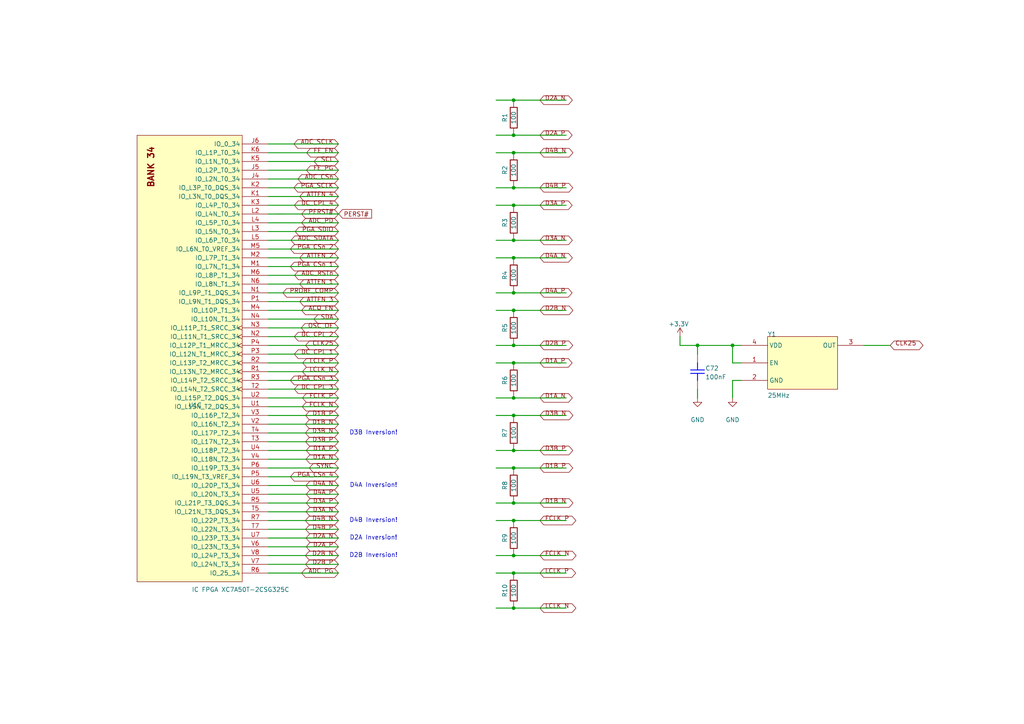
<source format=kicad_sch>
(kicad_sch (version 20230121) (generator eeschema)

  (uuid e42a7a7a-375f-4117-af72-3c5869f08cb5)

  (paper "A4")

  (lib_symbols
    (symbol "power:+3.3V" (power) (pin_names (offset 0)) (in_bom yes) (on_board yes)
      (property "Reference" "#PWR" (at 0 -3.81 0)
        (effects (font (size 1.27 1.27)) hide)
      )
      (property "Value" "+3.3V" (at 0 3.556 0)
        (effects (font (size 1.27 1.27)))
      )
      (property "Footprint" "" (at 0 0 0)
        (effects (font (size 1.27 1.27)) hide)
      )
      (property "Datasheet" "" (at 0 0 0)
        (effects (font (size 1.27 1.27)) hide)
      )
      (property "ki_keywords" "global power" (at 0 0 0)
        (effects (font (size 1.27 1.27)) hide)
      )
      (property "ki_description" "Power symbol creates a global label with name \"+3.3V\"" (at 0 0 0)
        (effects (font (size 1.27 1.27)) hide)
      )
      (symbol "+3.3V_0_1"
        (polyline
          (pts
            (xy -0.762 1.27)
            (xy 0 2.54)
          )
          (stroke (width 0) (type default))
          (fill (type none))
        )
        (polyline
          (pts
            (xy 0 0)
            (xy 0 2.54)
          )
          (stroke (width 0) (type default))
          (fill (type none))
        )
        (polyline
          (pts
            (xy 0 2.54)
            (xy 0.762 1.27)
          )
          (stroke (width 0) (type default))
          (fill (type none))
        )
      )
      (symbol "+3.3V_1_1"
        (pin power_in line (at 0 0 90) (length 0) hide
          (name "+3.3V" (effects (font (size 1.27 1.27))))
          (number "1" (effects (font (size 1.27 1.27))))
        )
      )
    )
    (symbol "power:GND" (power) (pin_names (offset 0)) (in_bom yes) (on_board yes)
      (property "Reference" "#PWR" (at 0 -6.35 0)
        (effects (font (size 1.27 1.27)) hide)
      )
      (property "Value" "GND" (at 0 -3.81 0)
        (effects (font (size 1.27 1.27)))
      )
      (property "Footprint" "" (at 0 0 0)
        (effects (font (size 1.27 1.27)) hide)
      )
      (property "Datasheet" "" (at 0 0 0)
        (effects (font (size 1.27 1.27)) hide)
      )
      (property "ki_keywords" "global power" (at 0 0 0)
        (effects (font (size 1.27 1.27)) hide)
      )
      (property "ki_description" "Power symbol creates a global label with name \"GND\" , ground" (at 0 0 0)
        (effects (font (size 1.27 1.27)) hide)
      )
      (symbol "GND_0_1"
        (polyline
          (pts
            (xy 0 0)
            (xy 0 -1.27)
            (xy 1.27 -1.27)
            (xy 0 -2.54)
            (xy -1.27 -1.27)
            (xy 0 -1.27)
          )
          (stroke (width 0) (type default))
          (fill (type none))
        )
      )
      (symbol "GND_1_1"
        (pin power_in line (at 0 0 270) (length 0) hide
          (name "GND" (effects (font (size 1.27 1.27))))
          (number "1" (effects (font (size 1.27 1.27))))
        )
      )
    )
    (symbol "scratch-altium-import:root_0_IC FPGA XC7A50T-2CSG325C" (in_bom yes) (on_board yes)
      (property "Reference" "U1" (at -29.0322 49.5554 0)
        (effects (font (size 1.27 1.27)) (justify left bottom))
      )
      (property "Value" "IC FPGA XC7A50T-2CSG325C" (at -28.0162 -3.937 0)
        (effects (font (size 1.27 1.27)) (justify left bottom))
      )
      (property "Footprint" "XILINX_XC7A50T-2CSG325C" (at 4.8768 130.302 0)
        (effects (font (size 1.27 1.27)) hide)
      )
      (property "Datasheet" "" (at -10.541 4.2164 0)
        (effects (font (size 1.27 1.27)) hide)
      )
      (property "HOUSE PART NUMBER" "XC7A50T-2CSG325C" (at 28.067 55.0164 0)
        (effects (font (size 1.27 1.27)) (justify left bottom) hide)
      )
      (property "MANUFACTURER" "Xilinx" (at 43.307 39.7764 0)
        (effects (font (size 1.27 1.27)) (justify left bottom) hide)
      )
      (property "MANUFACTURER PART NUMBER" "XC7A50T-2CSG325C" (at 28.067 55.0164 0)
        (effects (font (size 1.27 1.27)) (justify left bottom) hide)
      )
      (property "SUPPLIER 1" "Digi-Key" (at 28.067 55.0164 0)
        (effects (font (size 1.27 1.27)) (justify left bottom) hide)
      )
      (property "SUPPLIER PART NUMBER 1" "122-2193-ND" (at 28.067 55.0164 0)
        (effects (font (size 1.27 1.27)) (justify left bottom) hide)
      )
      (property "ki_description" "Artix-7 FPGA, 150 User I/Os, 4 GTP, 324-Ball BGA, Speed Grade 2, Commercial Grade, Pb-Free" (at 0 0 0)
        (effects (font (size 1.27 1.27)) hide)
      )
      (property "ki_fp_filters" "XILINX_XC7A50T-2CSG325C" (at 0 0 0)
        (effects (font (size 1.27 1.27)) hide)
      )
      (symbol "root_0_IC FPGA XC7A50T-2CSG325C_1_0"
        (rectangle (start -5.08 5.3848) (end -45.72 134.9248)
          (stroke (width 0) (type solid))
          (fill (type background))
        )
        (text "BANK 14" (at -40.64 119.6848 900)
          (effects (font (size 1.778 1.778) bold) (justify left bottom))
        )
        (pin bidirectional line (at 2.54 109.5248 180) (length 7.62)
          (name "IO_L5P_T0_D06_14" (effects (font (size 1.27 1.27))))
          (number "J14" (effects (font (size 1.27 1.27))))
        )
        (pin bidirectional line (at 2.54 124.7648 180) (length 7.62)
          (name "IO_L2P_T0_D02_14" (effects (font (size 1.27 1.27))))
          (number "J15" (effects (font (size 1.27 1.27))))
        )
        (pin bidirectional line (at 2.54 122.2248 180) (length 7.62)
          (name "IO_L2N_T0_D03_14" (effects (font (size 1.27 1.27))))
          (number "J16" (effects (font (size 1.27 1.27))))
        )
        (pin bidirectional line (at 2.54 119.6848 180) (length 7.62)
          (name "IO_L3P_T0_DQS_PUDC_B_14" (effects (font (size 1.27 1.27))))
          (number "J18" (effects (font (size 1.27 1.27))))
        )
        (pin bidirectional line (at 2.54 106.9848 180) (length 7.62)
          (name "IO_L5N_T0_D07_14" (effects (font (size 1.27 1.27))))
          (number "K15" (effects (font (size 1.27 1.27))))
        )
        (pin bidirectional line (at 2.54 129.8448 180) (length 7.62)
          (name "IO_L1P_T0_D00_MOSI_14" (effects (font (size 1.27 1.27))))
          (number "K16" (effects (font (size 1.27 1.27))))
        )
        (pin bidirectional line (at 2.54 114.6048 180) (length 7.62)
          (name "IO_L4P_T0_D04_14" (effects (font (size 1.27 1.27))))
          (number "K17" (effects (font (size 1.27 1.27))))
        )
        (pin bidirectional clock (at 2.54 117.1448 180) (length 7.62)
          (name "IO_L3N_T0_DQS_EMCCLK_14" (effects (font (size 1.27 1.27))))
          (number "K18" (effects (font (size 1.27 1.27))))
        )
        (pin bidirectional line (at 2.54 132.3848 180) (length 7.62)
          (name "IO_0_14" (effects (font (size 1.27 1.27))))
          (number "L14" (effects (font (size 1.27 1.27))))
        )
        (pin bidirectional line (at 2.54 104.4448 180) (length 7.62)
          (name "IO_L6P_T0_FCS_B_14" (effects (font (size 1.27 1.27))))
          (number "L15" (effects (font (size 1.27 1.27))))
        )
        (pin bidirectional line (at 2.54 127.3048 180) (length 7.62)
          (name "IO_L1N_T0_D01_DIN_14" (effects (font (size 1.27 1.27))))
          (number "L17" (effects (font (size 1.27 1.27))))
        )
        (pin bidirectional line (at 2.54 112.0648 180) (length 7.62)
          (name "IO_L4N_T0_D05_14" (effects (font (size 1.27 1.27))))
          (number "L18" (effects (font (size 1.27 1.27))))
        )
        (pin bidirectional line (at 2.54 94.2848 180) (length 7.62)
          (name "IO_L8P_T1_D11_14" (effects (font (size 1.27 1.27))))
          (number "M14" (effects (font (size 1.27 1.27))))
        )
        (pin bidirectional line (at 2.54 101.9048 180) (length 7.62)
          (name "IO_L6N_T0_D08_VREF_14" (effects (font (size 1.27 1.27))))
          (number "M15" (effects (font (size 1.27 1.27))))
        )
        (pin bidirectional line (at 2.54 99.3648 180) (length 7.62)
          (name "IO_L7P_T1_D09_14" (effects (font (size 1.27 1.27))))
          (number "M16" (effects (font (size 1.27 1.27))))
        )
        (pin bidirectional line (at 2.54 96.8248 180) (length 7.62)
          (name "IO_L7N_T1_D10_14" (effects (font (size 1.27 1.27))))
          (number "M17" (effects (font (size 1.27 1.27))))
        )
        (pin bidirectional line (at 2.54 91.7448 180) (length 7.62)
          (name "IO_L8N_T1_D12_14" (effects (font (size 1.27 1.27))))
          (number "N14" (effects (font (size 1.27 1.27))))
        )
        (pin bidirectional line (at 2.54 89.2048 180) (length 7.62)
          (name "IO_L9P_T1_DQS_14" (effects (font (size 1.27 1.27))))
          (number "N16" (effects (font (size 1.27 1.27))))
        )
        (pin bidirectional line (at 2.54 86.6648 180) (length 7.62)
          (name "IO_L9N_T1_DQS_D13_14" (effects (font (size 1.27 1.27))))
          (number "N17" (effects (font (size 1.27 1.27))))
        )
        (pin bidirectional line (at 2.54 84.1248 180) (length 7.62)
          (name "IO_L10P_T1_D14_14" (effects (font (size 1.27 1.27))))
          (number "N18" (effects (font (size 1.27 1.27))))
        )
        (pin bidirectional clock (at 2.54 73.9648 180) (length 7.62)
          (name "IO_L12P_T1_MRCC_14" (effects (font (size 1.27 1.27))))
          (number "P14" (effects (font (size 1.27 1.27))))
        )
        (pin bidirectional clock (at 2.54 79.0448 180) (length 7.62)
          (name "IO_L11P_T1_SRCC_14" (effects (font (size 1.27 1.27))))
          (number "P15" (effects (font (size 1.27 1.27))))
        )
        (pin bidirectional clock (at 2.54 76.5048 180) (length 7.62)
          (name "IO_L11N_T1_SRCC_14" (effects (font (size 1.27 1.27))))
          (number "P16" (effects (font (size 1.27 1.27))))
        )
        (pin bidirectional line (at 2.54 81.5848 180) (length 7.62)
          (name "IO_L10N_T1_D15_14" (effects (font (size 1.27 1.27))))
          (number "P18" (effects (font (size 1.27 1.27))))
        )
        (pin bidirectional line (at 2.54 38.4048 180) (length 7.62)
          (name "IO_L19P_T3_A10_D26_14" (effects (font (size 1.27 1.27))))
          (number "R13" (effects (font (size 1.27 1.27))))
        )
        (pin bidirectional clock (at 2.54 71.4248 180) (length 7.62)
          (name "IO_L12N_T1_MRCC_14" (effects (font (size 1.27 1.27))))
          (number "R15" (effects (font (size 1.27 1.27))))
        )
        (pin bidirectional clock (at 2.54 63.8048 180) (length 7.62)
          (name "IO_L14P_T2_SRCC_14" (effects (font (size 1.27 1.27))))
          (number "R16" (effects (font (size 1.27 1.27))))
        )
        (pin bidirectional clock (at 2.54 61.2648 180) (length 7.62)
          (name "IO_L14N_T2_SRCC_14" (effects (font (size 1.27 1.27))))
          (number "R17" (effects (font (size 1.27 1.27))))
        )
        (pin bidirectional line (at 2.54 58.7248 180) (length 7.62)
          (name "IO_L15P_T2_DQS_RDWR_B_14" (effects (font (size 1.27 1.27))))
          (number "R18" (effects (font (size 1.27 1.27))))
        )
        (pin bidirectional line (at 2.54 23.1648 180) (length 7.62)
          (name "IO_L22P_T3_A05_D21_14" (effects (font (size 1.27 1.27))))
          (number "T12" (effects (font (size 1.27 1.27))))
        )
        (pin bidirectional line (at 2.54 35.8648 180) (length 7.62)
          (name "IO_L19N_T3_A09_D25_VREF_14" (effects (font (size 1.27 1.27))))
          (number "T13" (effects (font (size 1.27 1.27))))
        )
        (pin bidirectional clock (at 2.54 68.8848 180) (length 7.62)
          (name "IO_L13P_T2_MRCC_14" (effects (font (size 1.27 1.27))))
          (number "T14" (effects (font (size 1.27 1.27))))
        )
        (pin bidirectional clock (at 2.54 66.3448 180) (length 7.62)
          (name "IO_L13N_T2_MRCC_14" (effects (font (size 1.27 1.27))))
          (number "T15" (effects (font (size 1.27 1.27))))
        )
        (pin bidirectional line (at 2.54 53.6448 180) (length 7.62)
          (name "IO_L16P_T2_CSI_B_14" (effects (font (size 1.27 1.27))))
          (number "T17" (effects (font (size 1.27 1.27))))
        )
        (pin bidirectional line (at 2.54 56.1848 180) (length 7.62)
          (name "IO_L15N_T2_DQS_DOUT_CSO_B_14" (effects (font (size 1.27 1.27))))
          (number "T18" (effects (font (size 1.27 1.27))))
        )
        (pin bidirectional line (at 2.54 7.9248 180) (length 7.62)
          (name "IO_25_14" (effects (font (size 1.27 1.27))))
          (number "U10" (effects (font (size 1.27 1.27))))
        )
        (pin bidirectional line (at 2.54 18.0848 180) (length 7.62)
          (name "IO_L23P_T3_A03_D19_14" (effects (font (size 1.27 1.27))))
          (number "U11" (effects (font (size 1.27 1.27))))
        )
        (pin bidirectional line (at 2.54 20.6248 180) (length 7.62)
          (name "IO_L22N_T3_A04_D20_14" (effects (font (size 1.27 1.27))))
          (number "U12" (effects (font (size 1.27 1.27))))
        )
        (pin bidirectional line (at 2.54 33.3248 180) (length 7.62)
          (name "IO_L20P_T3_A08_D24_14" (effects (font (size 1.27 1.27))))
          (number "U14" (effects (font (size 1.27 1.27))))
        )
        (pin bidirectional line (at 2.54 48.5648 180) (length 7.62)
          (name "IO_L17P_T2_A14_D30_14" (effects (font (size 1.27 1.27))))
          (number "U15" (effects (font (size 1.27 1.27))))
        )
        (pin bidirectional line (at 2.54 46.0248 180) (length 7.62)
          (name "IO_L17N_T2_A13_D29_14" (effects (font (size 1.27 1.27))))
          (number "U16" (effects (font (size 1.27 1.27))))
        )
        (pin bidirectional line (at 2.54 51.1048 180) (length 7.62)
          (name "IO_L16N_T2_A15_D31_14" (effects (font (size 1.27 1.27))))
          (number "U17" (effects (font (size 1.27 1.27))))
        )
        (pin bidirectional line (at 2.54 13.0048 180) (length 7.62)
          (name "IO_L24P_T3_A01_D17_14" (effects (font (size 1.27 1.27))))
          (number "U9" (effects (font (size 1.27 1.27))))
        )
        (pin bidirectional line (at 2.54 15.5448 180) (length 7.62)
          (name "IO_L23N_T3_A02_D18_14" (effects (font (size 1.27 1.27))))
          (number "V11" (effects (font (size 1.27 1.27))))
        )
        (pin bidirectional line (at 2.54 28.2448 180) (length 7.62)
          (name "IO_L21P_T3_DQS_14" (effects (font (size 1.27 1.27))))
          (number "V12" (effects (font (size 1.27 1.27))))
        )
        (pin bidirectional line (at 2.54 25.7048 180) (length 7.62)
          (name "IO_L21N_T3_DQS_A06_D22_14" (effects (font (size 1.27 1.27))))
          (number "V13" (effects (font (size 1.27 1.27))))
        )
        (pin bidirectional line (at 2.54 30.7848 180) (length 7.62)
          (name "IO_L20N_T3_A07_D23_14" (effects (font (size 1.27 1.27))))
          (number "V14" (effects (font (size 1.27 1.27))))
        )
        (pin bidirectional line (at 2.54 43.4848 180) (length 7.62)
          (name "IO_L18P_T2_A12_D28_14" (effects (font (size 1.27 1.27))))
          (number "V16" (effects (font (size 1.27 1.27))))
        )
        (pin bidirectional line (at 2.54 40.9448 180) (length 7.62)
          (name "IO_L18N_T2_A11_D27_14" (effects (font (size 1.27 1.27))))
          (number "V17" (effects (font (size 1.27 1.27))))
        )
        (pin bidirectional line (at 2.54 10.4648 180) (length 7.62)
          (name "IO_L24N_T3_A00_D16_14" (effects (font (size 1.27 1.27))))
          (number "V9" (effects (font (size 1.27 1.27))))
        )
      )
      (symbol "root_0_IC FPGA XC7A50T-2CSG325C_2_0"
        (rectangle (start -44.0436 -0.6858) (end -8.4836 128.8542)
          (stroke (width 0) (type solid))
          (fill (type background))
        )
        (text "BANK 15" (at -38.9636 113.6142 900)
          (effects (font (size 1.778 1.778) bold) (justify left bottom))
        )
        (pin bidirectional line (at -0.8636 100.9142 180) (length 7.62)
          (name "IO_L5N_T0_AD9N_15" (effects (font (size 1.27 1.27))))
          (number "A10" (effects (font (size 1.27 1.27))))
        )
        (pin bidirectional line (at -0.8636 90.7542 180) (length 7.62)
          (name "IO_L7N_T1_AD2N_15" (effects (font (size 1.27 1.27))))
          (number "A12" (effects (font (size 1.27 1.27))))
        )
        (pin bidirectional line (at -0.8636 88.2142 180) (length 7.62)
          (name "IO_L8P_T1_AD10P_15" (effects (font (size 1.27 1.27))))
          (number "A13" (effects (font (size 1.27 1.27))))
        )
        (pin bidirectional line (at -0.8636 85.6742 180) (length 7.62)
          (name "IO_L8N_T1_AD10N_15" (effects (font (size 1.27 1.27))))
          (number "A14" (effects (font (size 1.27 1.27))))
        )
        (pin bidirectional line (at -0.8636 75.5142 180) (length 7.62)
          (name "IO_L10N_T1_AD11N_15" (effects (font (size 1.27 1.27))))
          (number "A15" (effects (font (size 1.27 1.27))))
        )
        (pin bidirectional line (at -0.8636 50.1142 180) (length 7.62)
          (name "IO_L15N_T2_DQS_ADV_B_15" (effects (font (size 1.27 1.27))))
          (number "A17" (effects (font (size 1.27 1.27))))
        )
        (pin bidirectional line (at -0.8636 111.0742 180) (length 7.62)
          (name "IO_L3N_T0_DQS_AD1N_15" (effects (font (size 1.27 1.27))))
          (number "A9" (effects (font (size 1.27 1.27))))
        )
        (pin bidirectional line (at -0.8636 103.4542 180) (length 7.62)
          (name "IO_L5P_T0_AD9P_15" (effects (font (size 1.27 1.27))))
          (number "B10" (effects (font (size 1.27 1.27))))
        )
        (pin bidirectional line (at -0.8636 105.9942 180) (length 7.62)
          (name "IO_L4N_T0_15" (effects (font (size 1.27 1.27))))
          (number "B11" (effects (font (size 1.27 1.27))))
        )
        (pin bidirectional line (at -0.8636 93.2942 180) (length 7.62)
          (name "IO_L7P_T1_AD2P_15" (effects (font (size 1.27 1.27))))
          (number "B12" (effects (font (size 1.27 1.27))))
        )
        (pin bidirectional line (at -0.8636 78.0542 180) (length 7.62)
          (name "IO_L10P_T1_AD11P_15" (effects (font (size 1.27 1.27))))
          (number "B14" (effects (font (size 1.27 1.27))))
        )
        (pin bidirectional line (at -0.8636 80.5942 180) (length 7.62)
          (name "IO_L9N_T1_DQS_AD3N_15" (effects (font (size 1.27 1.27))))
          (number "B15" (effects (font (size 1.27 1.27))))
        )
        (pin bidirectional line (at -0.8636 52.6542 180) (length 7.62)
          (name "IO_L15P_T2_DQS_15" (effects (font (size 1.27 1.27))))
          (number "B16" (effects (font (size 1.27 1.27))))
        )
        (pin bidirectional line (at -0.8636 45.0342 180) (length 7.62)
          (name "IO_L16N_T2_A27_15" (effects (font (size 1.27 1.27))))
          (number "B17" (effects (font (size 1.27 1.27))))
        )
        (pin bidirectional line (at -0.8636 113.6142 180) (length 7.62)
          (name "IO_L3P_T0_DQS_AD1P_15" (effects (font (size 1.27 1.27))))
          (number "B9" (effects (font (size 1.27 1.27))))
        )
        (pin bidirectional line (at -0.8636 108.5342 180) (length 7.62)
          (name "IO_L4P_T0_15" (effects (font (size 1.27 1.27))))
          (number "C11" (effects (font (size 1.27 1.27))))
        )
        (pin bidirectional line (at -0.8636 95.8342 180) (length 7.62)
          (name "IO_L6N_T0_VREF_15" (effects (font (size 1.27 1.27))))
          (number "C12" (effects (font (size 1.27 1.27))))
        )
        (pin bidirectional clock (at -0.8636 70.4342 180) (length 7.62)
          (name "IO_L11N_T1_SRCC_15" (effects (font (size 1.27 1.27))))
          (number "C13" (effects (font (size 1.27 1.27))))
        )
        (pin bidirectional line (at -0.8636 83.1342 180) (length 7.62)
          (name "IO_L9P_T1_DQS_AD3P_15" (effects (font (size 1.27 1.27))))
          (number "C14" (effects (font (size 1.27 1.27))))
        )
        (pin bidirectional line (at -0.8636 47.5742 180) (length 7.62)
          (name "IO_L16P_T2_A28_15" (effects (font (size 1.27 1.27))))
          (number "C16" (effects (font (size 1.27 1.27))))
        )
        (pin bidirectional line (at -0.8636 37.4142 180) (length 7.62)
          (name "IO_L18P_T2_A24_15" (effects (font (size 1.27 1.27))))
          (number "C17" (effects (font (size 1.27 1.27))))
        )
        (pin bidirectional line (at -0.8636 34.8742 180) (length 7.62)
          (name "IO_L18N_T2_A23_15" (effects (font (size 1.27 1.27))))
          (number "C18" (effects (font (size 1.27 1.27))))
        )
        (pin bidirectional line (at -0.8636 121.2342 180) (length 7.62)
          (name "IO_L1N_T0_AD0N_15" (effects (font (size 1.27 1.27))))
          (number "C8" (effects (font (size 1.27 1.27))))
        )
        (pin bidirectional line (at -0.8636 116.1542 180) (length 7.62)
          (name "IO_L2N_T0_AD8N_15" (effects (font (size 1.27 1.27))))
          (number "C9" (effects (font (size 1.27 1.27))))
        )
        (pin bidirectional line (at -0.8636 126.3142 180) (length 7.62)
          (name "IO_0_15" (effects (font (size 1.27 1.27))))
          (number "D10" (effects (font (size 1.27 1.27))))
        )
        (pin bidirectional line (at -0.8636 98.3742 180) (length 7.62)
          (name "IO_L6P_T0_15" (effects (font (size 1.27 1.27))))
          (number "D11" (effects (font (size 1.27 1.27))))
        )
        (pin bidirectional clock (at -0.8636 72.9742 180) (length 7.62)
          (name "IO_L11P_T1_SRCC_15" (effects (font (size 1.27 1.27))))
          (number "D13" (effects (font (size 1.27 1.27))))
        )
        (pin bidirectional clock (at -0.8636 65.3542 180) (length 7.62)
          (name "IO_L12N_T1_MRCC_15" (effects (font (size 1.27 1.27))))
          (number "D14" (effects (font (size 1.27 1.27))))
        )
        (pin bidirectional clock (at -0.8636 60.2742 180) (length 7.62)
          (name "IO_L13N_T2_MRCC_15" (effects (font (size 1.27 1.27))))
          (number "D15" (effects (font (size 1.27 1.27))))
        )
        (pin bidirectional clock (at -0.8636 55.1942 180) (length 7.62)
          (name "IO_L14N_T2_SRCC_15" (effects (font (size 1.27 1.27))))
          (number "D16" (effects (font (size 1.27 1.27))))
        )
        (pin bidirectional line (at -0.8636 39.9542 180) (length 7.62)
          (name "IO_L17N_T2_A25_15" (effects (font (size 1.27 1.27))))
          (number "D18" (effects (font (size 1.27 1.27))))
        )
        (pin bidirectional line (at -0.8636 123.7742 180) (length 7.62)
          (name "IO_L1P_T0_AD0P_15" (effects (font (size 1.27 1.27))))
          (number "D8" (effects (font (size 1.27 1.27))))
        )
        (pin bidirectional line (at -0.8636 118.6942 180) (length 7.62)
          (name "IO_L2P_T0_AD8P_15" (effects (font (size 1.27 1.27))))
          (number "D9" (effects (font (size 1.27 1.27))))
        )
        (pin bidirectional clock (at -0.8636 67.8942 180) (length 7.62)
          (name "IO_L12P_T1_MRCC_15" (effects (font (size 1.27 1.27))))
          (number "E13" (effects (font (size 1.27 1.27))))
        )
        (pin bidirectional clock (at -0.8636 62.8142 180) (length 7.62)
          (name "IO_L13P_T2_MRCC_15" (effects (font (size 1.27 1.27))))
          (number "E15" (effects (font (size 1.27 1.27))))
        )
        (pin bidirectional clock (at -0.8636 57.7342 180) (length 7.62)
          (name "IO_L14P_T2_SRCC_15" (effects (font (size 1.27 1.27))))
          (number "E16" (effects (font (size 1.27 1.27))))
        )
        (pin bidirectional line (at -0.8636 42.4942 180) (length 7.62)
          (name "IO_L17P_T2_A26_15" (effects (font (size 1.27 1.27))))
          (number "E17" (effects (font (size 1.27 1.27))))
        )
        (pin bidirectional line (at -0.8636 4.3942 180) (length 7.62)
          (name "IO_L24N_T3_RS0_15" (effects (font (size 1.27 1.27))))
          (number "E18" (effects (font (size 1.27 1.27))))
        )
        (pin bidirectional line (at -0.8636 14.5542 180) (length 7.62)
          (name "IO_L22N_T3_A16_15" (effects (font (size 1.27 1.27))))
          (number "F14" (effects (font (size 1.27 1.27))))
        )
        (pin bidirectional line (at -0.8636 19.6342 180) (length 7.62)
          (name "IO_L21N_T3_DQS_A18_15" (effects (font (size 1.27 1.27))))
          (number "F15" (effects (font (size 1.27 1.27))))
        )
        (pin bidirectional line (at -0.8636 6.9342 180) (length 7.62)
          (name "IO_L24P_T3_RS1_15" (effects (font (size 1.27 1.27))))
          (number "F17" (effects (font (size 1.27 1.27))))
        )
        (pin bidirectional line (at -0.8636 29.7942 180) (length 7.62)
          (name "IO_L19N_T3_A21_VREF_15" (effects (font (size 1.27 1.27))))
          (number "F18" (effects (font (size 1.27 1.27))))
        )
        (pin bidirectional line (at -0.8636 17.0942 180) (length 7.62)
          (name "IO_L22P_T3_A17_15" (effects (font (size 1.27 1.27))))
          (number "G14" (effects (font (size 1.27 1.27))))
        )
        (pin bidirectional line (at -0.8636 22.1742 180) (length 7.62)
          (name "IO_L21P_T3_DQS_15" (effects (font (size 1.27 1.27))))
          (number "G15" (effects (font (size 1.27 1.27))))
        )
        (pin bidirectional line (at -0.8636 24.7142 180) (length 7.62)
          (name "IO_L20N_T3_A19_15" (effects (font (size 1.27 1.27))))
          (number "G16" (effects (font (size 1.27 1.27))))
        )
        (pin bidirectional line (at -0.8636 32.3342 180) (length 7.62)
          (name "IO_L19P_T3_A22_15" (effects (font (size 1.27 1.27))))
          (number "G17" (effects (font (size 1.27 1.27))))
        )
        (pin bidirectional line (at -0.8636 1.8542 180) (length 7.62)
          (name "IO_25_15" (effects (font (size 1.27 1.27))))
          (number "H14" (effects (font (size 1.27 1.27))))
        )
        (pin bidirectional line (at -0.8636 27.2542 180) (length 7.62)
          (name "IO_L20P_T3_A20_15" (effects (font (size 1.27 1.27))))
          (number "H16" (effects (font (size 1.27 1.27))))
        )
        (pin bidirectional line (at -0.8636 12.0142 180) (length 7.62)
          (name "IO_L23P_T3_FOE_B_15" (effects (font (size 1.27 1.27))))
          (number "H17" (effects (font (size 1.27 1.27))))
        )
        (pin bidirectional line (at -0.8636 9.4742 180) (length 7.62)
          (name "IO_L23N_T3_FWE_B_15" (effects (font (size 1.27 1.27))))
          (number "H18" (effects (font (size 1.27 1.27))))
        )
      )
      (symbol "root_0_IC FPGA XC7A50T-2CSG325C_3_0"
        (rectangle (start -43.8658 -0.9652) (end -13.3858 128.5748)
          (stroke (width 0) (type solid))
          (fill (type background))
        )
        (text "BANK 34" (at -38.7858 113.3348 900)
          (effects (font (size 1.778 1.778) bold) (justify left bottom))
        )
        (pin bidirectional line (at -5.7658 115.8748 180) (length 7.62)
          (name "IO_L2N_T0_34" (effects (font (size 1.27 1.27))))
          (number "J4" (effects (font (size 1.27 1.27))))
        )
        (pin bidirectional line (at -5.7658 118.4148 180) (length 7.62)
          (name "IO_L2P_T0_34" (effects (font (size 1.27 1.27))))
          (number "J5" (effects (font (size 1.27 1.27))))
        )
        (pin bidirectional line (at -5.7658 126.0348 180) (length 7.62)
          (name "IO_0_34" (effects (font (size 1.27 1.27))))
          (number "J6" (effects (font (size 1.27 1.27))))
        )
        (pin bidirectional line (at -5.7658 110.7948 180) (length 7.62)
          (name "IO_L3N_T0_DQS_34" (effects (font (size 1.27 1.27))))
          (number "K1" (effects (font (size 1.27 1.27))))
        )
        (pin bidirectional line (at -5.7658 113.3348 180) (length 7.62)
          (name "IO_L3P_T0_DQS_34" (effects (font (size 1.27 1.27))))
          (number "K2" (effects (font (size 1.27 1.27))))
        )
        (pin bidirectional line (at -5.7658 108.2548 180) (length 7.62)
          (name "IO_L4P_T0_34" (effects (font (size 1.27 1.27))))
          (number "K3" (effects (font (size 1.27 1.27))))
        )
        (pin bidirectional line (at -5.7658 120.9548 180) (length 7.62)
          (name "IO_L1N_T0_34" (effects (font (size 1.27 1.27))))
          (number "K5" (effects (font (size 1.27 1.27))))
        )
        (pin bidirectional line (at -5.7658 123.4948 180) (length 7.62)
          (name "IO_L1P_T0_34" (effects (font (size 1.27 1.27))))
          (number "K6" (effects (font (size 1.27 1.27))))
        )
        (pin bidirectional line (at -5.7658 105.7148 180) (length 7.62)
          (name "IO_L4N_T0_34" (effects (font (size 1.27 1.27))))
          (number "L2" (effects (font (size 1.27 1.27))))
        )
        (pin bidirectional line (at -5.7658 100.6348 180) (length 7.62)
          (name "IO_L5N_T0_34" (effects (font (size 1.27 1.27))))
          (number "L3" (effects (font (size 1.27 1.27))))
        )
        (pin bidirectional line (at -5.7658 103.1748 180) (length 7.62)
          (name "IO_L5P_T0_34" (effects (font (size 1.27 1.27))))
          (number "L4" (effects (font (size 1.27 1.27))))
        )
        (pin bidirectional line (at -5.7658 98.0948 180) (length 7.62)
          (name "IO_L6P_T0_34" (effects (font (size 1.27 1.27))))
          (number "L5" (effects (font (size 1.27 1.27))))
        )
        (pin bidirectional line (at -5.7658 90.4748 180) (length 7.62)
          (name "IO_L7N_T1_34" (effects (font (size 1.27 1.27))))
          (number "M1" (effects (font (size 1.27 1.27))))
        )
        (pin bidirectional line (at -5.7658 93.0148 180) (length 7.62)
          (name "IO_L7P_T1_34" (effects (font (size 1.27 1.27))))
          (number "M2" (effects (font (size 1.27 1.27))))
        )
        (pin bidirectional line (at -5.7658 77.7748 180) (length 7.62)
          (name "IO_L10P_T1_34" (effects (font (size 1.27 1.27))))
          (number "M4" (effects (font (size 1.27 1.27))))
        )
        (pin bidirectional line (at -5.7658 95.5548 180) (length 7.62)
          (name "IO_L6N_T0_VREF_34" (effects (font (size 1.27 1.27))))
          (number "M5" (effects (font (size 1.27 1.27))))
        )
        (pin bidirectional line (at -5.7658 87.9348 180) (length 7.62)
          (name "IO_L8P_T1_34" (effects (font (size 1.27 1.27))))
          (number "M6" (effects (font (size 1.27 1.27))))
        )
        (pin bidirectional line (at -5.7658 82.8548 180) (length 7.62)
          (name "IO_L9P_T1_DQS_34" (effects (font (size 1.27 1.27))))
          (number "N1" (effects (font (size 1.27 1.27))))
        )
        (pin bidirectional clock (at -5.7658 70.1548 180) (length 7.62)
          (name "IO_L11N_T1_SRCC_34" (effects (font (size 1.27 1.27))))
          (number "N2" (effects (font (size 1.27 1.27))))
        )
        (pin bidirectional clock (at -5.7658 72.6948 180) (length 7.62)
          (name "IO_L11P_T1_SRCC_34" (effects (font (size 1.27 1.27))))
          (number "N3" (effects (font (size 1.27 1.27))))
        )
        (pin bidirectional line (at -5.7658 75.2348 180) (length 7.62)
          (name "IO_L10N_T1_34" (effects (font (size 1.27 1.27))))
          (number "N4" (effects (font (size 1.27 1.27))))
        )
        (pin bidirectional line (at -5.7658 85.3948 180) (length 7.62)
          (name "IO_L8N_T1_34" (effects (font (size 1.27 1.27))))
          (number "N6" (effects (font (size 1.27 1.27))))
        )
        (pin bidirectional line (at -5.7658 80.3148 180) (length 7.62)
          (name "IO_L9N_T1_DQS_34" (effects (font (size 1.27 1.27))))
          (number "P1" (effects (font (size 1.27 1.27))))
        )
        (pin bidirectional clock (at -5.7658 65.0748 180) (length 7.62)
          (name "IO_L12N_T1_MRCC_34" (effects (font (size 1.27 1.27))))
          (number "P3" (effects (font (size 1.27 1.27))))
        )
        (pin bidirectional clock (at -5.7658 67.6148 180) (length 7.62)
          (name "IO_L12P_T1_MRCC_34" (effects (font (size 1.27 1.27))))
          (number "P4" (effects (font (size 1.27 1.27))))
        )
        (pin bidirectional line (at -5.7658 29.5148 180) (length 7.62)
          (name "IO_L19N_T3_VREF_34" (effects (font (size 1.27 1.27))))
          (number "P5" (effects (font (size 1.27 1.27))))
        )
        (pin bidirectional line (at -5.7658 32.0548 180) (length 7.62)
          (name "IO_L19P_T3_34" (effects (font (size 1.27 1.27))))
          (number "P6" (effects (font (size 1.27 1.27))))
        )
        (pin bidirectional clock (at -5.7658 59.9948 180) (length 7.62)
          (name "IO_L13N_T2_MRCC_34" (effects (font (size 1.27 1.27))))
          (number "R1" (effects (font (size 1.27 1.27))))
        )
        (pin bidirectional clock (at -5.7658 62.5348 180) (length 7.62)
          (name "IO_L13P_T2_MRCC_34" (effects (font (size 1.27 1.27))))
          (number "R2" (effects (font (size 1.27 1.27))))
        )
        (pin bidirectional clock (at -5.7658 57.4548 180) (length 7.62)
          (name "IO_L14P_T2_SRCC_34" (effects (font (size 1.27 1.27))))
          (number "R3" (effects (font (size 1.27 1.27))))
        )
        (pin bidirectional line (at -5.7658 21.8948 180) (length 7.62)
          (name "IO_L21P_T3_DQS_34" (effects (font (size 1.27 1.27))))
          (number "R5" (effects (font (size 1.27 1.27))))
        )
        (pin bidirectional line (at -5.7658 1.5748 180) (length 7.62)
          (name "IO_25_34" (effects (font (size 1.27 1.27))))
          (number "R6" (effects (font (size 1.27 1.27))))
        )
        (pin bidirectional line (at -5.7658 16.8148 180) (length 7.62)
          (name "IO_L22P_T3_34" (effects (font (size 1.27 1.27))))
          (number "R7" (effects (font (size 1.27 1.27))))
        )
        (pin bidirectional clock (at -5.7658 54.9148 180) (length 7.62)
          (name "IO_L14N_T2_SRCC_34" (effects (font (size 1.27 1.27))))
          (number "T2" (effects (font (size 1.27 1.27))))
        )
        (pin bidirectional line (at -5.7658 39.6748 180) (length 7.62)
          (name "IO_L17N_T2_34" (effects (font (size 1.27 1.27))))
          (number "T3" (effects (font (size 1.27 1.27))))
        )
        (pin bidirectional line (at -5.7658 42.2148 180) (length 7.62)
          (name "IO_L17P_T2_34" (effects (font (size 1.27 1.27))))
          (number "T4" (effects (font (size 1.27 1.27))))
        )
        (pin bidirectional line (at -5.7658 19.3548 180) (length 7.62)
          (name "IO_L21N_T3_DQS_34" (effects (font (size 1.27 1.27))))
          (number "T5" (effects (font (size 1.27 1.27))))
        )
        (pin bidirectional line (at -5.7658 14.2748 180) (length 7.62)
          (name "IO_L22N_T3_34" (effects (font (size 1.27 1.27))))
          (number "T7" (effects (font (size 1.27 1.27))))
        )
        (pin bidirectional line (at -5.7658 49.8348 180) (length 7.62)
          (name "IO_L15N_T2_DQS_34" (effects (font (size 1.27 1.27))))
          (number "U1" (effects (font (size 1.27 1.27))))
        )
        (pin bidirectional line (at -5.7658 52.3748 180) (length 7.62)
          (name "IO_L15P_T2_DQS_34" (effects (font (size 1.27 1.27))))
          (number "U2" (effects (font (size 1.27 1.27))))
        )
        (pin bidirectional line (at -5.7658 37.1348 180) (length 7.62)
          (name "IO_L18P_T2_34" (effects (font (size 1.27 1.27))))
          (number "U4" (effects (font (size 1.27 1.27))))
        )
        (pin bidirectional line (at -5.7658 24.4348 180) (length 7.62)
          (name "IO_L20N_T3_34" (effects (font (size 1.27 1.27))))
          (number "U5" (effects (font (size 1.27 1.27))))
        )
        (pin bidirectional line (at -5.7658 26.9748 180) (length 7.62)
          (name "IO_L20P_T3_34" (effects (font (size 1.27 1.27))))
          (number "U6" (effects (font (size 1.27 1.27))))
        )
        (pin bidirectional line (at -5.7658 11.7348 180) (length 7.62)
          (name "IO_L23P_T3_34" (effects (font (size 1.27 1.27))))
          (number "U7" (effects (font (size 1.27 1.27))))
        )
        (pin bidirectional line (at -5.7658 44.7548 180) (length 7.62)
          (name "IO_L16N_T2_34" (effects (font (size 1.27 1.27))))
          (number "V2" (effects (font (size 1.27 1.27))))
        )
        (pin bidirectional line (at -5.7658 47.2948 180) (length 7.62)
          (name "IO_L16P_T2_34" (effects (font (size 1.27 1.27))))
          (number "V3" (effects (font (size 1.27 1.27))))
        )
        (pin bidirectional line (at -5.7658 34.5948 180) (length 7.62)
          (name "IO_L18N_T2_34" (effects (font (size 1.27 1.27))))
          (number "V4" (effects (font (size 1.27 1.27))))
        )
        (pin bidirectional line (at -5.7658 9.1948 180) (length 7.62)
          (name "IO_L23N_T3_34" (effects (font (size 1.27 1.27))))
          (number "V6" (effects (font (size 1.27 1.27))))
        )
        (pin bidirectional line (at -5.7658 4.1148 180) (length 7.62)
          (name "IO_L24N_T3_34" (effects (font (size 1.27 1.27))))
          (number "V7" (effects (font (size 1.27 1.27))))
        )
        (pin bidirectional line (at -5.7658 6.6548 180) (length 7.62)
          (name "IO_L24P_T3_34" (effects (font (size 1.27 1.27))))
          (number "V8" (effects (font (size 1.27 1.27))))
        )
      )
      (symbol "root_0_IC FPGA XC7A50T-2CSG325C_4_0"
        (rectangle (start 31.6484 126.7206) (end 11.3284 63.2206)
          (stroke (width 0) (type solid))
          (fill (type background))
        )
        (pin input line (at 39.2684 88.6206 180) (length 7.62)
          (name "CFGBVS_0" (effects (font (size 1.27 1.27))))
          (number "E12" (effects (font (size 1.27 1.27))))
        )
        (pin bidirectional clock (at 39.2684 111.4806 180) (length 7.62)
          (name "CCLK_0" (effects (font (size 1.27 1.27))))
          (number "E8" (effects (font (size 1.27 1.27))))
        )
        (pin bidirectional line (at 39.2684 98.7806 180) (length 7.62)
          (name "DONE_0" (effects (font (size 1.27 1.27))))
          (number "F12" (effects (font (size 1.27 1.27))))
        )
        (pin input line (at 39.2684 103.8606 180) (length 7.62)
          (name "M2_0" (effects (font (size 1.27 1.27))))
          (number "F13" (effects (font (size 1.27 1.27))))
        )
        (pin input clock (at 39.2684 119.1006 180) (length 7.62)
          (name "TCK_0" (effects (font (size 1.27 1.27))))
          (number "F8" (effects (font (size 1.27 1.27))))
        )
        (pin input line (at 39.2684 83.5406 180) (length 7.62)
          (name "VP_0" (effects (font (size 1.27 1.27))))
          (number "K10" (effects (font (size 1.27 1.27))))
        )
        (pin input line (at 39.2684 73.3806 180) (length 7.62)
          (name "VREFN_0" (effects (font (size 1.27 1.27))))
          (number "K9" (effects (font (size 1.27 1.27))))
        )
        (pin input line (at 39.2684 75.9206 180) (length 7.62)
          (name "VREFP_0" (effects (font (size 1.27 1.27))))
          (number "L10" (effects (font (size 1.27 1.27))))
        )
        (pin input line (at 39.2684 81.0006 180) (length 7.62)
          (name "VN_0" (effects (font (size 1.27 1.27))))
          (number "L9" (effects (font (size 1.27 1.27))))
        )
        (pin input line (at 39.2684 68.3006 180) (length 7.62)
          (name "DXP_0" (effects (font (size 1.27 1.27))))
          (number "M10" (effects (font (size 1.27 1.27))))
        )
        (pin input line (at 39.2684 65.7606 180) (length 7.62)
          (name "DXN_0" (effects (font (size 1.27 1.27))))
          (number "M9" (effects (font (size 1.27 1.27))))
        )
        (pin input line (at 39.2684 91.1606 180) (length 7.62)
          (name "PROGRAM_B_0" (effects (font (size 1.27 1.27))))
          (number "P10" (effects (font (size 1.27 1.27))))
        )
        (pin input line (at 39.2684 106.4006 180) (length 7.62)
          (name "M1_0" (effects (font (size 1.27 1.27))))
          (number "R11" (effects (font (size 1.27 1.27))))
        )
        (pin input line (at 39.2684 108.9406 180) (length 7.62)
          (name "M0_0" (effects (font (size 1.27 1.27))))
          (number "R12" (effects (font (size 1.27 1.27))))
        )
        (pin input line (at 39.2684 116.5606 180) (length 7.62)
          (name "TMS_0" (effects (font (size 1.27 1.27))))
          (number "R8" (effects (font (size 1.27 1.27))))
        )
        (pin bidirectional line (at 39.2684 96.2406 180) (length 7.62)
          (name "INIT_B_0" (effects (font (size 1.27 1.27))))
          (number "T10" (effects (font (size 1.27 1.27))))
        )
        (pin output line (at 39.2684 121.6406 180) (length 7.62)
          (name "TDO_0" (effects (font (size 1.27 1.27))))
          (number "T8" (effects (font (size 1.27 1.27))))
        )
        (pin input line (at 39.2684 124.1806 180) (length 7.62)
          (name "TDI_0" (effects (font (size 1.27 1.27))))
          (number "T9" (effects (font (size 1.27 1.27))))
        )
      )
      (symbol "root_0_IC FPGA XC7A50T-2CSG325C_5_0"
        (rectangle (start 0 35.56) (end -45.72 0)
          (stroke (width 0) (type solid))
          (fill (type background))
        )
        (pin input line (at 7.62 22.86 180) (length 7.62)
          (name "MGTPRXN1_216" (effects (font (size 1.27 1.27))))
          (number "A3" (effects (font (size 1.27 1.27))))
        )
        (pin input line (at 7.62 20.32 180) (length 7.62)
          (name "MGTPRXP1_216" (effects (font (size 1.27 1.27))))
          (number "A4" (effects (font (size 1.27 1.27))))
        )
        (pin input line (at -53.34 2.54 0) (length 7.62)
          (name "MGTRREF_216" (effects (font (size 1.27 1.27))))
          (number "A6" (effects (font (size 1.27 1.27))))
        )
        (pin output line (at -53.34 33.02 0) (length 7.62)
          (name "MGTPTXN3_216" (effects (font (size 1.27 1.27))))
          (number "B1" (effects (font (size 1.27 1.27))))
        )
        (pin output line (at -53.34 30.48 0) (length 7.62)
          (name "MGTPTXP3_216" (effects (font (size 1.27 1.27))))
          (number "B2" (effects (font (size 1.27 1.27))))
        )
        (pin input clock (at 7.62 10.16 180) (length 7.62)
          (name "MGTREFCLK1N_216" (effects (font (size 1.27 1.27))))
          (number "B5" (effects (font (size 1.27 1.27))))
        )
        (pin input clock (at 7.62 7.62 180) (length 7.62)
          (name "MGTREFCLK1P_216" (effects (font (size 1.27 1.27))))
          (number "B6" (effects (font (size 1.27 1.27))))
        )
        (pin input line (at 7.62 27.94 180) (length 7.62)
          (name "MGTPRXN2_216" (effects (font (size 1.27 1.27))))
          (number "C3" (effects (font (size 1.27 1.27))))
        )
        (pin input line (at 7.62 25.4 180) (length 7.62)
          (name "MGTPRXP2_216" (effects (font (size 1.27 1.27))))
          (number "C4" (effects (font (size 1.27 1.27))))
        )
        (pin output line (at -53.34 27.94 0) (length 7.62)
          (name "MGTPTXN2_216" (effects (font (size 1.27 1.27))))
          (number "D1" (effects (font (size 1.27 1.27))))
        )
        (pin output line (at -53.34 25.4 0) (length 7.62)
          (name "MGTPTXP2_216" (effects (font (size 1.27 1.27))))
          (number "D2" (effects (font (size 1.27 1.27))))
        )
        (pin input clock (at 7.62 5.08 180) (length 7.62)
          (name "MGTREFCLK0N_216" (effects (font (size 1.27 1.27))))
          (number "D5" (effects (font (size 1.27 1.27))))
        )
        (pin input clock (at 7.62 2.54 180) (length 7.62)
          (name "MGTREFCLK0P_216" (effects (font (size 1.27 1.27))))
          (number "D6" (effects (font (size 1.27 1.27))))
        )
        (pin input line (at 7.62 17.78 180) (length 7.62)
          (name "MGTPRXN0_216" (effects (font (size 1.27 1.27))))
          (number "E3" (effects (font (size 1.27 1.27))))
        )
        (pin input line (at 7.62 15.24 180) (length 7.62)
          (name "MGTPRXP0_216" (effects (font (size 1.27 1.27))))
          (number "E4" (effects (font (size 1.27 1.27))))
        )
        (pin output line (at -53.34 22.86 0) (length 7.62)
          (name "MGTPTXN1_216" (effects (font (size 1.27 1.27))))
          (number "F1" (effects (font (size 1.27 1.27))))
        )
        (pin output line (at -53.34 20.32 0) (length 7.62)
          (name "MGTPTXP1_216" (effects (font (size 1.27 1.27))))
          (number "F2" (effects (font (size 1.27 1.27))))
        )
        (pin input line (at 7.62 33.02 180) (length 7.62)
          (name "MGTPRXN3_216" (effects (font (size 1.27 1.27))))
          (number "G3" (effects (font (size 1.27 1.27))))
        )
        (pin input line (at 7.62 30.48 180) (length 7.62)
          (name "MGTPRXP3_216" (effects (font (size 1.27 1.27))))
          (number "G4" (effects (font (size 1.27 1.27))))
        )
        (pin output line (at -53.34 17.78 0) (length 7.62)
          (name "MGTPTXN0_216" (effects (font (size 1.27 1.27))))
          (number "H1" (effects (font (size 1.27 1.27))))
        )
        (pin output line (at -53.34 15.24 0) (length 7.62)
          (name "MGTPTXP0_216" (effects (font (size 1.27 1.27))))
          (number "H2" (effects (font (size 1.27 1.27))))
        )
      )
      (symbol "root_0_IC FPGA XC7A50T-2CSG325C_6_0"
        (rectangle (start 0 15.24) (end -30.48 0)
          (stroke (width 0) (type solid))
          (fill (type background))
        )
        (pin power_in line (at -38.1 2.54 0) (length 7.62)
          (name "MGTAVTT" (effects (font (size 1.27 1.27))))
          (number "A2" (effects (font (size 1.27 1.27))))
        )
        (pin power_in line (at 7.62 2.54 180) (length 7.62)
          (name "MGTAVCC" (effects (font (size 1.27 1.27))))
          (number "B4" (effects (font (size 1.27 1.27))))
        )
        (pin power_in line (at -38.1 5.08 0) (length 7.62)
          (name "MGTAVTT" (effects (font (size 1.27 1.27))))
          (number "C1" (effects (font (size 1.27 1.27))))
        )
        (pin power_in line (at 7.62 5.08 180) (length 7.62)
          (name "MGTAVCC" (effects (font (size 1.27 1.27))))
          (number "C5" (effects (font (size 1.27 1.27))))
        )
        (pin power_in line (at -38.1 7.62 0) (length 7.62)
          (name "MGTAVTT" (effects (font (size 1.27 1.27))))
          (number "E1" (effects (font (size 1.27 1.27))))
        )
        (pin power_in line (at 7.62 7.62 180) (length 7.62)
          (name "MGTAVCC" (effects (font (size 1.27 1.27))))
          (number "E5" (effects (font (size 1.27 1.27))))
        )
        (pin power_in line (at -38.1 10.16 0) (length 7.62)
          (name "MGTAVTT" (effects (font (size 1.27 1.27))))
          (number "F3" (effects (font (size 1.27 1.27))))
        )
        (pin power_in line (at 7.62 10.16 180) (length 7.62)
          (name "MGTAVCC" (effects (font (size 1.27 1.27))))
          (number "F5" (effects (font (size 1.27 1.27))))
        )
        (pin power_in line (at -38.1 12.7 0) (length 7.62)
          (name "MGTAVTT" (effects (font (size 1.27 1.27))))
          (number "G2" (effects (font (size 1.27 1.27))))
        )
      )
      (symbol "root_0_IC FPGA XC7A50T-2CSG325C_7_0"
        (rectangle (start 0 38.1) (end -25.4 0)
          (stroke (width 0) (type solid))
          (fill (type background))
        )
        (pin power_in line (at -33.02 2.54 0) (length 7.62)
          (name "VCCO_15" (effects (font (size 1.27 1.27))))
          (number "A16" (effects (font (size 1.27 1.27))))
        )
        (pin power_in line (at -33.02 5.08 0) (length 7.62)
          (name "VCCO_15" (effects (font (size 1.27 1.27))))
          (number "B13" (effects (font (size 1.27 1.27))))
        )
        (pin power_in line (at -33.02 7.62 0) (length 7.62)
          (name "VCCO_15" (effects (font (size 1.27 1.27))))
          (number "C10" (effects (font (size 1.27 1.27))))
        )
        (pin power_in line (at -33.02 10.16 0) (length 7.62)
          (name "VCCO_15" (effects (font (size 1.27 1.27))))
          (number "D17" (effects (font (size 1.27 1.27))))
        )
        (pin power_in line (at 7.62 2.54 180) (length 7.62)
          (name "VCCO_0" (effects (font (size 1.27 1.27))))
          (number "E10" (effects (font (size 1.27 1.27))))
        )
        (pin power_in line (at -33.02 12.7 0) (length 7.62)
          (name "VCCO_15" (effects (font (size 1.27 1.27))))
          (number "E14" (effects (font (size 1.27 1.27))))
        )
        (pin power_in line (at -33.02 15.24 0) (length 7.62)
          (name "VCCO_15" (effects (font (size 1.27 1.27))))
          (number "G18" (effects (font (size 1.27 1.27))))
        )
        (pin power_in line (at -33.02 17.78 0) (length 7.62)
          (name "VCCO_15" (effects (font (size 1.27 1.27))))
          (number "H15" (effects (font (size 1.27 1.27))))
        )
        (pin power_in line (at 7.62 10.16 180) (length 7.62)
          (name "VCCO_14" (effects (font (size 1.27 1.27))))
          (number "L16" (effects (font (size 1.27 1.27))))
        )
        (pin power_in line (at -33.02 22.86 0) (length 7.62)
          (name "VCCO_34" (effects (font (size 1.27 1.27))))
          (number "L6" (effects (font (size 1.27 1.27))))
        )
        (pin power_in line (at -33.02 25.4 0) (length 7.62)
          (name "VCCO_34" (effects (font (size 1.27 1.27))))
          (number "M3" (effects (font (size 1.27 1.27))))
        )
        (pin power_in line (at 7.62 12.7 180) (length 7.62)
          (name "VCCO_14" (effects (font (size 1.27 1.27))))
          (number "P17" (effects (font (size 1.27 1.27))))
        )
        (pin power_in line (at -33.02 27.94 0) (length 7.62)
          (name "VCCO_34" (effects (font (size 1.27 1.27))))
          (number "P7" (effects (font (size 1.27 1.27))))
        )
        (pin power_in line (at 7.62 5.08 180) (length 7.62)
          (name "VCCO_0" (effects (font (size 1.27 1.27))))
          (number "R10" (effects (font (size 1.27 1.27))))
        )
        (pin power_in line (at 7.62 15.24 180) (length 7.62)
          (name "VCCO_14" (effects (font (size 1.27 1.27))))
          (number "R14" (effects (font (size 1.27 1.27))))
        )
        (pin power_in line (at -33.02 30.48 0) (length 7.62)
          (name "VCCO_34" (effects (font (size 1.27 1.27))))
          (number "R4" (effects (font (size 1.27 1.27))))
        )
        (pin power_in line (at -33.02 33.02 0) (length 7.62)
          (name "VCCO_34" (effects (font (size 1.27 1.27))))
          (number "T1" (effects (font (size 1.27 1.27))))
        )
        (pin power_in line (at 7.62 17.78 180) (length 7.62)
          (name "VCCO_14" (effects (font (size 1.27 1.27))))
          (number "T11" (effects (font (size 1.27 1.27))))
        )
        (pin power_in line (at 7.62 22.86 180) (length 7.62)
          (name "VCCO_14" (effects (font (size 1.27 1.27))))
          (number "U18" (effects (font (size 1.27 1.27))))
        )
        (pin power_in line (at 7.62 20.32 180) (length 7.62)
          (name "VCCO_14" (effects (font (size 1.27 1.27))))
          (number "U8" (effects (font (size 1.27 1.27))))
        )
        (pin power_in line (at 7.62 25.4 180) (length 7.62)
          (name "VCCO_14" (effects (font (size 1.27 1.27))))
          (number "V15" (effects (font (size 1.27 1.27))))
        )
        (pin power_in line (at -33.02 35.56 0) (length 7.62)
          (name "VCCO_34" (effects (font (size 1.27 1.27))))
          (number "V5" (effects (font (size 1.27 1.27))))
        )
      )
      (symbol "root_0_IC FPGA XC7A50T-2CSG325C_8_0"
        (rectangle (start 0 48.26) (end -30.48 0)
          (stroke (width 0) (type solid))
          (fill (type background))
        )
        (pin power_in line (at -38.1 2.54 0) (length 7.62)
          (name "VCCBATT_0" (effects (font (size 1.27 1.27))))
          (number "E11" (effects (font (size 1.27 1.27))))
        )
        (pin power_in line (at -38.1 27.94 0) (length 7.62)
          (name "VCCBRAM" (effects (font (size 1.27 1.27))))
          (number "F11" (effects (font (size 1.27 1.27))))
        )
        (pin power_in line (at 7.62 2.54 180) (length 7.62)
          (name "VCCINT" (effects (font (size 1.27 1.27))))
          (number "F7" (effects (font (size 1.27 1.27))))
        )
        (pin power_in line (at 7.62 5.08 180) (length 7.62)
          (name "VCCINT" (effects (font (size 1.27 1.27))))
          (number "F9" (effects (font (size 1.27 1.27))))
        )
        (pin power_in line (at -38.1 30.48 0) (length 7.62)
          (name "VCCBRAM" (effects (font (size 1.27 1.27))))
          (number "G10" (effects (font (size 1.27 1.27))))
        )
        (pin power_in line (at -38.1 12.7 0) (length 7.62)
          (name "VCCAUX" (effects (font (size 1.27 1.27))))
          (number "G12" (effects (font (size 1.27 1.27))))
        )
        (pin power_in line (at 7.62 7.62 180) (length 7.62)
          (name "VCCINT" (effects (font (size 1.27 1.27))))
          (number "G8" (effects (font (size 1.27 1.27))))
        )
        (pin power_in line (at -38.1 33.02 0) (length 7.62)
          (name "VCCBRAM" (effects (font (size 1.27 1.27))))
          (number "H11" (effects (font (size 1.27 1.27))))
        )
        (pin power_in line (at -38.1 15.24 0) (length 7.62)
          (name "VCCAUX" (effects (font (size 1.27 1.27))))
          (number "H13" (effects (font (size 1.27 1.27))))
        )
        (pin power_in line (at 7.62 10.16 180) (length 7.62)
          (name "VCCINT" (effects (font (size 1.27 1.27))))
          (number "H7" (effects (font (size 1.27 1.27))))
        )
        (pin power_in line (at 7.62 12.7 180) (length 7.62)
          (name "VCCINT" (effects (font (size 1.27 1.27))))
          (number "H9" (effects (font (size 1.27 1.27))))
        )
        (pin power_out line (at -38.1 7.62 0) (length 7.62)
          (name "VCCADC_0" (effects (font (size 1.27 1.27))))
          (number "J10" (effects (font (size 1.27 1.27))))
        )
        (pin power_in line (at 7.62 17.78 180) (length 7.62)
          (name "VCCINT" (effects (font (size 1.27 1.27))))
          (number "J12" (effects (font (size 1.27 1.27))))
        )
        (pin power_in line (at 7.62 15.24 180) (length 7.62)
          (name "VCCINT" (effects (font (size 1.27 1.27))))
          (number "J8" (effects (font (size 1.27 1.27))))
        )
        (pin power_in line (at 7.62 22.86 180) (length 7.62)
          (name "VCCINT" (effects (font (size 1.27 1.27))))
          (number "K11" (effects (font (size 1.27 1.27))))
        )
        (pin power_in line (at -38.1 17.78 0) (length 7.62)
          (name "VCCAUX" (effects (font (size 1.27 1.27))))
          (number "K13" (effects (font (size 1.27 1.27))))
        )
        (pin power_in line (at 7.62 20.32 180) (length 7.62)
          (name "VCCINT" (effects (font (size 1.27 1.27))))
          (number "K7" (effects (font (size 1.27 1.27))))
        )
        (pin power_in line (at 7.62 27.94 180) (length 7.62)
          (name "VCCINT" (effects (font (size 1.27 1.27))))
          (number "L12" (effects (font (size 1.27 1.27))))
        )
        (pin power_in line (at 7.62 25.4 180) (length 7.62)
          (name "VCCINT" (effects (font (size 1.27 1.27))))
          (number "L8" (effects (font (size 1.27 1.27))))
        )
        (pin power_in line (at 7.62 33.02 180) (length 7.62)
          (name "VCCINT" (effects (font (size 1.27 1.27))))
          (number "M11" (effects (font (size 1.27 1.27))))
        )
        (pin power_in line (at -38.1 20.32 0) (length 7.62)
          (name "VCCAUX" (effects (font (size 1.27 1.27))))
          (number "M13" (effects (font (size 1.27 1.27))))
        )
        (pin power_in line (at 7.62 30.48 180) (length 7.62)
          (name "VCCINT" (effects (font (size 1.27 1.27))))
          (number "M7" (effects (font (size 1.27 1.27))))
        )
        (pin power_in line (at 7.62 38.1 180) (length 7.62)
          (name "VCCINT" (effects (font (size 1.27 1.27))))
          (number "N10" (effects (font (size 1.27 1.27))))
        )
        (pin power_in line (at 7.62 40.64 180) (length 7.62)
          (name "VCCINT" (effects (font (size 1.27 1.27))))
          (number "N12" (effects (font (size 1.27 1.27))))
        )
        (pin power_in line (at 7.62 35.56 180) (length 7.62)
          (name "VCCINT" (effects (font (size 1.27 1.27))))
          (number "N8" (effects (font (size 1.27 1.27))))
        )
        (pin power_in line (at 7.62 45.72 180) (length 7.62)
          (name "VCCINT" (effects (font (size 1.27 1.27))))
          (number "P11" (effects (font (size 1.27 1.27))))
        )
        (pin power_in line (at -38.1 22.86 0) (length 7.62)
          (name "VCCAUX" (effects (font (size 1.27 1.27))))
          (number "P13" (effects (font (size 1.27 1.27))))
        )
        (pin power_in line (at 7.62 43.18 180) (length 7.62)
          (name "VCCINT" (effects (font (size 1.27 1.27))))
          (number "P9" (effects (font (size 1.27 1.27))))
        )
      )
      (symbol "root_0_IC FPGA XC7A50T-2CSG325C_9_0"
        (rectangle (start 0 101.6) (end -20.32 0)
          (stroke (width 0) (type solid))
          (fill (type background))
        )
        (pin power_in line (at 7.62 2.54 180) (length 7.62)
          (name "GND" (effects (font (size 1.27 1.27))))
          (number "A1" (effects (font (size 1.27 1.27))))
        )
        (pin power_in line (at 7.62 12.7 180) (length 7.62)
          (name "GND" (effects (font (size 1.27 1.27))))
          (number "A11" (effects (font (size 1.27 1.27))))
        )
        (pin power_in line (at 7.62 15.24 180) (length 7.62)
          (name "GND" (effects (font (size 1.27 1.27))))
          (number "A18" (effects (font (size 1.27 1.27))))
        )
        (pin power_in line (at 7.62 5.08 180) (length 7.62)
          (name "GND" (effects (font (size 1.27 1.27))))
          (number "A5" (effects (font (size 1.27 1.27))))
        )
        (pin power_in line (at 7.62 7.62 180) (length 7.62)
          (name "GND" (effects (font (size 1.27 1.27))))
          (number "A7" (effects (font (size 1.27 1.27))))
        )
        (pin power_in line (at 7.62 10.16 180) (length 7.62)
          (name "GND" (effects (font (size 1.27 1.27))))
          (number "A8" (effects (font (size 1.27 1.27))))
        )
        (pin power_in line (at 7.62 25.4 180) (length 7.62)
          (name "GND" (effects (font (size 1.27 1.27))))
          (number "B18" (effects (font (size 1.27 1.27))))
        )
        (pin power_in line (at 7.62 17.78 180) (length 7.62)
          (name "GND" (effects (font (size 1.27 1.27))))
          (number "B3" (effects (font (size 1.27 1.27))))
        )
        (pin power_in line (at 7.62 20.32 180) (length 7.62)
          (name "GND" (effects (font (size 1.27 1.27))))
          (number "B7" (effects (font (size 1.27 1.27))))
        )
        (pin power_in line (at 7.62 22.86 180) (length 7.62)
          (name "GND" (effects (font (size 1.27 1.27))))
          (number "B8" (effects (font (size 1.27 1.27))))
        )
        (pin power_in line (at 7.62 35.56 180) (length 7.62)
          (name "GND" (effects (font (size 1.27 1.27))))
          (number "C15" (effects (font (size 1.27 1.27))))
        )
        (pin power_in line (at 7.62 27.94 180) (length 7.62)
          (name "GND" (effects (font (size 1.27 1.27))))
          (number "C2" (effects (font (size 1.27 1.27))))
        )
        (pin power_in line (at 7.62 30.48 180) (length 7.62)
          (name "GND" (effects (font (size 1.27 1.27))))
          (number "C6" (effects (font (size 1.27 1.27))))
        )
        (pin power_in line (at 7.62 33.02 180) (length 7.62)
          (name "GND" (effects (font (size 1.27 1.27))))
          (number "C7" (effects (font (size 1.27 1.27))))
        )
        (pin power_in line (at 7.62 45.72 180) (length 7.62)
          (name "GND" (effects (font (size 1.27 1.27))))
          (number "D12" (effects (font (size 1.27 1.27))))
        )
        (pin power_in line (at 7.62 38.1 180) (length 7.62)
          (name "GND" (effects (font (size 1.27 1.27))))
          (number "D3" (effects (font (size 1.27 1.27))))
        )
        (pin power_in line (at 7.62 40.64 180) (length 7.62)
          (name "GND" (effects (font (size 1.27 1.27))))
          (number "D4" (effects (font (size 1.27 1.27))))
        )
        (pin power_in line (at 7.62 43.18 180) (length 7.62)
          (name "GND" (effects (font (size 1.27 1.27))))
          (number "D7" (effects (font (size 1.27 1.27))))
        )
        (pin power_in line (at 7.62 48.26 180) (length 7.62)
          (name "GND" (effects (font (size 1.27 1.27))))
          (number "E2" (effects (font (size 1.27 1.27))))
        )
        (pin power_in line (at 7.62 50.8 180) (length 7.62)
          (name "GND" (effects (font (size 1.27 1.27))))
          (number "E6" (effects (font (size 1.27 1.27))))
        )
        (pin power_in line (at 7.62 53.34 180) (length 7.62)
          (name "GND" (effects (font (size 1.27 1.27))))
          (number "E7" (effects (font (size 1.27 1.27))))
        )
        (pin power_in line (at 7.62 55.88 180) (length 7.62)
          (name "GND" (effects (font (size 1.27 1.27))))
          (number "E9" (effects (font (size 1.27 1.27))))
        )
        (pin power_in line (at 7.62 63.5 180) (length 7.62)
          (name "GND" (effects (font (size 1.27 1.27))))
          (number "F10" (effects (font (size 1.27 1.27))))
        )
        (pin power_in line (at 7.62 66.04 180) (length 7.62)
          (name "GND" (effects (font (size 1.27 1.27))))
          (number "F16" (effects (font (size 1.27 1.27))))
        )
        (pin power_in line (at 7.62 58.42 180) (length 7.62)
          (name "GND" (effects (font (size 1.27 1.27))))
          (number "F4" (effects (font (size 1.27 1.27))))
        )
        (pin power_in line (at 7.62 60.96 180) (length 7.62)
          (name "GND" (effects (font (size 1.27 1.27))))
          (number "F6" (effects (font (size 1.27 1.27))))
        )
        (pin power_in line (at 7.62 68.58 180) (length 7.62)
          (name "GND" (effects (font (size 1.27 1.27))))
          (number "G1" (effects (font (size 1.27 1.27))))
        )
        (pin power_in line (at 7.62 81.28 180) (length 7.62)
          (name "GND" (effects (font (size 1.27 1.27))))
          (number "G11" (effects (font (size 1.27 1.27))))
        )
        (pin power_in line (at 7.62 83.82 180) (length 7.62)
          (name "GND" (effects (font (size 1.27 1.27))))
          (number "G13" (effects (font (size 1.27 1.27))))
        )
        (pin power_in line (at 7.62 71.12 180) (length 7.62)
          (name "GND" (effects (font (size 1.27 1.27))))
          (number "G5" (effects (font (size 1.27 1.27))))
        )
        (pin power_in line (at 7.62 73.66 180) (length 7.62)
          (name "GND" (effects (font (size 1.27 1.27))))
          (number "G6" (effects (font (size 1.27 1.27))))
        )
        (pin power_in line (at 7.62 76.2 180) (length 7.62)
          (name "GND" (effects (font (size 1.27 1.27))))
          (number "G7" (effects (font (size 1.27 1.27))))
        )
        (pin power_in line (at 7.62 78.74 180) (length 7.62)
          (name "GND" (effects (font (size 1.27 1.27))))
          (number "G9" (effects (font (size 1.27 1.27))))
        )
        (pin power_in line (at -27.94 2.54 0) (length 7.62)
          (name "GND" (effects (font (size 1.27 1.27))))
          (number "H10" (effects (font (size 1.27 1.27))))
        )
        (pin power_in line (at -27.94 5.08 0) (length 7.62)
          (name "GND" (effects (font (size 1.27 1.27))))
          (number "H12" (effects (font (size 1.27 1.27))))
        )
        (pin power_in line (at 7.62 86.36 180) (length 7.62)
          (name "GND" (effects (font (size 1.27 1.27))))
          (number "H3" (effects (font (size 1.27 1.27))))
        )
        (pin power_in line (at 7.62 88.9 180) (length 7.62)
          (name "GND" (effects (font (size 1.27 1.27))))
          (number "H4" (effects (font (size 1.27 1.27))))
        )
        (pin power_in line (at 7.62 91.44 180) (length 7.62)
          (name "GND" (effects (font (size 1.27 1.27))))
          (number "H5" (effects (font (size 1.27 1.27))))
        )
        (pin power_in line (at 7.62 93.98 180) (length 7.62)
          (name "GND" (effects (font (size 1.27 1.27))))
          (number "H6" (effects (font (size 1.27 1.27))))
        )
        (pin power_in line (at 7.62 96.52 180) (length 7.62)
          (name "GND" (effects (font (size 1.27 1.27))))
          (number "H8" (effects (font (size 1.27 1.27))))
        )
        (pin power_in line (at -27.94 7.62 0) (length 7.62)
          (name "GND" (effects (font (size 1.27 1.27))))
          (number "J1" (effects (font (size 1.27 1.27))))
        )
        (pin power_in line (at -27.94 17.78 0) (length 7.62)
          (name "GND" (effects (font (size 1.27 1.27))))
          (number "J11" (effects (font (size 1.27 1.27))))
        )
        (pin power_in line (at -27.94 20.32 0) (length 7.62)
          (name "GND" (effects (font (size 1.27 1.27))))
          (number "J13" (effects (font (size 1.27 1.27))))
        )
        (pin power_in line (at -27.94 22.86 0) (length 7.62)
          (name "GND" (effects (font (size 1.27 1.27))))
          (number "J17" (effects (font (size 1.27 1.27))))
        )
        (pin power_in line (at -27.94 10.16 0) (length 7.62)
          (name "GND" (effects (font (size 1.27 1.27))))
          (number "J2" (effects (font (size 1.27 1.27))))
        )
        (pin power_in line (at -27.94 12.7 0) (length 7.62)
          (name "GND" (effects (font (size 1.27 1.27))))
          (number "J3" (effects (font (size 1.27 1.27))))
        )
        (pin power_in line (at -27.94 15.24 0) (length 7.62)
          (name "GND" (effects (font (size 1.27 1.27))))
          (number "J7" (effects (font (size 1.27 1.27))))
        )
        (pin power_in line (at -27.94 99.06 0) (length 7.62)
          (name "GNDADC_0" (effects (font (size 1.27 1.27))))
          (number "J9" (effects (font (size 1.27 1.27))))
        )
        (pin power_in line (at -27.94 30.48 0) (length 7.62)
          (name "GND" (effects (font (size 1.27 1.27))))
          (number "K12" (effects (font (size 1.27 1.27))))
        )
        (pin power_in line (at -27.94 33.02 0) (length 7.62)
          (name "GND" (effects (font (size 1.27 1.27))))
          (number "K14" (effects (font (size 1.27 1.27))))
        )
        (pin power_in line (at -27.94 25.4 0) (length 7.62)
          (name "GND" (effects (font (size 1.27 1.27))))
          (number "K4" (effects (font (size 1.27 1.27))))
        )
        (pin power_in line (at -27.94 27.94 0) (length 7.62)
          (name "GND" (effects (font (size 1.27 1.27))))
          (number "K8" (effects (font (size 1.27 1.27))))
        )
        (pin power_in line (at -27.94 35.56 0) (length 7.62)
          (name "GND" (effects (font (size 1.27 1.27))))
          (number "L1" (effects (font (size 1.27 1.27))))
        )
        (pin power_in line (at -27.94 40.64 0) (length 7.62)
          (name "GND" (effects (font (size 1.27 1.27))))
          (number "L11" (effects (font (size 1.27 1.27))))
        )
        (pin power_in line (at -27.94 43.18 0) (length 7.62)
          (name "GND" (effects (font (size 1.27 1.27))))
          (number "L13" (effects (font (size 1.27 1.27))))
        )
        (pin power_in line (at -27.94 38.1 0) (length 7.62)
          (name "GND" (effects (font (size 1.27 1.27))))
          (number "L7" (effects (font (size 1.27 1.27))))
        )
        (pin power_in line (at -27.94 48.26 0) (length 7.62)
          (name "GND" (effects (font (size 1.27 1.27))))
          (number "M12" (effects (font (size 1.27 1.27))))
        )
        (pin power_in line (at -27.94 50.8 0) (length 7.62)
          (name "GND" (effects (font (size 1.27 1.27))))
          (number "M18" (effects (font (size 1.27 1.27))))
        )
        (pin power_in line (at -27.94 45.72 0) (length 7.62)
          (name "GND" (effects (font (size 1.27 1.27))))
          (number "M8" (effects (font (size 1.27 1.27))))
        )
        (pin power_in line (at -27.94 60.96 0) (length 7.62)
          (name "GND" (effects (font (size 1.27 1.27))))
          (number "N11" (effects (font (size 1.27 1.27))))
        )
        (pin power_in line (at -27.94 63.5 0) (length 7.62)
          (name "GND" (effects (font (size 1.27 1.27))))
          (number "N13" (effects (font (size 1.27 1.27))))
        )
        (pin power_in line (at -27.94 66.04 0) (length 7.62)
          (name "GND" (effects (font (size 1.27 1.27))))
          (number "N15" (effects (font (size 1.27 1.27))))
        )
        (pin power_in line (at -27.94 53.34 0) (length 7.62)
          (name "GND" (effects (font (size 1.27 1.27))))
          (number "N5" (effects (font (size 1.27 1.27))))
        )
        (pin power_in line (at -27.94 55.88 0) (length 7.62)
          (name "GND" (effects (font (size 1.27 1.27))))
          (number "N7" (effects (font (size 1.27 1.27))))
        )
        (pin power_in line (at -27.94 58.42 0) (length 7.62)
          (name "GND" (effects (font (size 1.27 1.27))))
          (number "N9" (effects (font (size 1.27 1.27))))
        )
        (pin power_in line (at -27.94 73.66 0) (length 7.62)
          (name "GND" (effects (font (size 1.27 1.27))))
          (number "P12" (effects (font (size 1.27 1.27))))
        )
        (pin power_in line (at -27.94 68.58 0) (length 7.62)
          (name "GND" (effects (font (size 1.27 1.27))))
          (number "P2" (effects (font (size 1.27 1.27))))
        )
        (pin power_in line (at -27.94 71.12 0) (length 7.62)
          (name "GND" (effects (font (size 1.27 1.27))))
          (number "P8" (effects (font (size 1.27 1.27))))
        )
        (pin power_in line (at -27.94 76.2 0) (length 7.62)
          (name "GND" (effects (font (size 1.27 1.27))))
          (number "R9" (effects (font (size 1.27 1.27))))
        )
        (pin power_in line (at -27.94 81.28 0) (length 7.62)
          (name "GND" (effects (font (size 1.27 1.27))))
          (number "T16" (effects (font (size 1.27 1.27))))
        )
        (pin power_in line (at -27.94 78.74 0) (length 7.62)
          (name "GND" (effects (font (size 1.27 1.27))))
          (number "T6" (effects (font (size 1.27 1.27))))
        )
        (pin power_in line (at -27.94 86.36 0) (length 7.62)
          (name "GND" (effects (font (size 1.27 1.27))))
          (number "U13" (effects (font (size 1.27 1.27))))
        )
        (pin power_in line (at -27.94 83.82 0) (length 7.62)
          (name "GND" (effects (font (size 1.27 1.27))))
          (number "U3" (effects (font (size 1.27 1.27))))
        )
        (pin power_in line (at -27.94 88.9 0) (length 7.62)
          (name "GND" (effects (font (size 1.27 1.27))))
          (number "V1" (effects (font (size 1.27 1.27))))
        )
        (pin power_in line (at -27.94 91.44 0) (length 7.62)
          (name "GND" (effects (font (size 1.27 1.27))))
          (number "V10" (effects (font (size 1.27 1.27))))
        )
        (pin power_in line (at -27.94 93.98 0) (length 7.62)
          (name "GND" (effects (font (size 1.27 1.27))))
          (number "V18" (effects (font (size 1.27 1.27))))
        )
      )
    )
    (symbol "scratch-altium-import:root_0_OSC 25MHz ECS-TXO-2016" (in_bom yes) (on_board yes)
      (property "Reference" "" (at 0 0 0)
        (effects (font (size 1.27 1.27)))
      )
      (property "Value" "" (at 0 0 0)
        (effects (font (size 1.27 1.27)))
      )
      (property "Footprint" "" (at 0 0 0)
        (effects (font (size 1.27 1.27)) hide)
      )
      (property "Datasheet" "" (at 0 0 0)
        (effects (font (size 1.27 1.27)) hide)
      )
      (property "ki_fp_filters" "ECS_TXO-2016" (at 0 0 0)
        (effects (font (size 1.27 1.27)) hide)
      )
      (symbol "root_0_OSC 25MHz ECS-TXO-2016_1_0"
        (rectangle (start 10.16 7.62) (end -10.16 -7.62)
          (stroke (width 0) (type solid))
          (fill (type background))
        )
        (pin passive line (at -17.78 0 0) (length 7.62)
          (name "EN" (effects (font (size 1.27 1.27))))
          (number "1" (effects (font (size 1.27 1.27))))
        )
        (pin power_in line (at -17.78 -5.08 0) (length 7.62)
          (name "GND" (effects (font (size 1.27 1.27))))
          (number "2" (effects (font (size 1.27 1.27))))
        )
        (pin passive line (at 17.78 5.08 180) (length 7.62)
          (name "OUT" (effects (font (size 1.27 1.27))))
          (number "3" (effects (font (size 1.27 1.27))))
        )
        (pin power_in line (at -17.78 5.08 0) (length 7.62)
          (name "VDD" (effects (font (size 1.27 1.27))))
          (number "4" (effects (font (size 1.27 1.27))))
        )
      )
    )
    (symbol "scratch-altium-import:root_1_RES 100 OHM 1% 1/20W 0201" (in_bom yes) (on_board yes)
      (property "Reference" "" (at 0 0 0)
        (effects (font (size 1.27 1.27)))
      )
      (property "Value" "" (at 0 0 0)
        (effects (font (size 1.27 1.27)))
      )
      (property "Footprint" "" (at 0 0 0)
        (effects (font (size 1.27 1.27)) hide)
      )
      (property "Datasheet" "" (at 0 0 0)
        (effects (font (size 1.27 1.27)) hide)
      )
      (property "ki_fp_filters" "GEN_R_0201" (at 0 0 0)
        (effects (font (size 1.27 1.27)) hide)
      )
      (symbol "root_1_RES 100 OHM 1% 1/20W 0201_1_0"
        (rectangle (start 1.056 3) (end -0.976 -3)
          (stroke (width 0.254) (type solid))
          (fill (type none))
        )
        (pin passive line (at 0 -5.08 90) (length 2)
          (name "1" (effects (font (size 0 0))))
          (number "1" (effects (font (size 0 0))))
        )
        (pin passive line (at 0 5.08 270) (length 2)
          (name "2" (effects (font (size 0 0))))
          (number "2" (effects (font (size 0 0))))
        )
      )
    )
    (symbol "scratch-altium-import:root_2_CAP 100nF 16V X7R 0402" (in_bom yes) (on_board yes)
      (property "Reference" "" (at 0 0 0)
        (effects (font (size 1.27 1.27)))
      )
      (property "Value" "" (at 0 0 0)
        (effects (font (size 1.27 1.27)))
      )
      (property "Footprint" "" (at 0 0 0)
        (effects (font (size 1.27 1.27)) hide)
      )
      (property "Datasheet" "" (at 0 0 0)
        (effects (font (size 1.27 1.27)) hide)
      )
      (property "ki_fp_filters" "GEN_C_0402" (at 0 0 0)
        (effects (font (size 1.27 1.27)) hide)
      )
      (symbol "root_2_CAP 100nF 16V X7R 0402_1_0"
        (polyline
          (pts
            (xy 0 -2.54)
            (xy 0 -0.5)
          )
          (stroke (width 0.254) (type solid) (color 0 0 255 1))
          (fill (type none))
        )
        (polyline
          (pts
            (xy 0 2.54)
            (xy 0 0.5)
          )
          (stroke (width 0.254) (type solid) (color 0 0 255 1))
          (fill (type none))
        )
        (polyline
          (pts
            (xy 2 -0.5)
            (xy -2 -0.5)
          )
          (stroke (width 0.254) (type solid) (color 0 0 255 1))
          (fill (type none))
        )
        (polyline
          (pts
            (xy 2 0.5)
            (xy -2 0.5)
          )
          (stroke (width 0.254) (type solid) (color 0 0 255 1))
          (fill (type none))
        )
        (pin passive line (at 0 5.08 270) (length 2.54)
          (name "1" (effects (font (size 0 0))))
          (number "1" (effects (font (size 0 0))))
        )
        (pin passive line (at 0 -5.08 90) (length 2.54)
          (name "2" (effects (font (size 0 0))))
          (number "2" (effects (font (size 0 0))))
        )
      )
    )
  )


  (junction (at 148.971 39.2176) (diameter 0) (color 0 0 0 0)
    (uuid 154525fb-b19a-4087-b9e3-206a0ded20b1)
  )
  (junction (at 148.971 145.8976) (diameter 0) (color 0 0 0 0)
    (uuid 1aca29ac-73e8-461a-bade-56b2a9fb4c17)
  )
  (junction (at 148.971 84.9376) (diameter 0) (color 0 0 0 0)
    (uuid 2694baab-3423-484d-8ef1-00d6e84a23e3)
  )
  (junction (at 148.971 115.4176) (diameter 0) (color 0 0 0 0)
    (uuid 2743caf5-72d7-4de1-9061-03623bc86165)
  )
  (junction (at 148.971 105.2576) (diameter 0) (color 0 0 0 0)
    (uuid 27635eee-a93e-4786-9df3-8e71255bfdae)
  )
  (junction (at 148.971 100.1776) (diameter 0) (color 0 0 0 0)
    (uuid 2e628ad6-56fa-42ac-8fa2-463ab7a160ff)
  )
  (junction (at 212.471 100.1776) (diameter 0) (color 0 0 0 0)
    (uuid 4497fff9-4616-4589-8aff-5db481c7dd12)
  )
  (junction (at 148.971 29.0576) (diameter 0) (color 0 0 0 0)
    (uuid 5099bc6d-c9eb-4da0-b882-734178f3780d)
  )
  (junction (at 148.971 74.7776) (diameter 0) (color 0 0 0 0)
    (uuid 52b31432-7f66-48e2-9c3c-8a6f1de09209)
  )
  (junction (at 148.971 150.9776) (diameter 0) (color 0 0 0 0)
    (uuid 6558d0ef-788a-44a9-b403-1ec67e26ccec)
  )
  (junction (at 148.971 69.6976) (diameter 0) (color 0 0 0 0)
    (uuid 7684f4ff-c442-4022-af5a-39ac3e153f4b)
  )
  (junction (at 148.971 135.7376) (diameter 0) (color 0 0 0 0)
    (uuid 7cfccaf8-2b0d-4297-8e12-331743ebf0d1)
  )
  (junction (at 148.971 54.4576) (diameter 0) (color 0 0 0 0)
    (uuid 856e594b-19c9-4253-b6ee-3102a565fa54)
  )
  (junction (at 148.971 120.4976) (diameter 0) (color 0 0 0 0)
    (uuid 87bee309-ab11-44e2-a8b4-b791f6049b5b)
  )
  (junction (at 148.971 161.1376) (diameter 0) (color 0 0 0 0)
    (uuid 95ebd01e-f058-4fbd-b240-583795d39125)
  )
  (junction (at 148.971 130.6576) (diameter 0) (color 0 0 0 0)
    (uuid b121321d-62c4-409f-9fc6-3274aede7628)
  )
  (junction (at 148.971 176.3776) (diameter 0) (color 0 0 0 0)
    (uuid b717386e-23be-4737-9347-7eea124d4ec4)
  )
  (junction (at 202.311 100.1776) (diameter 0) (color 0 0 0 0)
    (uuid c740d9cb-8861-45e9-b462-7a782b95f618)
  )
  (junction (at 148.971 59.5376) (diameter 0) (color 0 0 0 0)
    (uuid d430b595-054d-46bf-922d-a906190bd0a1)
  )
  (junction (at 148.971 90.0176) (diameter 0) (color 0 0 0 0)
    (uuid de02ac44-5711-4a25-a259-4fec5cf7e811)
  )
  (junction (at 148.971 166.2176) (diameter 0) (color 0 0 0 0)
    (uuid e408dfe3-b2fc-459e-aaba-3f9d0dd10699)
  )
  (junction (at 148.971 44.2976) (diameter 0) (color 0 0 0 0)
    (uuid ed00494d-1dec-4cd8-bbc0-1b5e2c10fd3e)
  )

  (wire (pts (xy 98.171 143.3576) (xy 77.851 143.3576))
    (stroke (width 0.254) (type default))
    (uuid 00849d87-1dfb-48ac-8259-e1d9a412db54)
  )
  (wire (pts (xy 98.171 135.7376) (xy 77.851 135.7376))
    (stroke (width 0.254) (type default))
    (uuid 015d911f-513a-450c-8a5a-744c1d6968cf)
  )
  (wire (pts (xy 164.211 130.6576) (xy 148.971 130.6576))
    (stroke (width 0.254) (type default))
    (uuid 02a22ec7-bd82-49d8-b325-958ba270af87)
  )
  (wire (pts (xy 98.2218 62.0268) (xy 98.2218 62.0522))
    (stroke (width 0) (type default))
    (uuid 03431dc3-e68d-483c-8fc4-d14571d5041c)
  )
  (wire (pts (xy 98.171 100.1776) (xy 77.851 100.1776))
    (stroke (width 0.254) (type default))
    (uuid 0864153b-38ee-4b6e-bbb6-d7346528410d)
  )
  (wire (pts (xy 98.171 79.8576) (xy 77.851 79.8576))
    (stroke (width 0.254) (type default))
    (uuid 087105f9-0fc0-48f8-8720-e321d5fed61c)
  )
  (wire (pts (xy 250.571 100.1776) (xy 258.191 100.1776))
    (stroke (width 0.254) (type default))
    (uuid 0976d3e9-244c-463e-a17d-ba58e9f960dc)
  )
  (wire (pts (xy 98.171 90.0176) (xy 77.851 90.0176))
    (stroke (width 0.254) (type default))
    (uuid 119c4c5c-5bf5-45d3-b8be-edacbd06170c)
  )
  (wire (pts (xy 98.171 115.4176) (xy 77.851 115.4176))
    (stroke (width 0.254) (type default))
    (uuid 15ccab23-b299-4bf6-87fb-a47a77ffd61d)
  )
  (wire (pts (xy 212.471 105.2576) (xy 212.471 100.1776))
    (stroke (width 0.254) (type default))
    (uuid 170a50a1-b008-4f51-9f36-4bcab1a18d0a)
  )
  (wire (pts (xy 148.971 105.2576) (xy 143.891 105.2576))
    (stroke (width 0.254) (type default))
    (uuid 19724c90-6ec9-4afb-8f09-e46e9a4e8134)
  )
  (wire (pts (xy 98.171 140.8176) (xy 77.851 140.8176))
    (stroke (width 0.254) (type default))
    (uuid 1a990a01-a368-49a0-bd4f-52be04f4d8da)
  )
  (wire (pts (xy 164.211 166.2176) (xy 148.971 166.2176))
    (stroke (width 0.254) (type default))
    (uuid 1ae2a02c-3512-46b0-b85d-8891621f5a61)
  )
  (wire (pts (xy 98.171 148.4376) (xy 77.851 148.4376))
    (stroke (width 0.254) (type default))
    (uuid 220a1460-5f63-4b46-96df-81a2d870fa78)
  )
  (wire (pts (xy 98.2218 62.0522) (xy 98.2472 62.0522))
    (stroke (width 0) (type default))
    (uuid 24986bc3-4701-42b9-a891-368974215575)
  )
  (wire (pts (xy 164.211 176.3776) (xy 148.971 176.3776))
    (stroke (width 0.254) (type default))
    (uuid 2d335060-7f01-4732-b979-57948534dfa9)
  )
  (wire (pts (xy 98.171 153.5176) (xy 77.851 153.5176))
    (stroke (width 0.254) (type default))
    (uuid 2da78122-a151-4ff8-b385-894d05882982)
  )
  (wire (pts (xy 148.971 44.2976) (xy 143.891 44.2976))
    (stroke (width 0.254) (type default))
    (uuid 30f9d713-96e6-4a11-b271-698db994b915)
  )
  (wire (pts (xy 98.171 46.8376) (xy 77.851 46.8376))
    (stroke (width 0.254) (type default))
    (uuid 3144f263-3801-42a0-8d16-f7ac91c35cd0)
  )
  (wire (pts (xy 98.171 97.6376) (xy 77.851 97.6376))
    (stroke (width 0.254) (type default))
    (uuid 3205c59d-451e-4342-bcaa-ec0eefe21b73)
  )
  (wire (pts (xy 98.171 49.3776) (xy 77.851 49.3776))
    (stroke (width 0.254) (type default))
    (uuid 3474279e-b863-445e-a42f-7028298c2d60)
  )
  (wire (pts (xy 164.211 150.9776) (xy 148.971 150.9776))
    (stroke (width 0.254) (type default))
    (uuid 35b34584-3001-467b-90d9-16a2844b4fff)
  )
  (wire (pts (xy 98.171 54.4576) (xy 77.851 54.4576))
    (stroke (width 0.254) (type default))
    (uuid 393cae6f-4498-4133-b874-20c5812f7934)
  )
  (wire (pts (xy 148.971 100.1776) (xy 143.891 100.1776))
    (stroke (width 0.254) (type default))
    (uuid 39662be5-9a24-4e1d-9abc-a1bcd2b905f4)
  )
  (wire (pts (xy 148.971 150.9776) (xy 143.891 150.9776))
    (stroke (width 0.254) (type default))
    (uuid 3a52c7ee-5cde-4b39-a2e9-14288a8abbe0)
  )
  (wire (pts (xy 164.211 29.0576) (xy 148.971 29.0576))
    (stroke (width 0.254) (type default))
    (uuid 3ca1ab7a-1d79-43c3-83f9-3692a3e5816f)
  )
  (wire (pts (xy 164.211 69.6976) (xy 148.971 69.6976))
    (stroke (width 0.254) (type default))
    (uuid 3ced740a-890b-4bc2-bc3c-77a1ece977fb)
  )
  (wire (pts (xy 148.971 54.4576) (xy 143.891 54.4576))
    (stroke (width 0.254) (type default))
    (uuid 3dd0827e-5467-4602-bea5-abaf428bedb2)
  )
  (wire (pts (xy 98.171 92.5576) (xy 77.851 92.5576))
    (stroke (width 0.254) (type default))
    (uuid 412098b2-b90b-4af0-87b1-a641bc23d2e7)
  )
  (wire (pts (xy 148.971 166.2176) (xy 143.891 166.2176))
    (stroke (width 0.254) (type default))
    (uuid 43677377-eceb-498b-b68c-b3781834b8cb)
  )
  (wire (pts (xy 98.171 110.3376) (xy 77.851 110.3376))
    (stroke (width 0.254) (type default))
    (uuid 451b768a-f556-4482-9c9f-7022f0e965f7)
  )
  (wire (pts (xy 164.211 145.8976) (xy 148.971 145.8976))
    (stroke (width 0.254) (type default))
    (uuid 459ac6b8-78cc-4a22-80fa-9c47d6cd7ed4)
  )
  (wire (pts (xy 148.971 74.7776) (xy 143.891 74.7776))
    (stroke (width 0.254) (type default))
    (uuid 4c883593-92a5-43a5-a8fe-02962fb22f14)
  )
  (wire (pts (xy 98.171 158.5976) (xy 77.851 158.5976))
    (stroke (width 0.254) (type default))
    (uuid 4de8337a-42ff-481e-a308-89ef0dc2741c)
  )
  (wire (pts (xy 98.171 161.1376) (xy 77.851 161.1376))
    (stroke (width 0.254) (type default))
    (uuid 4e5552bc-67e4-48b2-b289-a39d387fd22c)
  )
  (wire (pts (xy 98.171 59.5376) (xy 77.851 59.5376))
    (stroke (width 0.254) (type default))
    (uuid 53533994-a8de-4bc3-b8d3-3e546da7e13a)
  )
  (wire (pts (xy 148.971 59.5376) (xy 143.891 59.5376))
    (stroke (width 0.254) (type default))
    (uuid 5c598c25-ae94-47cb-becb-81f88d0c04cb)
  )
  (wire (pts (xy 164.211 105.2576) (xy 148.971 105.2576))
    (stroke (width 0.254) (type default))
    (uuid 5ffd768a-930b-4e6d-8ae4-2d9ecbae1365)
  )
  (wire (pts (xy 98.171 41.7576) (xy 77.851 41.7576))
    (stroke (width 0.254) (type default))
    (uuid 62325f59-46a6-44c6-8113-9fde6a7dc1bd)
  )
  (wire (pts (xy 98.171 145.8976) (xy 77.851 145.8976))
    (stroke (width 0.254) (type default))
    (uuid 632b8a1a-dd18-4b72-bd8c-8a01d664af62)
  )
  (wire (pts (xy 98.171 72.2376) (xy 77.851 72.2376))
    (stroke (width 0.254) (type default))
    (uuid 648be1fc-005b-4412-a7aa-d85957e7cfce)
  )
  (wire (pts (xy 98.171 51.9176) (xy 77.851 51.9176))
    (stroke (width 0.254) (type default))
    (uuid 68ba4c0b-33b0-4473-8a07-137b2f491d1a)
  )
  (wire (pts (xy 98.171 163.6776) (xy 77.851 163.6776))
    (stroke (width 0.254) (type default))
    (uuid 6b06fd49-f0b9-42b8-afd8-81c43a7d15ee)
  )
  (wire (pts (xy 98.171 123.0376) (xy 77.851 123.0376))
    (stroke (width 0.254) (type default))
    (uuid 6d0b90cb-3a36-4877-9e11-ef7f02e5271d)
  )
  (wire (pts (xy 148.971 84.9376) (xy 143.891 84.9376))
    (stroke (width 0.254) (type default))
    (uuid 6f65cadf-6ae2-4b36-8863-86fb579f1a60)
  )
  (wire (pts (xy 212.471 110.3376) (xy 215.011 110.3376))
    (stroke (width 0.254) (type default))
    (uuid 714f735b-9c80-4fc9-b0d7-8fe869213116)
  )
  (wire (pts (xy 98.171 56.9976) (xy 77.851 56.9976))
    (stroke (width 0.254) (type default))
    (uuid 72eb9694-da18-4c3e-a33b-b9333c247e01)
  )
  (wire (pts (xy 148.971 161.1376) (xy 143.891 161.1376))
    (stroke (width 0.254) (type default))
    (uuid 72f76a55-2fcf-4777-8fbc-f16e821425ea)
  )
  (wire (pts (xy 164.211 90.0176) (xy 148.971 90.0176))
    (stroke (width 0.254) (type default))
    (uuid 73e7aaf5-0926-4e23-b301-3c81a888b9f0)
  )
  (wire (pts (xy 202.311 115.4176) (xy 202.311 112.8776))
    (stroke (width 0.254) (type default))
    (uuid 74428e4f-22cf-4eae-b598-87413b711e7f)
  )
  (wire (pts (xy 98.171 77.3176) (xy 77.851 77.3176))
    (stroke (width 0.254) (type default))
    (uuid 7b3619a2-d9e4-44fd-a295-f111da82635c)
  )
  (wire (pts (xy 148.971 115.4176) (xy 143.891 115.4176))
    (stroke (width 0.254) (type default))
    (uuid 7c52a0bc-2082-4ae3-87fd-ef1ff00b38f8)
  )
  (wire (pts (xy 98.171 112.8776) (xy 77.851 112.8776))
    (stroke (width 0.254) (type default))
    (uuid 7e6a315c-c62b-4a38-b77c-b7691f903d83)
  )
  (wire (pts (xy 98.171 150.9776) (xy 77.851 150.9776))
    (stroke (width 0.254) (type default))
    (uuid 807c10f8-ba29-40f3-994e-2e36aa1ac3b0)
  )
  (wire (pts (xy 148.971 69.6976) (xy 143.891 69.6976))
    (stroke (width 0.254) (type default))
    (uuid 84de6de7-f613-46cf-85e4-c7e1fb83e952)
  )
  (wire (pts (xy 164.211 120.4976) (xy 148.971 120.4976))
    (stroke (width 0.254) (type default))
    (uuid 85441186-b158-4f37-8f83-aa2b16926f70)
  )
  (wire (pts (xy 148.971 135.7376) (xy 143.891 135.7376))
    (stroke (width 0.254) (type default))
    (uuid 8a53c1ed-1d04-4314-9907-b23a8bc5cc79)
  )
  (wire (pts (xy 212.471 115.4176) (xy 212.471 110.3376))
    (stroke (width 0.254) (type default))
    (uuid 8ef925be-538c-411c-97c4-9d7866b9f143)
  )
  (wire (pts (xy 98.171 102.7176) (xy 77.851 102.7176))
    (stroke (width 0.254) (type default))
    (uuid 90f3e2a0-b0c0-4a45-a79f-d488538ee92f)
  )
  (wire (pts (xy 148.971 176.3776) (xy 143.891 176.3776))
    (stroke (width 0.254) (type default))
    (uuid 9143d9bf-b45d-4fee-aab1-fffec0d81101)
  )
  (wire (pts (xy 148.971 29.0576) (xy 143.891 29.0576))
    (stroke (width 0.254) (type default))
    (uuid 921c71b5-d86d-473f-a057-64a499d8c71c)
  )
  (wire (pts (xy 98.171 84.9376) (xy 77.851 84.9376))
    (stroke (width 0.254) (type default))
    (uuid 97b9faf2-e1c9-4f6c-a5af-9da24cfc1668)
  )
  (wire (pts (xy 98.171 105.2576) (xy 77.851 105.2576))
    (stroke (width 0.254) (type default))
    (uuid 983096d2-233f-4801-8cc8-9b88737304e9)
  )
  (wire (pts (xy 98.171 64.6176) (xy 77.851 64.6176))
    (stroke (width 0.254) (type default))
    (uuid 99f0b137-6fe6-46af-99a2-cd80f196a40b)
  )
  (wire (pts (xy 164.211 74.7776) (xy 148.971 74.7776))
    (stroke (width 0.254) (type default))
    (uuid 9f1e4928-bd79-4e0f-9790-2bf019b7f0a4)
  )
  (wire (pts (xy 164.211 54.4576) (xy 148.971 54.4576))
    (stroke (width 0.254) (type default))
    (uuid a1a27404-6e7a-4ced-a3b6-1b2bcbda5554)
  )
  (wire (pts (xy 164.211 44.2976) (xy 148.971 44.2976))
    (stroke (width 0.254) (type default))
    (uuid a1dbc50c-989b-4572-bb15-c421c58929b1)
  )
  (wire (pts (xy 98.171 133.1976) (xy 77.851 133.1976))
    (stroke (width 0.254) (type default))
    (uuid a235db06-d451-42d9-8303-a2abe5abf63e)
  )
  (wire (pts (xy 98.2472 62.0522) (xy 77.851 62.0776))
    (stroke (width 0.254) (type default))
    (uuid a39f38ce-5ec9-4c75-b1e1-1277836b8385)
  )
  (wire (pts (xy 98.171 74.7776) (xy 77.851 74.7776))
    (stroke (width 0.254) (type default))
    (uuid a3bdac22-349b-4895-8f78-6c8afdfd6fda)
  )
  (wire (pts (xy 98.171 156.0576) (xy 77.851 156.0576))
    (stroke (width 0.254) (type default))
    (uuid a8f37a26-d7b5-4989-b88a-782333226429)
  )
  (wire (pts (xy 164.211 84.9376) (xy 148.971 84.9376))
    (stroke (width 0.254) (type default))
    (uuid aa11f4b9-6954-48ad-a2d1-a299d379f75f)
  )
  (wire (pts (xy 164.211 115.4176) (xy 148.971 115.4176))
    (stroke (width 0.254) (type default))
    (uuid ac29f5cb-12f8-49d1-a0d4-c847d0c01b0f)
  )
  (wire (pts (xy 98.171 138.2776) (xy 77.851 138.2776))
    (stroke (width 0.254) (type default))
    (uuid af81033f-1409-4b79-aa50-c474268065be)
  )
  (wire (pts (xy 98.171 82.3976) (xy 77.851 82.3976))
    (stroke (width 0.254) (type default))
    (uuid b7fddb54-3e14-42a7-83a4-417f9d9f6920)
  )
  (wire (pts (xy 164.211 135.7376) (xy 148.971 135.7376))
    (stroke (width 0.254) (type default))
    (uuid bd4d13b9-1803-4a83-8553-c07d7f146096)
  )
  (wire (pts (xy 202.311 100.1776) (xy 202.311 102.7176))
    (stroke (width 0.254) (type default))
    (uuid bdd761a8-b8e2-41d9-8ea5-b8150a90590f)
  )
  (wire (pts (xy 98.171 87.4776) (xy 77.851 87.4776))
    (stroke (width 0.254) (type default))
    (uuid c4c58fa8-4f6c-4e0b-9e9b-e74a82c2a443)
  )
  (wire (pts (xy 148.971 130.6576) (xy 143.891 130.6576))
    (stroke (width 0.254) (type default))
    (uuid c6e76932-41ad-4061-835c-981f98681515)
  )
  (wire (pts (xy 215.011 100.1776) (xy 212.471 100.1776))
    (stroke (width 0.254) (type default))
    (uuid c8d4a1c2-9b38-4c35-ab4f-0505a071336d)
  )
  (wire (pts (xy 98.171 95.0976) (xy 77.851 95.0976))
    (stroke (width 0.254) (type default))
    (uuid c92436af-9f1b-433c-8b7a-c57a35b2ad1f)
  )
  (wire (pts (xy 164.211 161.1376) (xy 148.971 161.1376))
    (stroke (width 0.254) (type default))
    (uuid ca3fface-4769-4371-b668-93e3bd9d1da0)
  )
  (wire (pts (xy 148.971 39.2176) (xy 143.891 39.2176))
    (stroke (width 0.254) (type default))
    (uuid cc71a1db-ad1a-49e2-ad6a-0bb74dfdedaa)
  )
  (wire (pts (xy 98.171 120.4976) (xy 77.851 120.4976))
    (stroke (width 0.254) (type default))
    (uuid d2e96b09-2393-40b4-a8cd-9f169ca931c4)
  )
  (wire (pts (xy 164.211 100.1776) (xy 148.971 100.1776))
    (stroke (width 0.254) (type default))
    (uuid d393293f-38c4-41f2-a0b4-5651c6f2f1f5)
  )
  (wire (pts (xy 98.171 67.1576) (xy 77.851 67.1576))
    (stroke (width 0.254) (type default))
    (uuid d64ccd51-289d-43fc-9dd0-6cb1ed72f91b)
  )
  (wire (pts (xy 215.011 105.2576) (xy 212.471 105.2576))
    (stroke (width 0.254) (type default))
    (uuid e3338977-4660-4c9e-8160-72f2bb38f2c8)
  )
  (wire (pts (xy 148.971 145.8976) (xy 143.891 145.8976))
    (stroke (width 0.254) (type default))
    (uuid e68c3020-1fd2-4a34-9846-140ce46dd95f)
  )
  (wire (pts (xy 98.171 107.7976) (xy 77.851 107.7976))
    (stroke (width 0.254) (type default))
    (uuid e7f4b020-e5f5-48c7-b261-f5f6859ce7bb)
  )
  (wire (pts (xy 197.231 97.6376) (xy 197.231 100.1776))
    (stroke (width 0.254) (type default))
    (uuid e86c6167-4112-46b8-8ee1-bf81b4eed498)
  )
  (wire (pts (xy 148.971 120.4976) (xy 143.891 120.4976))
    (stroke (width 0.254) (type default))
    (uuid e900e541-4336-4e94-acf5-9ce4f1112e6b)
  )
  (wire (pts (xy 98.171 166.2176) (xy 77.851 166.2176))
    (stroke (width 0.254) (type default))
    (uuid e952d382-3952-4bcf-95b9-bb5e345cd9ae)
  )
  (wire (pts (xy 212.471 100.1776) (xy 202.311 100.1776))
    (stroke (width 0.254) (type default))
    (uuid e970568e-17dd-499f-bc2b-beb24d52c315)
  )
  (wire (pts (xy 98.171 128.1176) (xy 77.851 128.1176))
    (stroke (width 0.254) (type default))
    (uuid eaf1a2ee-1584-4a40-882a-2fd3334c7875)
  )
  (wire (pts (xy 164.211 59.5376) (xy 148.971 59.5376))
    (stroke (width 0.254) (type default))
    (uuid edb64485-6fd4-4363-922a-237d8ff6f598)
  )
  (wire (pts (xy 197.231 100.1776) (xy 202.311 100.1776))
    (stroke (width 0.254) (type default))
    (uuid f0022975-77c5-4084-8ffe-62669e8a1ba1)
  )
  (wire (pts (xy 164.211 39.2176) (xy 148.971 39.2176))
    (stroke (width 0.254) (type default))
    (uuid f3f11c5d-c37b-4f75-aca8-3e4a7015b722)
  )
  (wire (pts (xy 98.171 125.5776) (xy 77.851 125.5776))
    (stroke (width 0.254) (type default))
    (uuid f52e5dce-0552-4754-be25-fe26f2cdcbdc)
  )
  (wire (pts (xy 98.171 44.2976) (xy 77.851 44.2976))
    (stroke (width 0.254) (type default))
    (uuid f616dcbe-75af-4230-9c43-9df71334ca58)
  )
  (wire (pts (xy 98.171 117.9576) (xy 77.851 117.9576))
    (stroke (width 0.254) (type default))
    (uuid f818f222-d5ea-4dfe-a6df-3a1194bdc945)
  )
  (wire (pts (xy 98.171 62.0776) (xy 98.2472 62.0522))
    (stroke (width 0.254) (type default))
    (uuid fa68981f-1d92-4364-b04c-6ed0f12976ff)
  )
  (wire (pts (xy 98.171 69.6976) (xy 77.851 69.6976))
    (stroke (width 0.254) (type default))
    (uuid fbe46ecb-8cf7-442c-8495-41c19c70aa6a)
  )
  (wire (pts (xy 148.971 90.0176) (xy 143.891 90.0176))
    (stroke (width 0.254) (type default))
    (uuid ff440a40-5201-4b94-90aa-1811cdcaf065)
  )
  (wire (pts (xy 98.171 130.6576) (xy 77.851 130.6576))
    (stroke (width 0.254) (type default))
    (uuid ff7c6ac0-beba-4105-8669-696f2faee794)
  )

  (text "D2A Inversion!" (at 108.331 156.0576 0)
    (effects (font (size 1.27 1.27)))
    (uuid 566ce71d-6721-48f5-bc5e-b408d6b86b52)
  )
  (text "D3B Inversion!" (at 108.331 125.5776 0)
    (effects (font (size 1.27 1.27)))
    (uuid 811adda8-843d-4fdc-93e3-eba0dfaed1dd)
  )
  (text "D4B Inversion!" (at 108.331 150.9776 0)
    (effects (font (size 1.27 1.27)))
    (uuid c48b4289-aff0-4112-af52-6cb7f647accd)
  )
  (text "D4A Inversion!" (at 108.331 140.8176 0)
    (effects (font (size 1.27 1.27)))
    (uuid c6d77c25-047d-45f8-9b43-9ebc4a2e3d3f)
  )
  (text "D2B Inversion!" (at 108.331 161.1376 0)
    (effects (font (size 1.27 1.27)))
    (uuid f178a389-e49d-4974-92b4-160df50c5ec2)
  )

  (global_label "D2A_N" (shape bidirectional) (at 98.171 156.0576 180) (fields_autoplaced)
    (effects (font (size 1.27 1.27)) (justify right bottom))
    (uuid 01bd0fb9-876a-45af-ac29-0f90e36a0e67)
    (property "Intersheetrefs" "${INTERSHEET_REFS}" (at 0 0 0)
      (effects (font (size 1.27 1.27)) hide)
    )
  )
  (global_label "D2B_P" (shape bidirectional) (at 156.591 100.1776 0) (fields_autoplaced)
    (effects (font (size 1.27 1.27)) (justify left bottom))
    (uuid 0552cb13-233d-4a8d-a993-ba605060aea4)
    (property "Intersheetrefs" "${INTERSHEET_REFS}" (at 0 0 0)
      (effects (font (size 1.27 1.27)) hide)
    )
  )
  (global_label "D3B_P" (shape bidirectional) (at 98.171 128.1176 180) (fields_autoplaced)
    (effects (font (size 1.27 1.27)) (justify right bottom))
    (uuid 0b88f5de-016e-4db0-acc2-7571df9c4ee0)
    (property "Intersheetrefs" "${INTERSHEET_REFS}" (at 0 0 0)
      (effects (font (size 1.27 1.27)) hide)
    )
  )
  (global_label "D1A_P" (shape bidirectional) (at 156.591 105.2576 0) (fields_autoplaced)
    (effects (font (size 1.27 1.27)) (justify left bottom))
    (uuid 1556140d-9d4d-4205-9b2c-9fc408426ba0)
    (property "Intersheetrefs" "${INTERSHEET_REFS}" (at 0 0 0)
      (effects (font (size 1.27 1.27)) hide)
    )
  )
  (global_label "ATTEN_1" (shape bidirectional) (at 98.171 82.3976 180) (fields_autoplaced)
    (effects (font (size 1.27 1.27)) (justify right bottom))
    (uuid 15d4a1a9-3ea6-4e33-938e-614373d4c1a9)
    (property "Intersheetrefs" "${INTERSHEET_REFS}" (at 0 0 0)
      (effects (font (size 1.27 1.27)) hide)
    )
  )
  (global_label "FCLK_N" (shape bidirectional) (at 98.171 117.9576 180) (fields_autoplaced)
    (effects (font (size 1.27 1.27)) (justify right bottom))
    (uuid 22307214-5593-496d-9892-61225bbfa318)
    (property "Intersheetrefs" "${INTERSHEET_REFS}" (at 0 0 0)
      (effects (font (size 1.27 1.27)) hide)
    )
  )
  (global_label "FCLK_N" (shape bidirectional) (at 156.591 161.1376 0) (fields_autoplaced)
    (effects (font (size 1.27 1.27)) (justify left bottom))
    (uuid 233e631b-7737-4261-9946-770df2abd10b)
    (property "Intersheetrefs" "${INTERSHEET_REFS}" (at 0 0 0)
      (effects (font (size 1.27 1.27)) hide)
    )
  )
  (global_label "LCLK_P" (shape bidirectional) (at 156.591 166.2176 0) (fields_autoplaced)
    (effects (font (size 1.27 1.27)) (justify left bottom))
    (uuid 25111018-28aa-4fc6-a259-d18421e29d56)
    (property "Intersheetrefs" "${INTERSHEET_REFS}" (at 0 0 0)
      (effects (font (size 1.27 1.27)) hide)
    )
  )
  (global_label "D4B_P" (shape bidirectional) (at 98.171 153.5176 180) (fields_autoplaced)
    (effects (font (size 1.27 1.27)) (justify right bottom))
    (uuid 26189779-ba32-475c-a21a-52a29bc9fcac)
    (property "Intersheetrefs" "${INTERSHEET_REFS}" (at 0 0 0)
      (effects (font (size 1.27 1.27)) hide)
    )
  )
  (global_label "D2B_P" (shape bidirectional) (at 98.171 163.6776 180) (fields_autoplaced)
    (effects (font (size 1.27 1.27)) (justify right bottom))
    (uuid 286d0847-a9e8-4b45-955b-b4a7630a9424)
    (property "Intersheetrefs" "${INTERSHEET_REFS}" (at 0 0 0)
      (effects (font (size 1.27 1.27)) hide)
    )
  )
  (global_label "CLK25" (shape bidirectional) (at 258.191 100.1776 0) (fields_autoplaced)
    (effects (font (size 1.27 1.27)) (justify left bottom))
    (uuid 298bea77-f005-4987-b8ff-5767c71309b7)
    (property "Intersheetrefs" "${INTERSHEET_REFS}" (at 0 0 0)
      (effects (font (size 1.27 1.27)) hide)
    )
  )
  (global_label "ADC_SCLK" (shape bidirectional) (at 98.171 41.7576 180) (fields_autoplaced)
    (effects (font (size 1.27 1.27)) (justify right bottom))
    (uuid 2cb6c12e-65a1-4e1d-a5f2-adbd8077cfc4)
    (property "Intersheetrefs" "${INTERSHEET_REFS}" (at 0 0 0)
      (effects (font (size 1.27 1.27)) hide)
    )
  )
  (global_label "ADC_PG" (shape bidirectional) (at 98.171 166.2176 180) (fields_autoplaced)
    (effects (font (size 1.27 1.27)) (justify right bottom))
    (uuid 391b9877-880f-4479-8ec0-f9c2b1b33ec7)
    (property "Intersheetrefs" "${INTERSHEET_REFS}" (at 0 0 0)
      (effects (font (size 1.27 1.27)) hide)
    )
  )
  (global_label "D2A_P" (shape bidirectional) (at 156.591 39.2176 0) (fields_autoplaced)
    (effects (font (size 1.27 1.27)) (justify left bottom))
    (uuid 3a3df38c-78e6-4bb3-8bb9-2314356c7766)
    (property "Intersheetrefs" "${INTERSHEET_REFS}" (at 0 0 0)
      (effects (font (size 1.27 1.27)) hide)
    )
  )
  (global_label "D2A_P" (shape bidirectional) (at 98.171 158.5976 180) (fields_autoplaced)
    (effects (font (size 1.27 1.27)) (justify right bottom))
    (uuid 41a00ab0-0730-423d-afaf-dc837da64cb8)
    (property "Intersheetrefs" "${INTERSHEET_REFS}" (at 0 0 0)
      (effects (font (size 1.27 1.27)) hide)
    )
  )
  (global_label "D2B_N" (shape bidirectional) (at 98.171 161.1376 180) (fields_autoplaced)
    (effects (font (size 1.27 1.27)) (justify right bottom))
    (uuid 43e3a837-543f-4e22-b3ac-bf5c1b9fc43c)
    (property "Intersheetrefs" "${INTERSHEET_REFS}" (at 0 0 0)
      (effects (font (size 1.27 1.27)) hide)
    )
  )
  (global_label "D1B_P" (shape bidirectional) (at 156.591 135.7376 0) (fields_autoplaced)
    (effects (font (size 1.27 1.27)) (justify left bottom))
    (uuid 4433674f-94ea-4c65-9bcc-0ce35ae9e374)
    (property "Intersheetrefs" "${INTERSHEET_REFS}" (at 0 0 0)
      (effects (font (size 1.27 1.27)) hide)
    )
  )
  (global_label "D4B_P" (shape bidirectional) (at 156.591 54.4576 0) (fields_autoplaced)
    (effects (font (size 1.27 1.27)) (justify left bottom))
    (uuid 481aaaf6-87ab-4fc7-83ca-98031557c62a)
    (property "Intersheetrefs" "${INTERSHEET_REFS}" (at 0 0 0)
      (effects (font (size 1.27 1.27)) hide)
    )
  )
  (global_label "LCLK_P" (shape bidirectional) (at 98.171 105.2576 180) (fields_autoplaced)
    (effects (font (size 1.27 1.27)) (justify right bottom))
    (uuid 4ba0696e-fc8a-4f18-b3b6-d2ef24bc60c2)
    (property "Intersheetrefs" "${INTERSHEET_REFS}" (at 0 0 0)
      (effects (font (size 1.27 1.27)) hide)
    )
  )
  (global_label "ADC_CSn" (shape bidirectional) (at 98.171 51.9176 180) (fields_autoplaced)
    (effects (font (size 1.27 1.27)) (justify right bottom))
    (uuid 5451f153-3733-42de-8c3a-abf242e0a73b)
    (property "Intersheetrefs" "${INTERSHEET_REFS}" (at 0 0 0)
      (effects (font (size 1.27 1.27)) hide)
    )
  )
  (global_label "D4A_P" (shape bidirectional) (at 156.591 84.9376 0) (fields_autoplaced)
    (effects (font (size 1.27 1.27)) (justify left bottom))
    (uuid 551ece1c-bd23-4b04-a72b-c0149ba8a1e3)
    (property "Intersheetrefs" "${INTERSHEET_REFS}" (at 0 0 0)
      (effects (font (size 1.27 1.27)) hide)
    )
  )
  (global_label "D1B_N" (shape bidirectional) (at 98.171 123.0376 180) (fields_autoplaced)
    (effects (font (size 1.27 1.27)) (justify right bottom))
    (uuid 5ab4583e-38f6-4d4e-8a68-a83728eb608a)
    (property "Intersheetrefs" "${INTERSHEET_REFS}" (at 0 0 0)
      (effects (font (size 1.27 1.27)) hide)
    )
  )
  (global_label "D2B_N" (shape bidirectional) (at 156.591 90.0176 0) (fields_autoplaced)
    (effects (font (size 1.27 1.27)) (justify left bottom))
    (uuid 5c8e5263-2000-48b8-90c6-9674eb5c7dc5)
    (property "Intersheetrefs" "${INTERSHEET_REFS}" (at 0 0 0)
      (effects (font (size 1.27 1.27)) hide)
    )
  )
  (global_label "D3B_N" (shape bidirectional) (at 156.591 120.4976 0) (fields_autoplaced)
    (effects (font (size 1.27 1.27)) (justify left bottom))
    (uuid 64cbec72-b93f-4271-bf42-38a93b469803)
    (property "Intersheetrefs" "${INTERSHEET_REFS}" (at 0 0 0)
      (effects (font (size 1.27 1.27)) hide)
    )
  )
  (global_label "PROBE_COMP" (shape bidirectional) (at 98.171 84.9376 180) (fields_autoplaced)
    (effects (font (size 1.27 1.27)) (justify right bottom))
    (uuid 6991aafe-d51e-47c2-9f2d-a0b76e643566)
    (property "Intersheetrefs" "${INTERSHEET_REFS}" (at 0 0 0)
      (effects (font (size 1.27 1.27)) hide)
    )
  )
  (global_label "ADC_RSTn" (shape bidirectional) (at 98.171 79.8576 180) (fields_autoplaced)
    (effects (font (size 1.27 1.27)) (justify right bottom))
    (uuid 6e359725-3b40-42f6-bfaa-70e5525b4e44)
    (property "Intersheetrefs" "${INTERSHEET_REFS}" (at 0 0 0)
      (effects (font (size 1.27 1.27)) hide)
    )
  )
  (global_label "ACQ_EN" (shape bidirectional) (at 98.171 90.0176 180) (fields_autoplaced)
    (effects (font (size 1.27 1.27)) (justify right bottom))
    (uuid 6ed65cd7-5993-435c-bac8-6b52b8b848f9)
    (property "Intersheetrefs" "${INTERSHEET_REFS}" (at 0 0 0)
      (effects (font (size 1.27 1.27)) hide)
    )
  )
  (global_label "PGA_SDIO" (shape bidirectional) (at 98.171 67.1576 180) (fields_autoplaced)
    (effects (font (size 1.27 1.27)) (justify right bottom))
    (uuid 6ff6904d-0270-4850-bcb5-4852f2762f54)
    (property "Intersheetrefs" "${INTERSHEET_REFS}" (at 0 0 0)
      (effects (font (size 1.27 1.27)) hide)
    )
  )
  (global_label "D2A_N" (shape bidirectional) (at 156.591 29.0576 0) (fields_autoplaced)
    (effects (font (size 1.27 1.27)) (justify left bottom))
    (uuid 763d5c28-20bd-4846-8e99-c9b1439e979b)
    (property "Intersheetrefs" "${INTERSHEET_REFS}" (at 0 0 0)
      (effects (font (size 1.27 1.27)) hide)
    )
  )
  (global_label "PERST#" (shape input) (at 98.2218 62.0268 0) (fields_autoplaced)
    (effects (font (size 1.27 1.27)) (justify left))
    (uuid 77fb7a54-7b69-45bd-8f1c-2249f7e1a4a9)
    (property "Intersheetrefs" "${INTERSHEET_REFS}" (at 108.2637 62.0268 0)
      (effects (font (size 1.27 1.27)) (justify left) hide)
    )
  )
  (global_label "D1A_N" (shape bidirectional) (at 98.171 133.1976 180) (fields_autoplaced)
    (effects (font (size 1.27 1.27)) (justify right bottom))
    (uuid 7aed28da-be9a-4935-bc4d-be5f3bbc62b0)
    (property "Intersheetrefs" "${INTERSHEET_REFS}" (at 0 0 0)
      (effects (font (size 1.27 1.27)) hide)
    )
  )
  (global_label "PGA_CSn_4" (shape bidirectional) (at 98.171 138.2776 180) (fields_autoplaced)
    (effects (font (size 1.27 1.27)) (justify right bottom))
    (uuid 7c09f467-0a69-408f-8cd1-24a113aff920)
    (property "Intersheetrefs" "${INTERSHEET_REFS}" (at 0 0 0)
      (effects (font (size 1.27 1.27)) hide)
    )
  )
  (global_label "LCLK_N" (shape bidirectional) (at 156.591 176.3776 0) (fields_autoplaced)
    (effects (font (size 1.27 1.27)) (justify left bottom))
    (uuid 7d4c03ad-c51b-4d7d-b0f1-963472542fdc)
    (property "Intersheetrefs" "${INTERSHEET_REFS}" (at 0 0 0)
      (effects (font (size 1.27 1.27)) hide)
    )
  )
  (global_label "LCLK_N" (shape bidirectional) (at 98.171 107.7976 180) (fields_autoplaced)
    (effects (font (size 1.27 1.27)) (justify right bottom))
    (uuid 7d8f55af-66fb-4575-bcdf-a62fe0e4187c)
    (property "Intersheetrefs" "${INTERSHEET_REFS}" (at 0 0 0)
      (effects (font (size 1.27 1.27)) hide)
    )
  )
  (global_label "SYNC" (shape bidirectional) (at 98.171 135.7376 180) (fields_autoplaced)
    (effects (font (size 1.27 1.27)) (justify right bottom))
    (uuid 7ee70dfa-b68a-4042-9c9d-8d6cac6648f8)
    (property "Intersheetrefs" "${INTERSHEET_REFS}" (at 0 0 0)
      (effects (font (size 1.27 1.27)) hide)
    )
  )
  (global_label "D4B_N" (shape bidirectional) (at 98.171 150.9776 180) (fields_autoplaced)
    (effects (font (size 1.27 1.27)) (justify right bottom))
    (uuid 80e5ad80-f5ec-4c60-9215-3a799b6d1d6f)
    (property "Intersheetrefs" "${INTERSHEET_REFS}" (at 0 0 0)
      (effects (font (size 1.27 1.27)) hide)
    )
  )
  (global_label "ATTEN_2" (shape bidirectional) (at 98.171 74.7776 180) (fields_autoplaced)
    (effects (font (size 1.27 1.27)) (justify right bottom))
    (uuid 82b463d6-4a56-4876-a4b9-f93bbf8248e5)
    (property "Intersheetrefs" "${INTERSHEET_REFS}" (at 0 0 0)
      (effects (font (size 1.27 1.27)) hide)
    )
  )
  (global_label "D3A_N" (shape bidirectional) (at 98.171 148.4376 180) (fields_autoplaced)
    (effects (font (size 1.27 1.27)) (justify right bottom))
    (uuid 884870e1-cc30-456c-8925-1e86ca1cbca0)
    (property "Intersheetrefs" "${INTERSHEET_REFS}" (at 0 0 0)
      (effects (font (size 1.27 1.27)) hide)
    )
  )
  (global_label "D4A_P" (shape bidirectional) (at 98.171 143.3576 180) (fields_autoplaced)
    (effects (font (size 1.27 1.27)) (justify right bottom))
    (uuid 8f053b64-9ac7-4075-b06c-7497d229a483)
    (property "Intersheetrefs" "${INTERSHEET_REFS}" (at 0 0 0)
      (effects (font (size 1.27 1.27)) hide)
    )
  )
  (global_label "SCL" (shape bidirectional) (at 98.171 46.8376 180) (fields_autoplaced)
    (effects (font (size 1.27 1.27)) (justify right bottom))
    (uuid 92e54a1b-5619-4c15-b367-874672455498)
    (property "Intersheetrefs" "${INTERSHEET_REFS}" (at 0 0 0)
      (effects (font (size 1.27 1.27)) hide)
    )
  )
  (global_label "ADC_SDATA" (shape bidirectional) (at 98.171 69.6976 180) (fields_autoplaced)
    (effects (font (size 1.27 1.27)) (justify right bottom))
    (uuid 95a3ad4e-d9cf-461a-a688-663e0453468c)
    (property "Intersheetrefs" "${INTERSHEET_REFS}" (at 0 0 0)
      (effects (font (size 1.27 1.27)) hide)
    )
  )
  (global_label "D4A_N" (shape bidirectional) (at 98.171 140.8176 180) (fields_autoplaced)
    (effects (font (size 1.27 1.27)) (justify right bottom))
    (uuid 991b7574-1025-4cdf-b6cb-cf7a36b7b706)
    (property "Intersheetrefs" "${INTERSHEET_REFS}" (at 0 0 0)
      (effects (font (size 1.27 1.27)) hide)
    )
  )
  (global_label "D3A_P" (shape bidirectional) (at 156.591 59.5376 0) (fields_autoplaced)
    (effects (font (size 1.27 1.27)) (justify left bottom))
    (uuid 9e6ba1aa-06a5-4233-9bfc-91a7f11e20ca)
    (property "Intersheetrefs" "${INTERSHEET_REFS}" (at 0 0 0)
      (effects (font (size 1.27 1.27)) hide)
    )
  )
  (global_label "D4A_N" (shape bidirectional) (at 156.591 74.7776 0) (fields_autoplaced)
    (effects (font (size 1.27 1.27)) (justify left bottom))
    (uuid 9ea28bc2-2199-4ac7-b093-93d0c9b1bfc5)
    (property "Intersheetrefs" "${INTERSHEET_REFS}" (at 0 0 0)
      (effects (font (size 1.27 1.27)) hide)
    )
  )
  (global_label "DC_CPL_1" (shape bidirectional) (at 98.171 102.7176 180) (fields_autoplaced)
    (effects (font (size 1.27 1.27)) (justify right bottom))
    (uuid a57fc5c9-6a89-407a-9322-1a60f201fb80)
    (property "Intersheetrefs" "${INTERSHEET_REFS}" (at 0 0 0)
      (effects (font (size 1.27 1.27)) hide)
    )
  )
  (global_label "D4B_N" (shape bidirectional) (at 156.591 44.2976 0) (fields_autoplaced)
    (effects (font (size 1.27 1.27)) (justify left bottom))
    (uuid ab4e835b-229e-4182-85b9-48a156739316)
    (property "Intersheetrefs" "${INTERSHEET_REFS}" (at 0 0 0)
      (effects (font (size 1.27 1.27)) hide)
    )
  )
  (global_label "CLK25" (shape bidirectional) (at 98.171 100.1776 180) (fields_autoplaced)
    (effects (font (size 1.27 1.27)) (justify right bottom))
    (uuid ac1b78cd-f89e-4923-81cf-984cc1c12d4b)
    (property "Intersheetrefs" "${INTERSHEET_REFS}" (at 0 0 0)
      (effects (font (size 1.27 1.27)) hide)
    )
  )
  (global_label "D1A_N" (shape bidirectional) (at 156.591 115.4176 0) (fields_autoplaced)
    (effects (font (size 1.27 1.27)) (justify left bottom))
    (uuid ae21a260-2367-4435-a26e-5647c8028a7e)
    (property "Intersheetrefs" "${INTERSHEET_REFS}" (at 0 0 0)
      (effects (font (size 1.27 1.27)) hide)
    )
  )
  (global_label "PGA_SCLK" (shape bidirectional) (at 98.171 54.4576 180) (fields_autoplaced)
    (effects (font (size 1.27 1.27)) (justify right bottom))
    (uuid affcec28-1f75-4305-a7f4-ae359d827577)
    (property "Intersheetrefs" "${INTERSHEET_REFS}" (at 0 0 0)
      (effects (font (size 1.27 1.27)) hide)
    )
  )
  (global_label "OSC_OE" (shape bidirectional) (at 98.171 95.0976 180) (fields_autoplaced)
    (effects (font (size 1.27 1.27)) (justify right bottom))
    (uuid b3ccb325-4f79-456d-bd86-10c9155e6c55)
    (property "Intersheetrefs" "${INTERSHEET_REFS}" (at 0 0 0)
      (effects (font (size 1.27 1.27)) hide)
    )
  )
  (global_label "FE_PG" (shape bidirectional) (at 98.171 49.3776 180) (fields_autoplaced)
    (effects (font (size 1.27 1.27)) (justify right bottom))
    (uuid bd80ef51-a5f9-47de-b223-9552e386d74d)
    (property "Intersheetrefs" "${INTERSHEET_REFS}" (at 0 0 0)
      (effects (font (size 1.27 1.27)) hide)
    )
  )
  (global_label "PGA_CSn_2" (shape bidirectional) (at 98.171 72.2376 180) (fields_autoplaced)
    (effects (font (size 1.27 1.27)) (justify right bottom))
    (uuid be5faa5b-908b-4143-bfcb-691d5b609195)
    (property "Intersheetrefs" "${INTERSHEET_REFS}" (at 0 0 0)
      (effects (font (size 1.27 1.27)) hide)
    )
  )
  (global_label "FE_EN" (shape bidirectional) (at 98.171 44.2976 180) (fields_autoplaced)
    (effects (font (size 1.27 1.27)) (justify right bottom))
    (uuid bf3b8013-15ab-47bb-b418-6082e3fced0b)
    (property "Intersheetrefs" "${INTERSHEET_REFS}" (at 0 0 0)
      (effects (font (size 1.27 1.27)) hide)
    )
  )
  (global_label "D3B_P" (shape bidirectional) (at 156.591 130.6576 0) (fields_autoplaced)
    (effects (font (size 1.27 1.27)) (justify left bottom))
    (uuid c4334dd1-a2c6-44e1-87a3-235a1f9fc5fd)
    (property "Intersheetrefs" "${INTERSHEET_REFS}" (at 0 0 0)
      (effects (font (size 1.27 1.27)) hide)
    )
  )
  (global_label "DC_CPL_4" (shape bidirectional) (at 98.171 59.5376 180) (fields_autoplaced)
    (effects (font (size 1.27 1.27)) (justify right bottom))
    (uuid c50abb99-7199-4969-8253-ba32d6de401c)
    (property "Intersheetrefs" "${INTERSHEET_REFS}" (at 0 0 0)
      (effects (font (size 1.27 1.27)) hide)
    )
  )
  (global_label "DC_CPL_2" (shape bidirectional) (at 98.171 97.6376 180) (fields_autoplaced)
    (effects (font (size 1.27 1.27)) (justify right bottom))
    (uuid cbcd42d9-3f6e-4bdc-97b1-c121d5380161)
    (property "Intersheetrefs" "${INTERSHEET_REFS}" (at 0 0 0)
      (effects (font (size 1.27 1.27)) hide)
    )
  )
  (global_label "SDA" (shape bidirectional) (at 98.171 92.5576 180) (fields_autoplaced)
    (effects (font (size 1.27 1.27)) (justify right bottom))
    (uuid cdd488ab-3e9b-44f6-a873-15a4d3068215)
    (property "Intersheetrefs" "${INTERSHEET_REFS}" (at 0 0 0)
      (effects (font (size 1.27 1.27)) hide)
    )
  )
  (global_label "D1B_P" (shape bidirectional) (at 98.171 120.4976 180) (fields_autoplaced)
    (effects (font (size 1.27 1.27)) (justify right bottom))
    (uuid d24f57b9-196f-4191-9b11-44b041f7064e)
    (property "Intersheetrefs" "${INTERSHEET_REFS}" (at 0 0 0)
      (effects (font (size 1.27 1.27)) hide)
    )
  )
  (global_label "FCLK_P" (shape bidirectional) (at 156.591 150.9776 0) (fields_autoplaced)
    (effects (font (size 1.27 1.27)) (justify left bottom))
    (uuid db4abf56-940e-44c8-bdb9-7459d36ad0fd)
    (property "Intersheetrefs" "${INTERSHEET_REFS}" (at 0 0 0)
      (effects (font (size 1.27 1.27)) hide)
    )
  )
  (global_label "ATTEN_4" (shape bidirectional) (at 98.171 56.9976 180) (fields_autoplaced)
    (effects (font (size 1.27 1.27)) (justify right bottom))
    (uuid dc1a507d-0f75-465b-9668-81364f481fea)
    (property "Intersheetrefs" "${INTERSHEET_REFS}" (at 0 0 0)
      (effects (font (size 1.27 1.27)) hide)
    )
  )
  (global_label "D3B_N" (shape bidirectional) (at 98.171 125.5776 180) (fields_autoplaced)
    (effects (font (size 1.27 1.27)) (justify right bottom))
    (uuid dcb00a36-e3f1-4039-9eaf-fd8bbab9755e)
    (property "Intersheetrefs" "${INTERSHEET_REFS}" (at 0 0 0)
      (effects (font (size 1.27 1.27)) hide)
    )
  )
  (global_label "D3A_P" (shape bidirectional) (at 98.171 145.8976 180) (fields_autoplaced)
    (effects (font (size 1.27 1.27)) (justify right bottom))
    (uuid ddca3bfa-a441-4778-bc1d-ae1e83242930)
    (property "Intersheetrefs" "${INTERSHEET_REFS}" (at 0 0 0)
      (effects (font (size 1.27 1.27)) hide)
    )
  )
  (global_label "PGA_CSn_3" (shape bidirectional) (at 98.171 110.3376 180) (fields_autoplaced)
    (effects (font (size 1.27 1.27)) (justify right bottom))
    (uuid e02885eb-3452-4a2f-b2f5-b625ce2c4244)
    (property "Intersheetrefs" "${INTERSHEET_REFS}" (at 0 0 0)
      (effects (font (size 1.27 1.27)) hide)
    )
  )
  (global_label "D1A_P" (shape bidirectional) (at 98.171 130.6576 180) (fields_autoplaced)
    (effects (font (size 1.27 1.27)) (justify right bottom))
    (uuid e35fdfbf-c60f-4e35-9696-2c8c3df8c725)
    (property "Intersheetrefs" "${INTERSHEET_REFS}" (at 0 0 0)
      (effects (font (size 1.27 1.27)) hide)
    )
  )
  (global_label "PGA_CSn_1" (shape bidirectional) (at 98.171 77.3176 180) (fields_autoplaced)
    (effects (font (size 1.27 1.27)) (justify right bottom))
    (uuid ec615c38-77af-4bed-ae39-e30ef3b69666)
    (property "Intersheetrefs" "${INTERSHEET_REFS}" (at 0 0 0)
      (effects (font (size 1.27 1.27)) hide)
    )
  )
  (global_label "D1B_N" (shape bidirectional) (at 156.591 145.8976 0) (fields_autoplaced)
    (effects (font (size 1.27 1.27)) (justify left bottom))
    (uuid f17c1db5-6811-4917-979d-a9b4dd23f41f)
    (property "Intersheetrefs" "${INTERSHEET_REFS}" (at 0 0 0)
      (effects (font (size 1.27 1.27)) hide)
    )
  )
  (global_label "ADC_PD" (shape bidirectional) (at 98.171 64.6176 180) (fields_autoplaced)
    (effects (font (size 1.27 1.27)) (justify right bottom))
    (uuid f28d643d-8e3b-48c7-9412-455693139ae8)
    (property "Intersheetrefs" "${INTERSHEET_REFS}" (at 0 0 0)
      (effects (font (size 1.27 1.27)) hide)
    )
  )
  (global_label "ATTEN_3" (shape bidirectional) (at 98.171 87.4776 180) (fields_autoplaced)
    (effects (font (size 1.27 1.27)) (justify right bottom))
    (uuid f539a163-2a1d-41ee-a8b0-3e71217a7ce7)
    (property "Intersheetrefs" "${INTERSHEET_REFS}" (at 0 0 0)
      (effects (font (size 1.27 1.27)) hide)
    )
  )
  (global_label "DC_CPL_3" (shape bidirectional) (at 98.171 112.8776 180) (fields_autoplaced)
    (effects (font (size 1.27 1.27)) (justify right bottom))
    (uuid f55dfea9-429f-4abb-9f4a-a3359f5cd0c0)
    (property "Intersheetrefs" "${INTERSHEET_REFS}" (at 0 0 0)
      (effects (font (size 1.27 1.27)) hide)
    )
  )
  (global_label "FCLK_P" (shape bidirectional) (at 98.171 115.4176 180) (fields_autoplaced)
    (effects (font (size 1.27 1.27)) (justify right bottom))
    (uuid f9160549-1ad5-4165-961a-5cb30709f10d)
    (property "Intersheetrefs" "${INTERSHEET_REFS}" (at 0 0 0)
      (effects (font (size 1.27 1.27)) hide)
    )
  )
  (global_label "PERST#" (shape bidirectional) (at 98.171 62.0776 180) (fields_autoplaced)
    (effects (font (size 1.27 1.27)) (justify right bottom))
    (uuid fd7e7e95-8187-49ca-a8de-ef34d48b01a7)
    (property "Intersheetrefs" "${INTERSHEET_REFS}" (at 0 0 0)
      (effects (font (size 1.27 1.27)) hide)
    )
  )
  (global_label "D3A_N" (shape bidirectional) (at 156.591 69.6976 0) (fields_autoplaced)
    (effects (font (size 1.27 1.27)) (justify left bottom))
    (uuid fed6cc2e-0ccb-426b-ba1c-59942f190f39)
    (property "Intersheetrefs" "${INTERSHEET_REFS}" (at 0 0 0)
      (effects (font (size 1.27 1.27)) hide)
    )
  )

  (symbol (lib_id "scratch-altium-import:root_1_RES 100 OHM 1% 1/20W 0201") (at 148.971 125.5776 0) (unit 1)
    (in_bom yes) (on_board yes) (dnp no)
    (uuid 057fb8da-a180-4b05-a378-77db0cf7e5c2)
    (property "Reference" "R7" (at 146.431 125.5776 90)
      (effects (font (size 1.27 1.27)))
    )
    (property "Value" "100" (at 148.971 125.5776 90)
      (effects (font (size 1.27 1.27)))
    )
    (property "Footprint" "DSO.PcbLib:GEN_R_0201" (at 148.971 125.5776 0)
      (effects (font (size 1.27 1.27)) hide)
    )
    (property "Datasheet" "" (at 148.971 125.5776 0)
      (effects (font (size 1.27 1.27)) hide)
    )
    (property "TOLERANCE" "1%" (at 147.995 119.9896 0)
      (effects (font (size 1.27 1.27)) (justify left bottom) hide)
    )
    (property "PACKAGE" "0201" (at 147.995 119.9896 0)
      (effects (font (size 1.27 1.27)) (justify left bottom) hide)
    )
    (property "ALTIUM_VALUE" "100" (at 147.995 119.9896 0)
      (effects (font (size 1.27 1.27)) (justify left bottom) hide)
    )
    (property "SUPPLIER 1" "Digi-Key" (at 147.995 119.9896 0)
      (effects (font (size 1.27 1.27)) (justify left bottom) hide)
    )
    (property "SUPPLIER PART NUMBER 1" "311-100MCT-ND" (at 147.995 119.9896 0)
      (effects (font (size 1.27 1.27)) (justify left bottom) hide)
    )
    (property "HOUSE PART NUMBER" "R-100-0201-1%-001" (at 145.161 119.9896 0)
      (effects (font (size 1.27 1.27)) (justify left bottom) hide)
    )
    (property "MANUFACTURER" "Yageo" (at 145.161 119.9896 0)
      (effects (font (size 1.27 1.27)) (justify left bottom) hide)
    )
    (property "MANUFACTURER PART NUMBER" "RC0201FR-07100RL" (at 145.161 119.9896 0)
      (effects (font (size 1.27 1.27)) (justify left bottom) hide)
    )
    (pin "1" (uuid b26a6d6d-a0bd-4984-80cb-453f849c91b5))
    (pin "2" (uuid a72794e6-0685-4048-a504-45d61e8fba30))
    (instances
      (project "scratch"
        (path "/ce7c0e4d-9b3d-40e3-9e0c-75c6397b4263"
          (reference "R7") (unit 1)
        )
      )
      (project "Thunderscope"
        (path "/fafe3e93-a008-4527-acc3-c5f1c7f50c1a/d5369f19-1d04-48bb-b113-8fac117fa2c0"
          (reference "R7") (unit 1)
        )
      )
    )
  )

  (symbol (lib_id "scratch-altium-import:root_1_RES 100 OHM 1% 1/20W 0201") (at 148.971 64.6176 0) (unit 1)
    (in_bom yes) (on_board yes) (dnp no)
    (uuid 19625064-2de8-4ceb-8d7e-cb0cdb216329)
    (property "Reference" "R3" (at 146.431 64.6176 90)
      (effects (font (size 1.27 1.27)))
    )
    (property "Value" "100" (at 148.971 64.6176 90)
      (effects (font (size 1.27 1.27)))
    )
    (property "Footprint" "DSO.PcbLib:GEN_R_0201" (at 148.971 64.6176 0)
      (effects (font (size 1.27 1.27)) hide)
    )
    (property "Datasheet" "" (at 148.971 64.6176 0)
      (effects (font (size 1.27 1.27)) hide)
    )
    (property "TOLERANCE" "1%" (at 147.995 59.0296 0)
      (effects (font (size 1.27 1.27)) (justify left bottom) hide)
    )
    (property "PACKAGE" "0201" (at 147.995 59.0296 0)
      (effects (font (size 1.27 1.27)) (justify left bottom) hide)
    )
    (property "ALTIUM_VALUE" "100" (at 147.995 59.0296 0)
      (effects (font (size 1.27 1.27)) (justify left bottom) hide)
    )
    (property "SUPPLIER 1" "Digi-Key" (at 147.995 59.0296 0)
      (effects (font (size 1.27 1.27)) (justify left bottom) hide)
    )
    (property "SUPPLIER PART NUMBER 1" "311-100MCT-ND" (at 147.995 59.0296 0)
      (effects (font (size 1.27 1.27)) (justify left bottom) hide)
    )
    (property "HOUSE PART NUMBER" "R-100-0201-1%-001" (at 145.161 59.0296 0)
      (effects (font (size 1.27 1.27)) (justify left bottom) hide)
    )
    (property "MANUFACTURER" "Yageo" (at 145.161 59.0296 0)
      (effects (font (size 1.27 1.27)) (justify left bottom) hide)
    )
    (property "MANUFACTURER PART NUMBER" "RC0201FR-07100RL" (at 145.161 59.0296 0)
      (effects (font (size 1.27 1.27)) (justify left bottom) hide)
    )
    (pin "1" (uuid cf7a87d7-63e4-41c7-ad12-929c47b238b3))
    (pin "2" (uuid 14507cf3-36bb-4118-9edd-96656dfcec8c))
    (instances
      (project "scratch"
        (path "/ce7c0e4d-9b3d-40e3-9e0c-75c6397b4263"
          (reference "R3") (unit 1)
        )
      )
      (project "Thunderscope"
        (path "/fafe3e93-a008-4527-acc3-c5f1c7f50c1a/d5369f19-1d04-48bb-b113-8fac117fa2c0"
          (reference "R3") (unit 1)
        )
      )
    )
  )

  (symbol (lib_id "scratch-altium-import:root_1_RES 100 OHM 1% 1/20W 0201") (at 148.971 110.3376 0) (unit 1)
    (in_bom yes) (on_board yes) (dnp no)
    (uuid 2dc0cd6f-d237-4a1d-85c5-6664f62c289c)
    (property "Reference" "R6" (at 146.431 110.3376 90)
      (effects (font (size 1.27 1.27)))
    )
    (property "Value" "100" (at 148.971 110.3376 90)
      (effects (font (size 1.27 1.27)))
    )
    (property "Footprint" "DSO.PcbLib:GEN_R_0201" (at 148.971 110.3376 0)
      (effects (font (size 1.27 1.27)) hide)
    )
    (property "Datasheet" "" (at 148.971 110.3376 0)
      (effects (font (size 1.27 1.27)) hide)
    )
    (property "TOLERANCE" "1%" (at 147.995 104.7496 0)
      (effects (font (size 1.27 1.27)) (justify left bottom) hide)
    )
    (property "PACKAGE" "0201" (at 147.995 104.7496 0)
      (effects (font (size 1.27 1.27)) (justify left bottom) hide)
    )
    (property "ALTIUM_VALUE" "100" (at 147.995 104.7496 0)
      (effects (font (size 1.27 1.27)) (justify left bottom) hide)
    )
    (property "SUPPLIER 1" "Digi-Key" (at 147.995 104.7496 0)
      (effects (font (size 1.27 1.27)) (justify left bottom) hide)
    )
    (property "SUPPLIER PART NUMBER 1" "311-100MCT-ND" (at 147.995 104.7496 0)
      (effects (font (size 1.27 1.27)) (justify left bottom) hide)
    )
    (property "HOUSE PART NUMBER" "R-100-0201-1%-001" (at 145.161 104.7496 0)
      (effects (font (size 1.27 1.27)) (justify left bottom) hide)
    )
    (property "MANUFACTURER" "Yageo" (at 145.161 104.7496 0)
      (effects (font (size 1.27 1.27)) (justify left bottom) hide)
    )
    (property "MANUFACTURER PART NUMBER" "RC0201FR-07100RL" (at 145.161 104.7496 0)
      (effects (font (size 1.27 1.27)) (justify left bottom) hide)
    )
    (pin "1" (uuid 05da1286-9217-4b08-8d2e-f4d7ac9513c7))
    (pin "2" (uuid 9d436ceb-b5cb-4b74-9034-098ef5c594d4))
    (instances
      (project "scratch"
        (path "/ce7c0e4d-9b3d-40e3-9e0c-75c6397b4263"
          (reference "R6") (unit 1)
        )
      )
      (project "Thunderscope"
        (path "/fafe3e93-a008-4527-acc3-c5f1c7f50c1a/d5369f19-1d04-48bb-b113-8fac117fa2c0"
          (reference "R6") (unit 1)
        )
      )
    )
  )

  (symbol (lib_id "scratch-altium-import:root_1_RES 100 OHM 1% 1/20W 0201") (at 148.971 95.0976 0) (unit 1)
    (in_bom yes) (on_board yes) (dnp no)
    (uuid 3177ecd2-c33c-4704-a576-8370d51936d8)
    (property "Reference" "R5" (at 146.431 95.0976 90)
      (effects (font (size 1.27 1.27)))
    )
    (property "Value" "100" (at 148.971 95.0976 90)
      (effects (font (size 1.27 1.27)))
    )
    (property "Footprint" "DSO.PcbLib:GEN_R_0201" (at 148.971 95.0976 0)
      (effects (font (size 1.27 1.27)) hide)
    )
    (property "Datasheet" "" (at 148.971 95.0976 0)
      (effects (font (size 1.27 1.27)) hide)
    )
    (property "TOLERANCE" "1%" (at 147.995 89.5096 0)
      (effects (font (size 1.27 1.27)) (justify left bottom) hide)
    )
    (property "PACKAGE" "0201" (at 147.995 89.5096 0)
      (effects (font (size 1.27 1.27)) (justify left bottom) hide)
    )
    (property "ALTIUM_VALUE" "100" (at 147.995 89.5096 0)
      (effects (font (size 1.27 1.27)) (justify left bottom) hide)
    )
    (property "SUPPLIER 1" "Digi-Key" (at 147.995 89.5096 0)
      (effects (font (size 1.27 1.27)) (justify left bottom) hide)
    )
    (property "SUPPLIER PART NUMBER 1" "311-100MCT-ND" (at 147.995 89.5096 0)
      (effects (font (size 1.27 1.27)) (justify left bottom) hide)
    )
    (property "HOUSE PART NUMBER" "R-100-0201-1%-001" (at 145.161 89.5096 0)
      (effects (font (size 1.27 1.27)) (justify left bottom) hide)
    )
    (property "MANUFACTURER" "Yageo" (at 145.161 89.5096 0)
      (effects (font (size 1.27 1.27)) (justify left bottom) hide)
    )
    (property "MANUFACTURER PART NUMBER" "RC0201FR-07100RL" (at 145.161 89.5096 0)
      (effects (font (size 1.27 1.27)) (justify left bottom) hide)
    )
    (pin "1" (uuid 62c81c09-6dbf-4fdc-a65b-21458ff62421))
    (pin "2" (uuid 1886997f-78b2-472a-9b01-75780aaa545c))
    (instances
      (project "scratch"
        (path "/ce7c0e4d-9b3d-40e3-9e0c-75c6397b4263"
          (reference "R5") (unit 1)
        )
      )
      (project "Thunderscope"
        (path "/fafe3e93-a008-4527-acc3-c5f1c7f50c1a/d5369f19-1d04-48bb-b113-8fac117fa2c0"
          (reference "R5") (unit 1)
        )
      )
    )
  )

  (symbol (lib_id "scratch-altium-import:root_1_RES 100 OHM 1% 1/20W 0201") (at 148.971 79.8576 0) (unit 1)
    (in_bom yes) (on_board yes) (dnp no)
    (uuid 3260deb8-44c6-43b7-8b5e-9878ed26e35f)
    (property "Reference" "R4" (at 146.431 79.8576 90)
      (effects (font (size 1.27 1.27)))
    )
    (property "Value" "100" (at 148.971 79.8576 90)
      (effects (font (size 1.27 1.27)))
    )
    (property "Footprint" "DSO.PcbLib:GEN_R_0201" (at 148.971 79.8576 0)
      (effects (font (size 1.27 1.27)) hide)
    )
    (property "Datasheet" "" (at 148.971 79.8576 0)
      (effects (font (size 1.27 1.27)) hide)
    )
    (property "TOLERANCE" "1%" (at 147.995 74.2696 0)
      (effects (font (size 1.27 1.27)) (justify left bottom) hide)
    )
    (property "PACKAGE" "0201" (at 147.995 74.2696 0)
      (effects (font (size 1.27 1.27)) (justify left bottom) hide)
    )
    (property "ALTIUM_VALUE" "100" (at 147.995 74.2696 0)
      (effects (font (size 1.27 1.27)) (justify left bottom) hide)
    )
    (property "SUPPLIER 1" "Digi-Key" (at 147.995 74.2696 0)
      (effects (font (size 1.27 1.27)) (justify left bottom) hide)
    )
    (property "SUPPLIER PART NUMBER 1" "311-100MCT-ND" (at 147.995 74.2696 0)
      (effects (font (size 1.27 1.27)) (justify left bottom) hide)
    )
    (property "HOUSE PART NUMBER" "R-100-0201-1%-001" (at 145.161 74.2696 0)
      (effects (font (size 1.27 1.27)) (justify left bottom) hide)
    )
    (property "MANUFACTURER" "Yageo" (at 145.161 74.2696 0)
      (effects (font (size 1.27 1.27)) (justify left bottom) hide)
    )
    (property "MANUFACTURER PART NUMBER" "RC0201FR-07100RL" (at 145.161 74.2696 0)
      (effects (font (size 1.27 1.27)) (justify left bottom) hide)
    )
    (pin "1" (uuid 5811afc0-e8c9-4cf0-8a5b-754d31522e25))
    (pin "2" (uuid 84cb8217-6617-4915-91bf-bd4137f1c7c6))
    (instances
      (project "scratch"
        (path "/ce7c0e4d-9b3d-40e3-9e0c-75c6397b4263"
          (reference "R4") (unit 1)
        )
      )
      (project "Thunderscope"
        (path "/fafe3e93-a008-4527-acc3-c5f1c7f50c1a/d5369f19-1d04-48bb-b113-8fac117fa2c0"
          (reference "R4") (unit 1)
        )
      )
    )
  )

  (symbol (lib_id "power:+3.3V") (at 197.231 97.6376 0) (unit 1)
    (in_bom yes) (on_board yes) (dnp no)
    (uuid 40365e3d-c9b4-4d69-bffa-708ad5ac037d)
    (property "Reference" "#PWR?" (at 197.231 97.6376 0)
      (effects (font (size 1.27 1.27)) hide)
    )
    (property "Value" "+3V3" (at 196.85 93.98 0)
      (effects (font (size 1.27 1.27)))
    )
    (property "Footprint" "" (at 197.231 97.6376 0)
      (effects (font (size 1.27 1.27)) hide)
    )
    (property "Datasheet" "" (at 197.231 97.6376 0)
      (effects (font (size 1.27 1.27)) hide)
    )
    (pin "1" (uuid c29a186b-0a4a-4861-b050-86d46fc6c217))
    (instances
      (project "scratch"
        (path "/ce7c0e4d-9b3d-40e3-9e0c-75c6397b4263"
          (reference "#PWR?") (unit 1)
        )
      )
      (project "Thunderscope"
        (path "/fafe3e93-a008-4527-acc3-c5f1c7f50c1a/d5369f19-1d04-48bb-b113-8fac117fa2c0"
          (reference "#PWR0110") (unit 1)
        )
      )
    )
  )

  (symbol (lib_id "scratch-altium-import:root_1_RES 100 OHM 1% 1/20W 0201") (at 148.971 34.1376 0) (unit 1)
    (in_bom yes) (on_board yes) (dnp no)
    (uuid 81c7dee8-5725-41e5-8e13-adb4c3c8f03b)
    (property "Reference" "R1" (at 146.431 34.1376 90)
      (effects (font (size 1.27 1.27)))
    )
    (property "Value" "100" (at 148.971 34.1376 90)
      (effects (font (size 1.27 1.27)))
    )
    (property "Footprint" "DSO.PcbLib:GEN_R_0201" (at 148.971 34.1376 0)
      (effects (font (size 1.27 1.27)) hide)
    )
    (property "Datasheet" "" (at 148.971 34.1376 0)
      (effects (font (size 1.27 1.27)) hide)
    )
    (property "TOLERANCE" "1%" (at 147.995 28.5496 0)
      (effects (font (size 1.27 1.27)) (justify left bottom) hide)
    )
    (property "PACKAGE" "0201" (at 147.995 28.5496 0)
      (effects (font (size 1.27 1.27)) (justify left bottom) hide)
    )
    (property "ALTIUM_VALUE" "100" (at 147.995 28.5496 0)
      (effects (font (size 1.27 1.27)) (justify left bottom) hide)
    )
    (property "SUPPLIER 1" "Digi-Key" (at 147.995 28.5496 0)
      (effects (font (size 1.27 1.27)) (justify left bottom) hide)
    )
    (property "SUPPLIER PART NUMBER 1" "311-100MCT-ND" (at 147.995 28.5496 0)
      (effects (font (size 1.27 1.27)) (justify left bottom) hide)
    )
    (property "HOUSE PART NUMBER" "R-100-0201-1%-001" (at 145.161 28.5496 0)
      (effects (font (size 1.27 1.27)) (justify left bottom) hide)
    )
    (property "MANUFACTURER" "Yageo" (at 145.161 28.5496 0)
      (effects (font (size 1.27 1.27)) (justify left bottom) hide)
    )
    (property "MANUFACTURER PART NUMBER" "RC0201FR-07100RL" (at 145.161 28.5496 0)
      (effects (font (size 1.27 1.27)) (justify left bottom) hide)
    )
    (pin "1" (uuid 779dc6bf-1f2c-4a3d-89b5-a9133dd00fe4))
    (pin "2" (uuid 6e223c2f-0054-4a6d-8775-d8d8256b8283))
    (instances
      (project "scratch"
        (path "/ce7c0e4d-9b3d-40e3-9e0c-75c6397b4263"
          (reference "R1") (unit 1)
        )
      )
      (project "Thunderscope"
        (path "/fafe3e93-a008-4527-acc3-c5f1c7f50c1a/d5369f19-1d04-48bb-b113-8fac117fa2c0"
          (reference "R1") (unit 1)
        )
      )
    )
  )

  (symbol (lib_id "scratch-altium-import:root_1_RES 100 OHM 1% 1/20W 0201") (at 148.971 49.3776 0) (unit 1)
    (in_bom yes) (on_board yes) (dnp no)
    (uuid 885c6ef8-9adb-41c6-8080-78e0c0dbe627)
    (property "Reference" "R2" (at 146.431 49.3776 90)
      (effects (font (size 1.27 1.27)))
    )
    (property "Value" "100" (at 148.971 49.3776 90)
      (effects (font (size 1.27 1.27)))
    )
    (property "Footprint" "DSO.PcbLib:GEN_R_0201" (at 148.971 49.3776 0)
      (effects (font (size 1.27 1.27)) hide)
    )
    (property "Datasheet" "" (at 148.971 49.3776 0)
      (effects (font (size 1.27 1.27)) hide)
    )
    (property "TOLERANCE" "1%" (at 147.995 43.7896 0)
      (effects (font (size 1.27 1.27)) (justify left bottom) hide)
    )
    (property "PACKAGE" "0201" (at 147.995 43.7896 0)
      (effects (font (size 1.27 1.27)) (justify left bottom) hide)
    )
    (property "ALTIUM_VALUE" "100" (at 147.995 43.7896 0)
      (effects (font (size 1.27 1.27)) (justify left bottom) hide)
    )
    (property "SUPPLIER 1" "Digi-Key" (at 147.995 43.7896 0)
      (effects (font (size 1.27 1.27)) (justify left bottom) hide)
    )
    (property "SUPPLIER PART NUMBER 1" "311-100MCT-ND" (at 147.995 43.7896 0)
      (effects (font (size 1.27 1.27)) (justify left bottom) hide)
    )
    (property "HOUSE PART NUMBER" "R-100-0201-1%-001" (at 145.161 43.7896 0)
      (effects (font (size 1.27 1.27)) (justify left bottom) hide)
    )
    (property "MANUFACTURER" "Yageo" (at 145.161 43.7896 0)
      (effects (font (size 1.27 1.27)) (justify left bottom) hide)
    )
    (property "MANUFACTURER PART NUMBER" "RC0201FR-07100RL" (at 145.161 43.7896 0)
      (effects (font (size 1.27 1.27)) (justify left bottom) hide)
    )
    (pin "1" (uuid 35ddd8e3-1e58-4a1c-89f9-4b85a12212f5))
    (pin "2" (uuid 1ed66fff-dab6-405b-ac7b-fe3ab73892c4))
    (instances
      (project "scratch"
        (path "/ce7c0e4d-9b3d-40e3-9e0c-75c6397b4263"
          (reference "R2") (unit 1)
        )
      )
      (project "Thunderscope"
        (path "/fafe3e93-a008-4527-acc3-c5f1c7f50c1a/d5369f19-1d04-48bb-b113-8fac117fa2c0"
          (reference "R2") (unit 1)
        )
      )
    )
  )

  (symbol (lib_id "scratch-altium-import:root_1_RES 100 OHM 1% 1/20W 0201") (at 148.971 140.8176 0) (unit 1)
    (in_bom yes) (on_board yes) (dnp no)
    (uuid 9b3e054e-2b8d-4647-9bc0-6fa81371591e)
    (property "Reference" "R8" (at 146.431 140.8176 90)
      (effects (font (size 1.27 1.27)))
    )
    (property "Value" "100" (at 148.971 140.8176 90)
      (effects (font (size 1.27 1.27)))
    )
    (property "Footprint" "DSO.PcbLib:GEN_R_0201" (at 148.971 140.8176 0)
      (effects (font (size 1.27 1.27)) hide)
    )
    (property "Datasheet" "" (at 148.971 140.8176 0)
      (effects (font (size 1.27 1.27)) hide)
    )
    (property "TOLERANCE" "1%" (at 147.995 135.2296 0)
      (effects (font (size 1.27 1.27)) (justify left bottom) hide)
    )
    (property "PACKAGE" "0201" (at 147.995 135.2296 0)
      (effects (font (size 1.27 1.27)) (justify left bottom) hide)
    )
    (property "ALTIUM_VALUE" "100" (at 147.995 135.2296 0)
      (effects (font (size 1.27 1.27)) (justify left bottom) hide)
    )
    (property "SUPPLIER 1" "Digi-Key" (at 147.995 135.2296 0)
      (effects (font (size 1.27 1.27)) (justify left bottom) hide)
    )
    (property "SUPPLIER PART NUMBER 1" "311-100MCT-ND" (at 147.995 135.2296 0)
      (effects (font (size 1.27 1.27)) (justify left bottom) hide)
    )
    (property "HOUSE PART NUMBER" "R-100-0201-1%-001" (at 145.161 135.2296 0)
      (effects (font (size 1.27 1.27)) (justify left bottom) hide)
    )
    (property "MANUFACTURER" "Yageo" (at 145.161 135.2296 0)
      (effects (font (size 1.27 1.27)) (justify left bottom) hide)
    )
    (property "MANUFACTURER PART NUMBER" "RC0201FR-07100RL" (at 145.161 135.2296 0)
      (effects (font (size 1.27 1.27)) (justify left bottom) hide)
    )
    (pin "1" (uuid ee8ae61d-3a15-4cd6-ae3c-61751c6b02b0))
    (pin "2" (uuid 307270b4-1f29-4cb8-851f-06b7f0514bc8))
    (instances
      (project "scratch"
        (path "/ce7c0e4d-9b3d-40e3-9e0c-75c6397b4263"
          (reference "R8") (unit 1)
        )
      )
      (project "Thunderscope"
        (path "/fafe3e93-a008-4527-acc3-c5f1c7f50c1a/d5369f19-1d04-48bb-b113-8fac117fa2c0"
          (reference "R8") (unit 1)
        )
      )
    )
  )

  (symbol (lib_id "scratch-altium-import:root_1_RES 100 OHM 1% 1/20W 0201") (at 148.971 171.2976 0) (unit 1)
    (in_bom yes) (on_board yes) (dnp no)
    (uuid 9e18739b-f7f4-4c9e-b8d1-5040f57aab0f)
    (property "Reference" "R10" (at 146.431 171.2976 90)
      (effects (font (size 1.27 1.27)))
    )
    (property "Value" "100" (at 148.971 171.2976 90)
      (effects (font (size 1.27 1.27)))
    )
    (property "Footprint" "DSO.PcbLib:GEN_R_0201" (at 148.971 171.2976 0)
      (effects (font (size 1.27 1.27)) hide)
    )
    (property "Datasheet" "" (at 148.971 171.2976 0)
      (effects (font (size 1.27 1.27)) hide)
    )
    (property "TOLERANCE" "1%" (at 147.995 165.7096 0)
      (effects (font (size 1.27 1.27)) (justify left bottom) hide)
    )
    (property "PACKAGE" "0201" (at 147.995 165.7096 0)
      (effects (font (size 1.27 1.27)) (justify left bottom) hide)
    )
    (property "ALTIUM_VALUE" "100" (at 147.995 165.7096 0)
      (effects (font (size 1.27 1.27)) (justify left bottom) hide)
    )
    (property "SUPPLIER 1" "Digi-Key" (at 147.995 165.7096 0)
      (effects (font (size 1.27 1.27)) (justify left bottom) hide)
    )
    (property "SUPPLIER PART NUMBER 1" "311-100MCT-ND" (at 147.995 165.7096 0)
      (effects (font (size 1.27 1.27)) (justify left bottom) hide)
    )
    (property "HOUSE PART NUMBER" "R-100-0201-1%-001" (at 145.161 165.7096 0)
      (effects (font (size 1.27 1.27)) (justify left bottom) hide)
    )
    (property "MANUFACTURER" "Yageo" (at 145.161 165.7096 0)
      (effects (font (size 1.27 1.27)) (justify left bottom) hide)
    )
    (property "MANUFACTURER PART NUMBER" "RC0201FR-07100RL" (at 145.161 165.7096 0)
      (effects (font (size 1.27 1.27)) (justify left bottom) hide)
    )
    (pin "1" (uuid 8efe8e26-b50d-4aeb-a41b-10c056e949d9))
    (pin "2" (uuid 017cff30-712e-4887-ad3d-bcb3d3213a5b))
    (instances
      (project "scratch"
        (path "/ce7c0e4d-9b3d-40e3-9e0c-75c6397b4263"
          (reference "R10") (unit 1)
        )
      )
      (project "Thunderscope"
        (path "/fafe3e93-a008-4527-acc3-c5f1c7f50c1a/d5369f19-1d04-48bb-b113-8fac117fa2c0"
          (reference "R10") (unit 1)
        )
      )
    )
  )

  (symbol (lib_id "scratch-altium-import:root_1_RES 100 OHM 1% 1/20W 0201") (at 148.971 156.0576 0) (unit 1)
    (in_bom yes) (on_board yes) (dnp no)
    (uuid 9f284b32-5b93-4d7a-9445-98c85592174c)
    (property "Reference" "R9" (at 146.431 156.0576 90)
      (effects (font (size 1.27 1.27)))
    )
    (property "Value" "100" (at 148.971 156.0576 90)
      (effects (font (size 1.27 1.27)))
    )
    (property "Footprint" "DSO.PcbLib:GEN_R_0201" (at 148.971 156.0576 0)
      (effects (font (size 1.27 1.27)) hide)
    )
    (property "Datasheet" "" (at 148.971 156.0576 0)
      (effects (font (size 1.27 1.27)) hide)
    )
    (property "TOLERANCE" "1%" (at 147.995 150.4696 0)
      (effects (font (size 1.27 1.27)) (justify left bottom) hide)
    )
    (property "PACKAGE" "0201" (at 147.995 150.4696 0)
      (effects (font (size 1.27 1.27)) (justify left bottom) hide)
    )
    (property "ALTIUM_VALUE" "100" (at 147.995 150.4696 0)
      (effects (font (size 1.27 1.27)) (justify left bottom) hide)
    )
    (property "SUPPLIER 1" "Digi-Key" (at 147.995 150.4696 0)
      (effects (font (size 1.27 1.27)) (justify left bottom) hide)
    )
    (property "SUPPLIER PART NUMBER 1" "311-100MCT-ND" (at 147.995 150.4696 0)
      (effects (font (size 1.27 1.27)) (justify left bottom) hide)
    )
    (property "HOUSE PART NUMBER" "R-100-0201-1%-001" (at 145.161 150.4696 0)
      (effects (font (size 1.27 1.27)) (justify left bottom) hide)
    )
    (property "MANUFACTURER" "Yageo" (at 145.161 150.4696 0)
      (effects (font (size 1.27 1.27)) (justify left bottom) hide)
    )
    (property "MANUFACTURER PART NUMBER" "RC0201FR-07100RL" (at 145.161 150.4696 0)
      (effects (font (size 1.27 1.27)) (justify left bottom) hide)
    )
    (pin "1" (uuid f2c82abc-4627-40c4-b316-346365161d0c))
    (pin "2" (uuid 074ddbff-ce07-4eb7-bd00-15c44c4e6edb))
    (instances
      (project "scratch"
        (path "/ce7c0e4d-9b3d-40e3-9e0c-75c6397b4263"
          (reference "R9") (unit 1)
        )
      )
      (project "Thunderscope"
        (path "/fafe3e93-a008-4527-acc3-c5f1c7f50c1a/d5369f19-1d04-48bb-b113-8fac117fa2c0"
          (reference "R9") (unit 1)
        )
      )
    )
  )

  (symbol (lib_id "scratch-altium-import:root_2_CAP 100nF 16V X7R 0402") (at 202.311 107.7976 0) (unit 1)
    (in_bom yes) (on_board yes) (dnp no)
    (uuid a07d76a7-fc6a-44de-bda1-92595552e61d)
    (property "Reference" "C72" (at 204.565 107.5436 0)
      (effects (font (size 1.27 1.27)) (justify left bottom))
    )
    (property "Value" "100nF" (at 204.565 110.0836 0)
      (effects (font (size 1.27 1.27)) (justify left bottom))
    )
    (property "Footprint" "DSO.PcbLib:GEN_C_0402" (at 202.311 107.7976 0)
      (effects (font (size 1.27 1.27)) hide)
    )
    (property "Datasheet" "" (at 202.311 107.7976 0)
      (effects (font (size 1.27 1.27)) hide)
    )
    (property "PACKAGE" "0402" (at 200.057 102.2096 0)
      (effects (font (size 1.27 1.27)) (justify left bottom) hide)
    )
    (property "VOLTAGE RATING" "16V" (at 200.057 102.2096 0)
      (effects (font (size 1.27 1.27)) (justify left bottom) hide)
    )
    (property "SUPPLIER 1" "Digi-Key" (at 200.057 102.2096 0)
      (effects (font (size 1.27 1.27)) (justify left bottom) hide)
    )
    (property "SUPPLIER PART NUMBER 1" "490-4759-6-ND" (at 200.057 102.2096 0)
      (effects (font (size 1.27 1.27)) (justify left bottom) hide)
    )
    (property "ALTIUM_VALUE" "100nF" (at 200.057 102.2096 0)
      (effects (font (size 1.27 1.27)) (justify left bottom) hide)
    )
    (property "HOUSE PART NUMBER" "C-100nF-0402-002" (at 200.057 102.2096 0)
      (effects (font (size 1.27 1.27)) (justify left bottom) hide)
    )
    (property "MANUFACTURER" "Murata" (at 200.057 102.2096 0)
      (effects (font (size 1.27 1.27)) (justify left bottom) hide)
    )
    (property "MANUFACTURER PART NUMBER" "GCM155R71C104KA55D" (at 200.057 102.2096 0)
      (effects (font (size 1.27 1.27)) (justify left bottom) hide)
    )
    (pin "1" (uuid 4aafda79-1ab9-41dc-b8a1-948b8ba824b3))
    (pin "2" (uuid 95851be7-f45d-42c6-b178-2c0148465b72))
    (instances
      (project "scratch"
        (path "/ce7c0e4d-9b3d-40e3-9e0c-75c6397b4263"
          (reference "C72") (unit 1)
        )
      )
      (project "Thunderscope"
        (path "/fafe3e93-a008-4527-acc3-c5f1c7f50c1a/d5369f19-1d04-48bb-b113-8fac117fa2c0"
          (reference "C72") (unit 1)
        )
      )
    )
  )

  (symbol (lib_id "scratch-altium-import:root_0_IC FPGA XC7A50T-2CSG325C") (at 83.6168 167.7924 0) (unit 3)
    (in_bom yes) (on_board yes) (dnp no)
    (uuid a49be7a1-b976-4457-8614-248af41540c0)
    (property "Reference" "U1" (at 54.5846 118.237 0)
      (effects (font (size 1.27 1.27)) (justify left bottom))
    )
    (property "Value" "IC FPGA XC7A50T-2CSG325C" (at 55.6006 171.7294 0)
      (effects (font (size 1.27 1.27)) (justify left bottom))
    )
    (property "Footprint" "DSO.PcbLib:XILINX_XC7A50T-2CSG325C" (at 88.4936 37.4904 0)
      (effects (font (size 1.27 1.27)) hide)
    )
    (property "Datasheet" "" (at 73.0758 163.576 0)
      (effects (font (size 1.27 1.27)) hide)
    )
    (property "MANUFACTURER" "Xilinx" (at 126.9238 128.016 0)
      (effects (font (size 1.27 1.27)) (justify left bottom) hide)
    )
    (property "HOUSE PART NUMBER" "XC7A50T-2CSG325C" (at 111.6838 112.776 0)
      (effects (font (size 1.27 1.27)) (justify left bottom) hide)
    )
    (property "MANUFACTURER PART NUMBER" "XC7A50T-2CSG325C" (at 111.6838 112.776 0)
      (effects (font (size 1.27 1.27)) (justify left bottom) hide)
    )
    (property "SUPPLIER 1" "Digi-Key" (at 111.6838 112.776 0)
      (effects (font (size 1.27 1.27)) (justify left bottom) hide)
    )
    (property "SUPPLIER PART NUMBER 1" "122-2193-ND" (at 111.6838 112.776 0)
      (effects (font (size 1.27 1.27)) (justify left bottom) hide)
    )
    (pin "J14" (uuid d48109b8-9c22-481a-af7e-a2fe4385daa4))
    (pin "J15" (uuid 47c0e52e-a350-4d48-b59a-801d86ae10ea))
    (pin "J16" (uuid 9474aca9-ee61-4ab5-8c4d-785da2753023))
    (pin "J18" (uuid cf8f5556-b93e-4075-b53f-713c83ff8886))
    (pin "K15" (uuid 46eba9f1-5e8a-4188-a9c5-4db2694ddc20))
    (pin "K16" (uuid 8af70ac6-1d87-4077-9bba-c6bd97eb3c22))
    (pin "K17" (uuid cecea870-e1fb-49fe-b2f2-7a470cc21b36))
    (pin "K18" (uuid d630d3df-d74d-49b5-ba66-7be8affff2c5))
    (pin "L14" (uuid 954a2d74-7250-4717-8b0a-2200bcfb7a72))
    (pin "L15" (uuid ef62ee73-884b-4676-9407-5422011a6404))
    (pin "L17" (uuid 166da7c3-5f20-47e5-8f0c-12799d13fcb9))
    (pin "L18" (uuid e1636c05-852c-438b-b8b8-f3acc8bee9a0))
    (pin "M14" (uuid af7eaa4e-799c-4562-8f4d-fc3f9ac18894))
    (pin "M15" (uuid e8d6383d-1522-4ef5-a44f-969524d7ad21))
    (pin "M16" (uuid d1778e7a-3871-4e5d-a20a-b9455cd8a757))
    (pin "M17" (uuid 20272b6f-066a-4169-8b09-f61f6ad3c438))
    (pin "N14" (uuid d366421d-e466-4211-b291-5e56db4a16fe))
    (pin "N16" (uuid bba906c8-f518-4e42-a26b-b78645281123))
    (pin "N17" (uuid 0a72f4dc-9972-47a9-8e7f-39603419e64b))
    (pin "N18" (uuid a9841220-42d9-44a9-a127-1c8f4acf34c4))
    (pin "P14" (uuid d151e468-ae7c-40ec-997f-2b6a7c64a482))
    (pin "P15" (uuid 93421e54-fce1-4ffb-bc39-cde8588937bd))
    (pin "P16" (uuid e1bb17c5-dbe0-41de-a098-56ecc26724d9))
    (pin "P18" (uuid 657f9a5a-68ad-4998-8765-269f015809f9))
    (pin "R13" (uuid 81bf81ec-6c36-4e7b-b15d-df7c4d3d5764))
    (pin "R15" (uuid 8b4e48b1-7dbc-48e8-bb34-a5fe7871af08))
    (pin "R16" (uuid c165b6d9-e922-4225-b026-41117ccbb45c))
    (pin "R17" (uuid b6cefca3-4c33-4cfd-967e-d8ed0aa867f8))
    (pin "R18" (uuid 06092f6d-0505-4717-bae7-0db79f10e498))
    (pin "T12" (uuid a77e3019-6082-408a-9034-118ed00cf880))
    (pin "T13" (uuid 7224b465-547d-404b-8712-bb4fc6ec56c2))
    (pin "T14" (uuid a4b9e51e-80b3-4dca-befc-03d87a8ee3d3))
    (pin "T15" (uuid ab9047b0-1373-4c88-bf52-95c6130a8a43))
    (pin "T17" (uuid a0d404f9-7a0d-4602-b9b4-44eb13cd47a7))
    (pin "T18" (uuid 1e5ac2b5-3862-4cb5-9129-f5f40b7bcb6c))
    (pin "U10" (uuid 1bd0e472-3ff3-45a7-b771-a58516a8c854))
    (pin "U11" (uuid e81538a1-5a2b-456e-8b30-038fbea47655))
    (pin "U12" (uuid d1ab7837-f917-41b2-ba02-bc23e41b8cda))
    (pin "U14" (uuid 4968a1eb-ec00-4071-9695-f33b99207e54))
    (pin "U15" (uuid afc85ca8-7521-47f5-9601-c9ef8c046390))
    (pin "U16" (uuid eb9de742-d746-4501-8f9e-9d1ac081d2be))
    (pin "U17" (uuid 8576a8f9-a631-420c-bf23-8739c2b1b3e5))
    (pin "U9" (uuid 21d380c8-eba1-484c-b98d-0137ef12dc33))
    (pin "V11" (uuid 77f9f565-28c2-4621-aa4c-05ffe1e800b3))
    (pin "V12" (uuid 6a3c3aca-2ac1-4d53-ae21-d885db12f0e8))
    (pin "V13" (uuid ac5247d3-af81-4ce6-b163-20f19a0c389c))
    (pin "V14" (uuid 09312344-1dc1-4064-8ad5-28cc9b7b0fa0))
    (pin "V16" (uuid 31f33fe6-d382-445f-bbf7-50e0bbad57f4))
    (pin "V17" (uuid 48b5fe70-ce1d-4c2c-ac72-5e5dbbc8f06b))
    (pin "V9" (uuid 71cdf9a0-364e-43e7-bca3-0aa93062547e))
    (pin "A10" (uuid fc89b231-8ed8-49b7-8a1e-d80a18cbef13))
    (pin "A12" (uuid 43c4471e-00a6-4d41-bf83-aaf505b190c9))
    (pin "A13" (uuid 2fa5d0c7-7a92-48ad-b55f-f8d56e3baba8))
    (pin "A14" (uuid 3f4d8117-4072-4a3b-bfa8-978740a59359))
    (pin "A15" (uuid bee89f4b-757c-4937-9ce9-73c76caea740))
    (pin "A17" (uuid 471f55d7-02b8-46e8-b1f5-b9060fc0633a))
    (pin "A9" (uuid 6c880226-9744-46a0-87fc-0e8b27fb2000))
    (pin "B10" (uuid 43fb8f3d-92eb-4558-9ecf-fe52d129b00a))
    (pin "B11" (uuid f92bc65f-0bce-47d9-9835-b98c05fd8cf3))
    (pin "B12" (uuid 56f4a2b9-c64b-4c0a-8771-aff790b59198))
    (pin "B14" (uuid d6593188-e5f8-46f7-a3d1-d908785a2d63))
    (pin "B15" (uuid 620e53c8-88ae-4d75-9db4-663569543a0e))
    (pin "B16" (uuid 9ade5618-f093-419b-8e0f-521d5504a860))
    (pin "B17" (uuid ef5513de-a8f9-4bbc-b237-110e9ecaf739))
    (pin "B9" (uuid 14db1ca4-b29a-4216-a3c2-b24d9bf31233))
    (pin "C11" (uuid d398e414-261c-42ff-9756-629bb6da344d))
    (pin "C12" (uuid 137b38a7-e2ba-4ce9-8194-3819aa15645d))
    (pin "C13" (uuid 7ab66443-29a1-415d-9a9c-5b47434ac924))
    (pin "C14" (uuid da301f4c-eac7-44bb-87f9-0782809b1bf5))
    (pin "C16" (uuid 3968bccc-71a1-480d-8020-66f0aecd6406))
    (pin "C17" (uuid 94a1c3ea-6e2e-45eb-862e-b2371625af98))
    (pin "C18" (uuid 1ba8b0d9-a3d9-4237-a577-3261226232c6))
    (pin "C8" (uuid 6edec972-8727-4d6e-8f22-1b22276a5a62))
    (pin "C9" (uuid 5b4c1594-9b27-41bc-91ec-0b6c70aa5869))
    (pin "D10" (uuid 78505c22-1268-4bdf-975c-fcab448a314e))
    (pin "D11" (uuid 08bfade4-19fb-4e46-ac12-92722826c47a))
    (pin "D13" (uuid 7fba3054-687b-42b0-bf2a-95c6b8f80a22))
    (pin "D14" (uuid caca9563-e81d-4b16-b1f8-dbef7f7dd6cf))
    (pin "D15" (uuid 93750a98-abc0-440d-9a0d-f253a3435925))
    (pin "D16" (uuid ef1314fe-36a9-4ff9-a71b-1fd8ed660648))
    (pin "D18" (uuid d613e02d-00a3-4e0a-8e1b-1834668df04a))
    (pin "D8" (uuid e1676487-00dc-4f96-ab69-7fdb2a109f33))
    (pin "D9" (uuid f156ac2d-283a-410a-8bf6-bdff80b0cdf1))
    (pin "E13" (uuid f5166a3c-fdc6-43b2-8696-34f6b1f93440))
    (pin "E15" (uuid 92b48685-b4d6-4589-a32a-7ee37678dee6))
    (pin "E16" (uuid 8565971e-cada-4b5a-818c-c417f7e26c95))
    (pin "E17" (uuid 120bc1af-921d-4a7c-b04f-895c2b50d5d4))
    (pin "E18" (uuid 21532870-0eec-4880-9386-39ca280ed5c4))
    (pin "F14" (uuid 5d367f60-f713-47de-9f21-e0a4f8b851dd))
    (pin "F15" (uuid 9b2e7594-bb82-42aa-b24d-eb3223480c22))
    (pin "F17" (uuid ce85bc9a-e80f-4934-b944-bbb135215f32))
    (pin "F18" (uuid 3ba9d537-8c75-4bb2-9524-63f568ed8823))
    (pin "G14" (uuid f1b94eeb-cd1d-494c-b93f-1ae3e44edb40))
    (pin "G15" (uuid 5dd3ebe8-3fe5-4004-808c-d17ec5d88ba3))
    (pin "G16" (uuid 22fa598b-34bd-4220-b3e8-44e4f80b06fa))
    (pin "G17" (uuid f971e7d9-26a7-44d9-b8a7-cf5767756a1c))
    (pin "H14" (uuid dabe2410-930d-4bf7-a777-059b9d9dc838))
    (pin "H16" (uuid 4e0ae43b-3751-43d2-a1c1-95582f61c6e5))
    (pin "H17" (uuid 24d6864d-6065-4d45-95f3-1a5c337f7971))
    (pin "H18" (uuid 6b16d657-8995-4ca6-81b6-ea80bc3ae9d0))
    (pin "J4" (uuid 601652e1-4f34-4e75-9b2d-349b7b3bc99b))
    (pin "J5" (uuid 2a79e00d-5bd8-4e5a-ae8c-d2825e73a2df))
    (pin "J6" (uuid 791eccbd-cde8-4dca-94bf-55894d527e1a))
    (pin "K1" (uuid c8202aa1-9a73-43fb-a050-dda6a9fc2e2b))
    (pin "K2" (uuid 6cd64c9c-604d-4aef-8eea-936a2176e47d))
    (pin "K3" (uuid c43a0fe1-8c64-47e2-9e30-007fce4cbfc1))
    (pin "K5" (uuid e4c2098a-2a9a-4cf1-8538-5444d8885922))
    (pin "K6" (uuid 0ab5992f-86f9-46a0-880e-474fed9ec3d4))
    (pin "L2" (uuid 9bfdcfed-4725-4987-be76-2c7f9f8c4962))
    (pin "L3" (uuid a3399397-c33a-4f6f-ad0e-a578220e6347))
    (pin "L4" (uuid d934376b-756b-4b9f-8314-fcf6e65cf312))
    (pin "L5" (uuid 707b5dd0-180a-4dd2-8e35-c5df9f94701c))
    (pin "M1" (uuid f08e0af0-e408-4985-81ae-d8ad9d2d12b9))
    (pin "M2" (uuid 753050bd-4f33-49f3-9aee-abdab0d42f6f))
    (pin "M4" (uuid 264b9426-5022-440d-b505-edeafb016b0c))
    (pin "M5" (uuid 9ef39f02-414d-4988-bfef-f79aacb74413))
    (pin "M6" (uuid c22907ae-af83-4924-b586-2f4b395e6b4c))
    (pin "N1" (uuid 0b552669-a077-4a03-a970-a9f52fed2700))
    (pin "N2" (uuid ceaf92ef-5e5e-4978-9248-d6112fba3ae8))
    (pin "N3" (uuid a4bf3ef6-2f24-4920-8d71-87f31945ceb6))
    (pin "N4" (uuid c1a784e3-6333-4dd4-a6e9-a0a240f389e4))
    (pin "N6" (uuid 95a8f854-290e-4da1-ae83-e76abe029608))
    (pin "P1" (uuid 19cc90fd-0e21-4f32-9b9f-c295b6e82ff1))
    (pin "P3" (uuid 117da3ac-2a63-4598-960d-85339b640009))
    (pin "P4" (uuid 18248cb3-8453-43cf-bddf-2ca090b7b12b))
    (pin "P5" (uuid 2ad4b762-a831-4e82-bf12-7b3de7028203))
    (pin "P6" (uuid 4f3e3cbd-5de0-4052-92d9-c848d54f2118))
    (pin "R1" (uuid 5c5307bc-2b09-4d95-87e8-edc1d9802cc4))
    (pin "R2" (uuid 9b981ba7-1b56-47fa-8cda-310a2e5f1ce0))
    (pin "R3" (uuid 79bf07b3-7a8d-463f-85c3-19d1db21ae33))
    (pin "R5" (uuid ec95367e-67e4-4e24-bb68-2f278f3cb9a3))
    (pin "R6" (uuid a15aa6f5-5642-42c2-bc44-84b8fccfe325))
    (pin "R7" (uuid 520cf88e-a61a-4ec3-8da6-7c285be544c6))
    (pin "T2" (uuid 25dca8ea-04de-43a4-afc3-5bde119953ec))
    (pin "T3" (uuid 0ff10485-2936-41d1-aeec-7b09aa4ee26b))
    (pin "T4" (uuid 42d61eac-223c-4b8d-86c5-3af6c8ffa31b))
    (pin "T5" (uuid e7ad6196-80d2-4bf2-bd76-467672b1170c))
    (pin "T7" (uuid eedbd652-b70e-44d1-8180-e191edf18147))
    (pin "U1" (uuid d8ff0994-495c-4019-bb7d-75da35d40d4b))
    (pin "U2" (uuid 8d28c9d4-e9fb-44dc-8a1b-14500c0bba6e))
    (pin "U4" (uuid 3385a825-65d2-43e5-912b-0b52d838afc3))
    (pin "U5" (uuid 52f8d4b0-5414-4de0-96d7-67dca62cbc4e))
    (pin "U6" (uuid 598c85a1-cae4-4b76-bc44-91f526dc68f4))
    (pin "U7" (uuid 31917542-0e84-4055-ab82-c8f6d09d60e2))
    (pin "V2" (uuid bb14f299-63b4-4149-b648-e50f8b8d2418))
    (pin "V3" (uuid 5e5f6a2e-a009-42a1-9abd-5af61547944e))
    (pin "V4" (uuid 9a57b21d-5d83-4937-8ae3-029f52d81f10))
    (pin "V6" (uuid f8518cac-8582-46b6-9fd4-33676f685db4))
    (pin "V7" (uuid 3b2f37aa-0654-4f3d-9a07-8e32cc1e536c))
    (pin "V8" (uuid 29c2eb45-bd84-4153-b70e-f3caffca87c5))
    (pin "E12" (uuid efeee694-9360-4671-8ebd-dc76bedc9ba1))
    (pin "E8" (uuid 24229675-4a42-43c1-9b0c-4b217f097ab4))
    (pin "F12" (uuid e93e0c7b-83de-4d7c-a052-713fafafe039))
    (pin "F13" (uuid 7120a21d-ca31-41ec-9108-0abfa5ea2b76))
    (pin "F8" (uuid 92240778-8ec3-4b86-afc6-8d54bffadef8))
    (pin "K10" (uuid da78c152-eb94-4e32-b355-f99654be857e))
    (pin "K9" (uuid b9615f49-68f1-421b-9e8a-acebedd4a6f7))
    (pin "L10" (uuid e196df20-0d31-4b30-95a1-28df44f6a3b4))
    (pin "L9" (uuid 96c084fb-1aea-4ba4-8f4e-28b26d1e45ee))
    (pin "M10" (uuid a5da51da-d918-4e26-a435-a118f2647a99))
    (pin "M9" (uuid 1881e23c-7d1c-481d-a8a6-682c37ab9f75))
    (pin "P10" (uuid 425dfe96-5742-4a03-b0ba-6333dcc1e621))
    (pin "R11" (uuid 5b05f4b1-a31c-4154-a0c8-6eca0f834be5))
    (pin "R12" (uuid 46cbba2e-3c7e-409a-9003-c1db8b89821f))
    (pin "R8" (uuid defd7c9a-cb13-4deb-a43a-beb48fc4b1f2))
    (pin "T10" (uuid 20b7ba02-f108-4fa9-9da8-8b9493eae997))
    (pin "T8" (uuid 6d62b019-661d-488c-94b0-36edadbf6679))
    (pin "T9" (uuid 9ed6d4ad-055c-48bf-96ca-f95dbdd10359))
    (pin "A3" (uuid 451ffd92-83ae-4683-ad63-0952d9a82944))
    (pin "A4" (uuid 26bd0d8e-eca6-4784-9394-25f2f648f254))
    (pin "A6" (uuid 78909c0f-0fdb-4fea-aebf-01b13a34b6a9))
    (pin "B1" (uuid 64d22d56-575d-4ec9-a27d-5850ca95fdd5))
    (pin "B2" (uuid be8b0d0d-74db-463e-bf71-6175fb15dcec))
    (pin "B5" (uuid 3c8c6e61-a06b-491a-bb83-4b7c791c30d1))
    (pin "B6" (uuid 2be6982e-cf1f-455b-aec8-f4be9373dd29))
    (pin "C3" (uuid 8946e460-b2f3-483c-adbc-e018e7373955))
    (pin "C4" (uuid 2c3dc7b7-ed17-40fe-968d-67cc09e6c9e9))
    (pin "D1" (uuid 27ec4558-f036-4f9d-82c6-4f0dca0719ad))
    (pin "D2" (uuid a316f63e-357d-4b73-b3c4-d1a3f432e4a8))
    (pin "D5" (uuid 1de46d58-38e6-4526-8bf1-0684f48d5e54))
    (pin "D6" (uuid a4f00bfe-181a-4ac3-a648-aa9bf1523f4a))
    (pin "E3" (uuid bae65fae-5caf-4533-83bc-e4714513ccd3))
    (pin "E4" (uuid 0eb5e670-8859-479a-8ada-cd6db9ed1c93))
    (pin "F1" (uuid 374347c6-efe1-450a-90df-1c0367e884f8))
    (pin "F2" (uuid 87f6d9bf-7792-441b-8f77-25f5ee78bf51))
    (pin "G3" (uuid fbdcc927-8631-4b2f-a4e2-ba4028e5c3c1))
    (pin "G4" (uuid 64b2d098-296f-4ec9-9a1c-5cb0c289a061))
    (pin "H1" (uuid bc4be661-95cc-4ba6-b8dd-cf8eab7ebf30))
    (pin "H2" (uuid e7fdf2bd-4c9b-4aba-9906-72280f89520b))
    (pin "A2" (uuid 11988fd0-04d5-4533-a696-aab1337ad58f))
    (pin "B4" (uuid f09fef54-c1e7-4043-a874-337bd0e8b940))
    (pin "C1" (uuid de9d2670-a724-419d-8677-c558ff4a6b37))
    (pin "C5" (uuid 14f72866-d537-43d6-91a0-427f6d5ff5d5))
    (pin "E1" (uuid b9bbc6c8-fe09-4679-9459-04e16503e60c))
    (pin "E5" (uuid d6977068-fac4-4d47-92f6-0526199038ee))
    (pin "F3" (uuid 686f5d86-d515-49e7-a74b-9e53f9572f9d))
    (pin "F5" (uuid f506f83e-c108-4b83-a99f-cac6877ec3c7))
    (pin "G2" (uuid e032d273-c0ac-405d-8582-9e655c07be06))
    (pin "A16" (uuid 59da75c6-f12e-4513-b908-0052dae1f892))
    (pin "B13" (uuid 01e9aed3-38cc-4109-a4f0-2b01d8e75c2d))
    (pin "C10" (uuid f142036d-d425-4780-a843-2e971642e5ae))
    (pin "D17" (uuid 5117d79a-f382-43ce-a3bc-d8e822699143))
    (pin "E10" (uuid 046e31e7-295f-498f-8d2a-e4cfc4cbe691))
    (pin "E14" (uuid a1d5b517-53d7-4305-a077-06a9de148c34))
    (pin "G18" (uuid 9b849dd4-3fb1-4bef-8dbc-34b8abce0b60))
    (pin "H15" (uuid a97ceefc-408f-4632-adfc-1ae98d2ba05c))
    (pin "L16" (uuid 95b35e7a-f3f8-4e6c-8989-21adbd6709e4))
    (pin "L6" (uuid 4caa0cc5-de27-4161-9c1d-f415cc8da5e5))
    (pin "M3" (uuid 7d553def-fd34-4515-aade-a68cc57424c0))
    (pin "P17" (uuid 99dd5b2f-88ed-4403-a72e-887d87e5cb2f))
    (pin "P7" (uuid 6ff8111a-33ee-41d7-bd3c-c394c2474467))
    (pin "R10" (uuid df44564d-200b-4c9c-8d0b-38b6e480c600))
    (pin "R14" (uuid 366328c3-52d5-4279-9f94-f686f482280c))
    (pin "R4" (uuid 18a9c8e3-9566-461a-82b4-e1d6ffa5b694))
    (pin "T1" (uuid 182194b3-aae8-4e37-b801-bb5a6c58354f))
    (pin "T11" (uuid 96633cb4-c603-432e-8e7f-87aed70b2fba))
    (pin "U18" (uuid 0701b5eb-9c82-48b6-93e4-982f582f0c8b))
    (pin "U8" (uuid c64c9c3a-8ea0-4800-bfc3-731c39260ecd))
    (pin "V15" (uuid 09079c0d-e641-4b49-a1fc-ed197069aa73))
    (pin "V5" (uuid a9031276-687c-4347-9a82-ff5c396f479d))
    (pin "E11" (uuid f0bca0c8-d72a-41da-bf98-ec728f08cbc3))
    (pin "F11" (uuid 8a9b3b1a-3d02-4632-af15-e203269c1b5e))
    (pin "F7" (uuid c0482989-0fd4-4e05-b104-a00eaed8ddc9))
    (pin "F9" (uuid d006ee1e-11ff-4f5a-8d7d-0605980776fb))
    (pin "G10" (uuid 2841b19e-e76e-41fa-a7e3-c04fa2b96bfc))
    (pin "G12" (uuid c80a30b4-0676-442f-b929-e3398419cf0e))
    (pin "G8" (uuid 432cfda4-82d0-4486-b444-a7806afb3b68))
    (pin "H11" (uuid 88626816-be2f-4519-bdae-d195101f4432))
    (pin "H13" (uuid 3a26ad09-03ce-4f4b-9850-f3422abfc70e))
    (pin "H7" (uuid 0c93de4c-e007-4f87-b795-86fc1ebb3b6b))
    (pin "H9" (uuid ef5288f1-785d-429d-9f87-3a4cdfca2967))
    (pin "J10" (uuid 1d96c65a-5608-40b5-8c46-919d2b4f8aeb))
    (pin "J12" (uuid 8d5acb37-cd72-44c6-8450-c0197f1ff368))
    (pin "J8" (uuid 4751d1c7-14f5-44bb-a226-57a101abfcf2))
    (pin "K11" (uuid 99f7a38c-ff7a-423f-949d-8a24e8fd29fc))
    (pin "K13" (uuid c0e795f3-0cf3-4b11-86e2-d1b2860f7934))
    (pin "K7" (uuid 4ad1839f-0e01-45fd-be4f-e7e7bd243a47))
    (pin "L12" (uuid 806d519c-5676-453c-a037-c4f49980e71f))
    (pin "L8" (uuid ebde1c41-24ea-4688-96f5-64210efd3804))
    (pin "M11" (uuid 7240a2b9-5506-425d-a0d6-011a4f4a40bb))
    (pin "M13" (uuid 3007620d-6e19-495c-9e61-c44aa15a02eb))
    (pin "M7" (uuid 50a23c56-449f-4ea0-976c-002b6e4159f2))
    (pin "N10" (uuid ccc4f53a-6770-4029-86f8-633f24ce8654))
    (pin "N12" (uuid a334640f-10ec-4d0e-bf9e-4a80a2d51b07))
    (pin "N8" (uuid b0826fe1-ede4-445f-bd29-9b82d8d824ed))
    (pin "P11" (uuid aee505a2-88ce-474a-ba4e-e36114717e86))
    (pin "P13" (uuid 2d749560-2bca-4712-b942-9fc0f94b548b))
    (pin "P9" (uuid 5febd894-ea63-4685-9a0e-a2c4306ffeca))
    (pin "A1" (uuid d88c8b72-0139-455a-9835-77f2ee95298d))
    (pin "A11" (uuid 9267f2d8-3410-4f6e-9947-4ea40787f22a))
    (pin "A18" (uuid 8d11db42-5d94-4140-90b8-e62d40422b31))
    (pin "A5" (uuid 74c51a94-d2de-45f7-8b97-88e13ada9620))
    (pin "A7" (uuid 9775dea6-22b7-4567-8b93-9dd8a7c5f858))
    (pin "A8" (uuid a5e6a7c6-7723-499d-a758-ffb834ed2f16))
    (pin "B18" (uuid 8cfa511a-7a20-40a1-85e9-039f519c6b4f))
    (pin "B3" (uuid ae5ec49c-66a5-4ead-b6a6-6043a1b148cb))
    (pin "B7" (uuid 9bb2cb60-8e19-469c-a393-0f1110ecb33d))
    (pin "B8" (uuid d764cfa4-e33d-4af5-9d18-3f9671ebf543))
    (pin "C15" (uuid 27617460-add8-4325-9ed9-5bfdf49f86d2))
    (pin "C2" (uuid 9d812730-b97b-4de6-b6aa-875e01d59deb))
    (pin "C6" (uuid 611fe158-5223-408b-82bf-b53ba8826cc3))
    (pin "C7" (uuid 329b0bfb-f76b-4e24-98fd-1f75fba9ad64))
    (pin "D12" (uuid c6155c32-4307-403c-b4c8-f04960b9509e))
    (pin "D3" (uuid 403e7209-dc98-4d95-beb4-069f6b7ac0a0))
    (pin "D4" (uuid b92004cb-b0ce-4a87-9782-09f70c89e08e))
    (pin "D7" (uuid 0fe50f02-0791-48f2-b6ce-a8f8b494bfd2))
    (pin "E2" (uuid cb617da4-f983-4892-9d6d-010a152986c8))
    (pin "E6" (uuid 7d4a0543-c44f-4560-99fe-fade68d4aca3))
    (pin "E7" (uuid 6d1293fe-8d83-45c3-817f-8c30463c9ecd))
    (pin "E9" (uuid 735aae25-e3a8-4433-b595-d6fcebac6572))
    (pin "F10" (uuid db1ee155-7a8c-49c4-a963-cf516bc3a044))
    (pin "F16" (uuid a9915feb-d3b8-4b8d-9f9e-ea525a410964))
    (pin "F4" (uuid d80b03c9-7cb0-4008-9746-db2245fc63b6))
    (pin "F6" (uuid 25bae1da-5eb1-4051-b520-53a5589eb7d1))
    (pin "G1" (uuid 699dba33-082f-4cfe-ad06-9405375d4c25))
    (pin "G11" (uuid dc994016-198d-455e-8e9b-3ed981414001))
    (pin "G13" (uuid 48a3fe18-7c24-4d9b-bec5-5bbd02baf2d1))
    (pin "G5" (uuid 9cf19b23-4697-4f33-b200-1d3f81a75e9c))
    (pin "G6" (uuid 76651ffc-f6a1-437e-894e-61f98748d25e))
    (pin "G7" (uuid 93d578ca-0e81-429e-8d7a-254f099599f7))
    (pin "G9" (uuid 16e237c6-7afd-4364-9382-cb1b7844861b))
    (pin "H10" (uuid 068bc2fa-3300-4aa8-923a-8954666ebf20))
    (pin "H12" (uuid 68d7c3b0-fed9-4d15-8f99-5fbaf88ec1b9))
    (pin "H3" (uuid 3afd691c-eb71-4235-85eb-af4c4ca9a5a3))
    (pin "H4" (uuid ea11af04-2c9f-4f70-a0c9-495ae8a2ee84))
    (pin "H5" (uuid 333e3894-ba85-4af2-b396-fb7094fee4a2))
    (pin "H6" (uuid ce971fcf-7fdb-4535-a95a-e2c0f475e182))
    (pin "H8" (uuid fc6ea3df-2928-476a-b6a6-e5f27b4c18f6))
    (pin "J1" (uuid a4e9ef63-02e7-4f79-88ea-5daa50d5eb30))
    (pin "J11" (uuid 1f7651a3-25db-416f-9aab-b172212687ba))
    (pin "J13" (uuid 97d2bef2-8c61-47b5-ad7d-23b462d9a021))
    (pin "J17" (uuid 5e581ac6-760a-42e6-82ea-f0c67938f9be))
    (pin "J2" (uuid 3bb1788b-194b-4323-aeb7-34ad64c6a1c5))
    (pin "J3" (uuid 9225eafb-67ef-4ab9-aac7-4753d20b8cab))
    (pin "J7" (uuid 1835ebc3-cfa7-4e13-8ded-a0ffc4b0952f))
    (pin "J9" (uuid 923ad96b-fa6c-4522-9aa4-2a8b4732406a))
    (pin "K12" (uuid a57cf9a7-a65f-4781-a9b3-1412345fa1cc))
    (pin "K14" (uuid 40c0e2c8-8b45-4751-a3e6-c415d94e4a85))
    (pin "K4" (uuid 73668682-9ba5-43a0-a7c7-b716474e0695))
    (pin "K8" (uuid cfbe9f76-a29e-439f-8202-be62bb4c8224))
    (pin "L1" (uuid 6f6ec602-3a26-4cb8-89c4-aced71f2d009))
    (pin "L11" (uuid b05f073b-3394-4a02-bd80-d03c49aa5eb1))
    (pin "L13" (uuid 542f5ce1-8800-49a9-8a05-eb596df609e5))
    (pin "L7" (uuid 84621547-1509-4fc6-846f-43ba8d5b296f))
    (pin "M12" (uuid 4ff65883-75bc-4498-affb-738a288201f3))
    (pin "M18" (uuid f0e4a4b6-d484-4c2c-b8c8-11733891d116))
    (pin "M8" (uuid 461d1250-11ce-4be7-97b7-24877b79825e))
    (pin "N11" (uuid a1c07a94-1b0b-4b6a-9b7a-867b90f0dc21))
    (pin "N13" (uuid 925987f9-7e5a-4758-900b-b424e6e00c79))
    (pin "N15" (uuid f4cad526-38ff-4477-a3ac-93e2f9add5d8))
    (pin "N5" (uuid 1cd51480-5e09-4788-89b5-c87cf54e6371))
    (pin "N7" (uuid 4b8bc208-3e62-4695-ba12-2c414a8b8aca))
    (pin "N9" (uuid 318e035f-1ae9-4b2b-975f-bff23294e444))
    (pin "P12" (uuid befbb1ed-f8e0-4ea5-b0aa-cea1c51d6a4b))
    (pin "P2" (uuid 6c631978-b4f2-452b-8820-ead09058edba))
    (pin "P8" (uuid 70a2099a-0ce5-4df8-a581-9a8bfbddfc7d))
    (pin "R9" (uuid fff30427-f99a-4df7-b104-fe92ed1829c2))
    (pin "T16" (uuid 941f19cc-3ea6-4345-a0a7-04e18dffba1d))
    (pin "T6" (uuid 3d8059af-9d4d-49a7-bda2-28beeba01ed2))
    (pin "U13" (uuid 39d62d1d-92e6-4fae-99f6-635f09f1f116))
    (pin "U3" (uuid 97b9ff33-5628-4657-b486-fa0031ff1f09))
    (pin "V1" (uuid 9992c771-24ce-4cfd-a1e5-a1179539406c))
    (pin "V10" (uuid 184451cf-31ca-456d-87be-99cf107ec543))
    (pin "V18" (uuid 25e455ad-7af9-4fc2-aca6-9a0dec6a9211))
    (instances
      (project "scratch"
        (path "/ce7c0e4d-9b3d-40e3-9e0c-75c6397b4263"
          (reference "U1") (unit 3)
        )
      )
      (project "Thunderscope"
        (path "/fafe3e93-a008-4527-acc3-c5f1c7f50c1a/d5369f19-1d04-48bb-b113-8fac117fa2c0"
          (reference "U1") (unit 3)
        )
        (path "/fafe3e93-a008-4527-acc3-c5f1c7f50c1a/64736990-fdbb-45b6-a6fe-226ec4e31c68"
          (reference "U1") (unit 3)
        )
        (path "/fafe3e93-a008-4527-acc3-c5f1c7f50c1a/68aa6128-56c4-4799-97cf-58f73419a96d"
          (reference "U1") (unit 3)
        )
        (path "/fafe3e93-a008-4527-acc3-c5f1c7f50c1a/b51d681c-ce34-43c4-a51d-550b36f8a8af"
          (reference "U1") (unit 3)
        )
      )
    )
  )

  (symbol (lib_id "power:GND") (at 212.471 115.4176 0) (unit 1)
    (in_bom yes) (on_board yes) (dnp no)
    (uuid b51a24d2-6e85-48bb-a8b5-3850fc65cd40)
    (property "Reference" "#PWR?" (at 212.471 115.4176 0)
      (effects (font (size 1.27 1.27)) hide)
    )
    (property "Value" "GND" (at 212.471 121.7676 0)
      (effects (font (size 1.27 1.27)))
    )
    (property "Footprint" "" (at 212.471 115.4176 0)
      (effects (font (size 1.27 1.27)) hide)
    )
    (property "Datasheet" "" (at 212.471 115.4176 0)
      (effects (font (size 1.27 1.27)) hide)
    )
    (pin "1" (uuid cc07c7d1-057a-45a2-bc3f-03c4291d91c5))
    (instances
      (project "scratch"
        (path "/ce7c0e4d-9b3d-40e3-9e0c-75c6397b4263"
          (reference "#PWR?") (unit 1)
        )
      )
      (project "Thunderscope"
        (path "/fafe3e93-a008-4527-acc3-c5f1c7f50c1a/d5369f19-1d04-48bb-b113-8fac117fa2c0"
          (reference "#PWR0112") (unit 1)
        )
      )
    )
  )

  (symbol (lib_id "scratch-altium-import:root_0_OSC 25MHz ECS-TXO-2016") (at 232.791 105.2576 0) (unit 1)
    (in_bom yes) (on_board yes) (dnp no)
    (uuid d04d3598-daaf-4fa9-8d64-140b9379f833)
    (property "Reference" "Y1" (at 222.631 97.6376 0)
      (effects (font (size 1.27 1.27)) (justify left bottom))
    )
    (property "Value" "25MHz" (at 222.631 115.4176 0)
      (effects (font (size 1.27 1.27)) (justify left bottom))
    )
    (property "Footprint" "DSO.PcbLib:ECS_TXO-2016" (at 232.791 105.2576 0)
      (effects (font (size 1.27 1.27)) hide)
    )
    (property "Datasheet" "" (at 232.791 105.2576 0)
      (effects (font (size 1.27 1.27)) hide)
    )
    (property "SUPPLIER 1" "Digi-Key" (at 214.503 97.6376 0)
      (effects (font (size 1.27 1.27)) (justify left bottom) hide)
    )
    (property "SUPPLIER PART NUMBER 1" "XC3163CT-ND" (at 214.503 97.6376 0)
      (effects (font (size 1.27 1.27)) (justify left bottom) hide)
    )
    (property "HOUSE PART NUMBER" "ECS-TXO-2016-33-250-TR" (at 214.503 95.0976 0)
      (effects (font (size 1.27 1.27)) (justify left bottom) hide)
    )
    (property "MANUFACTURER" "ECS International" (at 214.503 95.0976 0)
      (effects (font (size 1.27 1.27)) (justify left bottom) hide)
    )
    (property "MANUFACTURER PART NUMBER" "ECS-TXO-2016-33-250-TR" (at 214.503 95.0976 0)
      (effects (font (size 1.27 1.27)) (justify left bottom) hide)
    )
    (pin "1" (uuid 05e325a6-90bb-4915-af13-60c049826989))
    (pin "2" (uuid dc7702de-f7a1-402f-bed9-0b6bc8c8efb4))
    (pin "3" (uuid 771f7a84-fed1-4c00-9976-fad209344601))
    (pin "4" (uuid 97321425-0e7e-4ea1-9e3a-34775e32b639))
    (instances
      (project "scratch"
        (path "/ce7c0e4d-9b3d-40e3-9e0c-75c6397b4263"
          (reference "Y1") (unit 1)
        )
      )
      (project "Thunderscope"
        (path "/fafe3e93-a008-4527-acc3-c5f1c7f50c1a/d5369f19-1d04-48bb-b113-8fac117fa2c0"
          (reference "Y1") (unit 1)
        )
      )
    )
  )

  (symbol (lib_id "power:GND") (at 202.311 115.4176 0) (unit 1)
    (in_bom yes) (on_board yes) (dnp no)
    (uuid e36b232c-7fc3-4a38-b1b4-c51e492a27e4)
    (property "Reference" "#PWR?" (at 202.311 115.4176 0)
      (effects (font (size 1.27 1.27)) hide)
    )
    (property "Value" "GND" (at 202.311 121.7676 0)
      (effects (font (size 1.27 1.27)))
    )
    (property "Footprint" "" (at 202.311 115.4176 0)
      (effects (font (size 1.27 1.27)) hide)
    )
    (property "Datasheet" "" (at 202.311 115.4176 0)
      (effects (font (size 1.27 1.27)) hide)
    )
    (pin "1" (uuid 98f6db3f-9176-440f-b223-9cc564a169aa))
    (instances
      (project "scratch"
        (path "/ce7c0e4d-9b3d-40e3-9e0c-75c6397b4263"
          (reference "#PWR?") (unit 1)
        )
      )
      (project "Thunderscope"
        (path "/fafe3e93-a008-4527-acc3-c5f1c7f50c1a/d5369f19-1d04-48bb-b113-8fac117fa2c0"
          (reference "#PWR0111") (unit 1)
        )
      )
    )
  )
)

</source>
